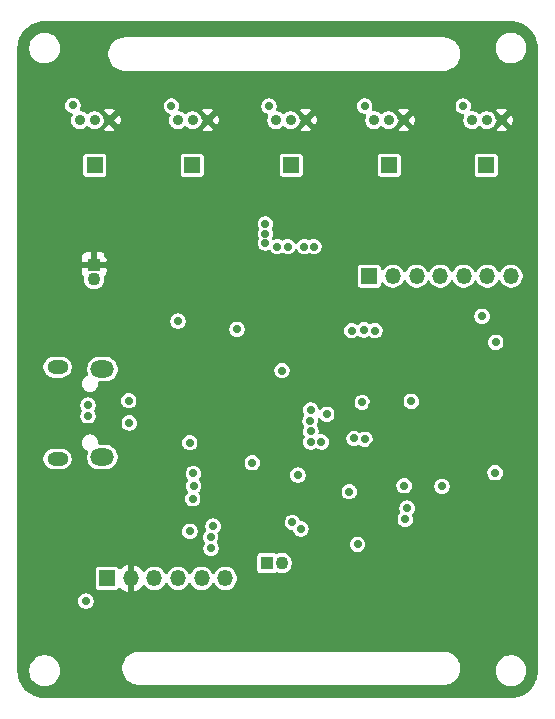
<source format=gbr>
%TF.GenerationSoftware,KiCad,Pcbnew,9.0.0*%
%TF.CreationDate,2026-01-14T19:26:19-05:00*%
%TF.ProjectId,telemetry-node,74656c65-6d65-4747-9279-2d6e6f64652e,rev?*%
%TF.SameCoordinates,Original*%
%TF.FileFunction,Copper,L2,Inr*%
%TF.FilePolarity,Positive*%
%FSLAX46Y46*%
G04 Gerber Fmt 4.6, Leading zero omitted, Abs format (unit mm)*
G04 Created by KiCad (PCBNEW 9.0.0) date 2026-01-14 19:26:19*
%MOMM*%
%LPD*%
G01*
G04 APERTURE LIST*
%TA.AperFunction,ComponentPad*%
%ADD10R,1.100000X1.100000*%
%TD*%
%TA.AperFunction,ComponentPad*%
%ADD11C,1.100000*%
%TD*%
%TA.AperFunction,ComponentPad*%
%ADD12C,0.900000*%
%TD*%
%TA.AperFunction,ComponentPad*%
%ADD13R,1.350000X1.350000*%
%TD*%
%TA.AperFunction,HeatsinkPad*%
%ADD14O,1.800000X1.150000*%
%TD*%
%TA.AperFunction,HeatsinkPad*%
%ADD15O,2.000000X1.450000*%
%TD*%
%TA.AperFunction,ComponentPad*%
%ADD16O,1.350000X1.350000*%
%TD*%
%TA.AperFunction,ViaPad*%
%ADD17C,0.700000*%
%TD*%
G04 APERTURE END LIST*
D10*
%TO.N,/CAN_N*%
%TO.C,J4*%
X204837500Y-81900000D03*
D11*
%TO.N,/CAN_P*%
X206087500Y-81900000D03*
%TD*%
D12*
%TO.N,+3.3V Buck*%
%TO.C,J9*%
X205600000Y-44400000D03*
%TO.N,Net-(J10-Pin_1)*%
X206850000Y-44400000D03*
%TO.N,GND*%
X208100000Y-44400000D03*
%TD*%
%TO.N,+3.3V Buck*%
%TO.C,J1*%
X189000000Y-44400000D03*
%TO.N,Net-(J5-Pin_1)*%
X190250000Y-44400000D03*
%TO.N,GND*%
X191500000Y-44400000D03*
%TD*%
D13*
%TO.N,Net-(J15-Pin_1)*%
%TO.C,J15*%
X223400000Y-48200000D03*
%TD*%
D10*
%TO.N,GND*%
%TO.C,J3*%
X190200000Y-56625000D03*
D11*
%TO.N,+5V In*%
X190200000Y-57875000D03*
%TD*%
D14*
%TO.N,unconnected-(J11-Shield-Pad6)*%
%TO.C,J11*%
X187100000Y-65325000D03*
D15*
%TO.N,unconnected-(J11-Shield-Pad6)_3*%
X190900000Y-65475000D03*
%TO.N,unconnected-(J11-Shield-Pad6)_1*%
X190900000Y-72925000D03*
D14*
%TO.N,unconnected-(J11-Shield-Pad6)_2*%
X187100000Y-73075000D03*
%TD*%
D13*
%TO.N,Net-(J10-Pin_1)*%
%TO.C,J10*%
X206900000Y-48200000D03*
%TD*%
D12*
%TO.N,+3.3V Buck*%
%TO.C,J14*%
X222200000Y-44400000D03*
%TO.N,Net-(J15-Pin_1)*%
X223450000Y-44400000D03*
%TO.N,GND*%
X224700000Y-44400000D03*
%TD*%
D13*
%TO.N,Net-(J8-Pin_1)*%
%TO.C,J8*%
X198500000Y-48200000D03*
%TD*%
%TO.N,+3.3V Buck*%
%TO.C,J2*%
X191300000Y-83200000D03*
D16*
%TO.N,GND*%
X193300000Y-83200000D03*
%TO.N,/SWDIO*%
X195300000Y-83200000D03*
%TO.N,/SWCLK*%
X197300000Y-83200000D03*
%TO.N,/SWO*%
X199300000Y-83200000D03*
%TO.N,/NRST*%
X201300000Y-83200000D03*
%TD*%
D13*
%TO.N,Net-(J13-Pin_1)*%
%TO.C,J13*%
X215200000Y-48200000D03*
%TD*%
D12*
%TO.N,+3.3V Buck*%
%TO.C,J6*%
X197300000Y-44400000D03*
%TO.N,Net-(J8-Pin_1)*%
X198550000Y-44400000D03*
%TO.N,GND*%
X199800000Y-44400000D03*
%TD*%
D13*
%TO.N,/PB11*%
%TO.C,J7*%
X213500000Y-57600000D03*
D16*
%TO.N,/PB10*%
X215500000Y-57600000D03*
%TO.N,/PB2*%
X217500000Y-57600000D03*
%TO.N,/PB1*%
X219500000Y-57600000D03*
%TO.N,/PB0*%
X221500000Y-57600000D03*
%TO.N,/PA7*%
X223500000Y-57600000D03*
%TO.N,/PA6*%
X225500000Y-57600000D03*
%TD*%
D13*
%TO.N,Net-(J5-Pin_1)*%
%TO.C,J5*%
X190250000Y-48200000D03*
%TD*%
D12*
%TO.N,+3.3V Buck*%
%TO.C,J12*%
X213900000Y-44400000D03*
%TO.N,Net-(J13-Pin_1)*%
X215150000Y-44400000D03*
%TO.N,GND*%
X216400000Y-44400000D03*
%TD*%
D17*
%TO.N,+3.3V Buck*%
X188400000Y-43150000D03*
X196750000Y-43200000D03*
X205000000Y-43200000D03*
X213100000Y-43200000D03*
X221450000Y-43200000D03*
%TO.N,GND*%
X225350000Y-43250000D03*
X217000000Y-43250000D03*
X208600000Y-43150000D03*
X200300000Y-43150000D03*
X192000000Y-43200000D03*
X195900000Y-54200000D03*
X191400000Y-56700000D03*
X220350000Y-63500000D03*
X223937500Y-70150000D03*
X210000000Y-79000000D03*
X205800000Y-59700000D03*
X198600000Y-72800000D03*
X213750000Y-68600000D03*
X197050000Y-69325000D03*
X198500000Y-68300000D03*
X208300000Y-63500000D03*
X193400000Y-63600000D03*
X194700000Y-57600000D03*
X208200000Y-59700000D03*
X194700000Y-56800000D03*
X217500000Y-63700000D03*
X217687500Y-75400000D03*
X224300000Y-77900000D03*
X209000000Y-59700000D03*
X193900000Y-81500000D03*
X188000000Y-77700000D03*
X218200000Y-83700000D03*
X204837500Y-77850000D03*
X193400000Y-65800000D03*
X221187500Y-73850000D03*
X195500000Y-52600000D03*
X203587500Y-72400000D03*
X220337500Y-74200000D03*
X202600000Y-57800000D03*
X203600000Y-59700000D03*
X205637500Y-77850000D03*
X190500000Y-62700000D03*
X189500000Y-70400000D03*
X188000000Y-75400000D03*
X205400000Y-62100000D03*
X206600000Y-59700000D03*
X213850000Y-71950000D03*
X220400000Y-68700000D03*
X188000000Y-80000000D03*
X195500000Y-53400000D03*
X201500000Y-68700000D03*
X213037500Y-79400000D03*
X191400000Y-55800000D03*
X224650000Y-68100000D03*
X204400000Y-59700000D03*
X195900000Y-55000000D03*
%TO.N,+3.3V Buck*%
X204700000Y-53200000D03*
X204700000Y-54000000D03*
X219650000Y-75400000D03*
X216450000Y-75350000D03*
X202300000Y-62100000D03*
X224200000Y-63200000D03*
X212500000Y-80300000D03*
X204700000Y-54800000D03*
X207700000Y-79000000D03*
X206100000Y-65600000D03*
X206600000Y-55100000D03*
X197300000Y-61400000D03*
X189500000Y-85100000D03*
X208800000Y-55100000D03*
X208000000Y-55100000D03*
X198300000Y-71700000D03*
X216537500Y-78200000D03*
X203587500Y-73400000D03*
X198600000Y-74300000D03*
X205700000Y-55100000D03*
%TO.N,/BOOT0*%
X211800000Y-75850000D03*
X216700000Y-77250000D03*
%TO.N,/NRST*%
X224150000Y-74250000D03*
X217050000Y-68200000D03*
%TO.N,/SWCLK*%
X208549998Y-71648872D03*
X200055026Y-79705023D03*
%TO.N,/SWDIO*%
X208550001Y-70748870D03*
X200278118Y-78773412D03*
%TO.N,/SWO*%
X200100000Y-80650000D03*
X209450000Y-71650000D03*
%TO.N,/CAN_RX*%
X212200000Y-71350000D03*
X207450000Y-74450000D03*
%TO.N,/PA0*%
X212900000Y-68300000D03*
X223050000Y-61000000D03*
%TO.N,/PA10*%
X208485774Y-69851162D03*
X198305025Y-79205025D03*
%TO.N,/CAN_TX*%
X213125426Y-71416152D03*
X206986636Y-78451259D03*
%TO.N,/PA8*%
X198550000Y-76450000D03*
X208532827Y-68942754D03*
%TO.N,/PB15*%
X209900000Y-69300000D03*
X198628093Y-75378093D03*
%TO.N,Net-(IC2-I{slash}O1_2)*%
X189675000Y-69425003D03*
X193177686Y-70028460D03*
%TO.N,Net-(IC2-I{slash}O2_2)*%
X189675000Y-68525000D03*
X193132475Y-68142525D03*
%TO.N,/PA6*%
X213972705Y-62222705D03*
%TO.N,/PB0*%
X212007755Y-62207755D03*
%TO.N,/PA7*%
X213052730Y-62152730D03*
%TD*%
%TA.AperFunction,Conductor*%
%TO.N,GND*%
G36*
X225503736Y-36000726D02*
G01*
X225769690Y-36016813D01*
X225784551Y-36018617D01*
X226042938Y-36065968D01*
X226057463Y-36069549D01*
X226308251Y-36147698D01*
X226322242Y-36153003D01*
X226561798Y-36260818D01*
X226575044Y-36267771D01*
X226799852Y-36403672D01*
X226812163Y-36412170D01*
X227018949Y-36574176D01*
X227030157Y-36584106D01*
X227215893Y-36769842D01*
X227225823Y-36781050D01*
X227387825Y-36987830D01*
X227396331Y-37000153D01*
X227532225Y-37224949D01*
X227539184Y-37238208D01*
X227646994Y-37477752D01*
X227652303Y-37491753D01*
X227730448Y-37742529D01*
X227734032Y-37757068D01*
X227781381Y-38015447D01*
X227783186Y-38030311D01*
X227799274Y-38296263D01*
X227799500Y-38303750D01*
X227799500Y-90930440D01*
X227799479Y-90942986D01*
X227799159Y-90943777D01*
X227799418Y-90980406D01*
X227799418Y-90980977D01*
X227799387Y-90981080D01*
X227799240Y-90987417D01*
X227784906Y-91254669D01*
X227783191Y-91269612D01*
X227737261Y-91529451D01*
X227733749Y-91544078D01*
X227656694Y-91796443D01*
X227651438Y-91810535D01*
X227544394Y-92051716D01*
X227537473Y-92065062D01*
X227402014Y-92291508D01*
X227393524Y-92303924D01*
X227231643Y-92512305D01*
X227221711Y-92523602D01*
X227035795Y-92710844D01*
X227024569Y-92720855D01*
X226817355Y-92884205D01*
X226804999Y-92892784D01*
X226579517Y-93029850D01*
X226566215Y-93036869D01*
X226325803Y-93145624D01*
X226311747Y-93150981D01*
X226059939Y-93229825D01*
X226045339Y-93233440D01*
X225785831Y-93281217D01*
X225770900Y-93283039D01*
X225503752Y-93299272D01*
X225496231Y-93299500D01*
X186003751Y-93299500D01*
X185996264Y-93299274D01*
X185730311Y-93283186D01*
X185715447Y-93281381D01*
X185457068Y-93234032D01*
X185442529Y-93230448D01*
X185191753Y-93152303D01*
X185177752Y-93146994D01*
X184938208Y-93039184D01*
X184924949Y-93032225D01*
X184899398Y-93016779D01*
X184700150Y-92896329D01*
X184687830Y-92887825D01*
X184683209Y-92884205D01*
X184481050Y-92725823D01*
X184469842Y-92715893D01*
X184284106Y-92530157D01*
X184274176Y-92518949D01*
X184112174Y-92312169D01*
X184103672Y-92299852D01*
X183967771Y-92075044D01*
X183960818Y-92061798D01*
X183853003Y-91822242D01*
X183847696Y-91808246D01*
X183769549Y-91557463D01*
X183765967Y-91542931D01*
X183765180Y-91538639D01*
X183718617Y-91284551D01*
X183716813Y-91269688D01*
X183716808Y-91269612D01*
X183700726Y-91003736D01*
X183700500Y-90996249D01*
X183700500Y-90897648D01*
X184699500Y-90897648D01*
X184699500Y-91102351D01*
X184731522Y-91304534D01*
X184794781Y-91499223D01*
X184887715Y-91681613D01*
X185008028Y-91847213D01*
X185152786Y-91991971D01*
X185258302Y-92068631D01*
X185318390Y-92112287D01*
X185423835Y-92166014D01*
X185500776Y-92205218D01*
X185500778Y-92205218D01*
X185500781Y-92205220D01*
X185605137Y-92239127D01*
X185695465Y-92268477D01*
X185796557Y-92284488D01*
X185897648Y-92300500D01*
X185897649Y-92300500D01*
X186102351Y-92300500D01*
X186102352Y-92300500D01*
X186304534Y-92268477D01*
X186499219Y-92205220D01*
X186681610Y-92112287D01*
X186806251Y-92021731D01*
X186847213Y-91991971D01*
X186847215Y-91991968D01*
X186847219Y-91991966D01*
X186991966Y-91847219D01*
X186991968Y-91847215D01*
X186991971Y-91847213D01*
X187063491Y-91748772D01*
X187112287Y-91681610D01*
X187205220Y-91499219D01*
X187268477Y-91304534D01*
X187300500Y-91102352D01*
X187300500Y-90897648D01*
X187268477Y-90695466D01*
X187266629Y-90689778D01*
X192599500Y-90689778D01*
X192599500Y-90910222D01*
X192614311Y-91003736D01*
X192633985Y-91127952D01*
X192702103Y-91337603D01*
X192702104Y-91337606D01*
X192802187Y-91534025D01*
X192931752Y-91712358D01*
X192931756Y-91712363D01*
X193087636Y-91868243D01*
X193087641Y-91868247D01*
X193243192Y-91981260D01*
X193265978Y-91997815D01*
X193371750Y-92051709D01*
X193462393Y-92097895D01*
X193462396Y-92097896D01*
X193567221Y-92131955D01*
X193672049Y-92166015D01*
X193889778Y-92200500D01*
X193889779Y-92200500D01*
X219910221Y-92200500D01*
X219910222Y-92200500D01*
X220127951Y-92166015D01*
X220337606Y-92097895D01*
X220534022Y-91997815D01*
X220712365Y-91868242D01*
X220868242Y-91712365D01*
X220997815Y-91534022D01*
X221097895Y-91337606D01*
X221166015Y-91127951D01*
X221200500Y-90910222D01*
X221200500Y-90897648D01*
X224199500Y-90897648D01*
X224199500Y-91102351D01*
X224231522Y-91304534D01*
X224294781Y-91499223D01*
X224387715Y-91681613D01*
X224508028Y-91847213D01*
X224652786Y-91991971D01*
X224758302Y-92068631D01*
X224818390Y-92112287D01*
X224923835Y-92166014D01*
X225000776Y-92205218D01*
X225000778Y-92205218D01*
X225000781Y-92205220D01*
X225105137Y-92239127D01*
X225195465Y-92268477D01*
X225296557Y-92284488D01*
X225397648Y-92300500D01*
X225397649Y-92300500D01*
X225602351Y-92300500D01*
X225602352Y-92300500D01*
X225804534Y-92268477D01*
X225999219Y-92205220D01*
X226181610Y-92112287D01*
X226306251Y-92021731D01*
X226347213Y-91991971D01*
X226347215Y-91991968D01*
X226347219Y-91991966D01*
X226491966Y-91847219D01*
X226491968Y-91847215D01*
X226491971Y-91847213D01*
X226563491Y-91748772D01*
X226612287Y-91681610D01*
X226705220Y-91499219D01*
X226768477Y-91304534D01*
X226800500Y-91102352D01*
X226800500Y-90897648D01*
X226768477Y-90695466D01*
X226705220Y-90500781D01*
X226705218Y-90500778D01*
X226705218Y-90500776D01*
X226630678Y-90354485D01*
X226612287Y-90318390D01*
X226604556Y-90307749D01*
X226491971Y-90152786D01*
X226347213Y-90008028D01*
X226181613Y-89887715D01*
X226181612Y-89887714D01*
X226181610Y-89887713D01*
X226124653Y-89858691D01*
X225999223Y-89794781D01*
X225804534Y-89731522D01*
X225629995Y-89703878D01*
X225602352Y-89699500D01*
X225397648Y-89699500D01*
X225373329Y-89703351D01*
X225195465Y-89731522D01*
X225000776Y-89794781D01*
X224818386Y-89887715D01*
X224652786Y-90008028D01*
X224508028Y-90152786D01*
X224387715Y-90318386D01*
X224294781Y-90500776D01*
X224231522Y-90695465D01*
X224199500Y-90897648D01*
X221200500Y-90897648D01*
X221200500Y-90689778D01*
X221166015Y-90472049D01*
X221097895Y-90262394D01*
X221097895Y-90262393D01*
X221042046Y-90152786D01*
X220997815Y-90065978D01*
X220981260Y-90043192D01*
X220868247Y-89887641D01*
X220868243Y-89887636D01*
X220712363Y-89731756D01*
X220712358Y-89731752D01*
X220534025Y-89602187D01*
X220534024Y-89602186D01*
X220534022Y-89602185D01*
X220471096Y-89570122D01*
X220337606Y-89502104D01*
X220337603Y-89502103D01*
X220127952Y-89433985D01*
X220019086Y-89416742D01*
X219910222Y-89399500D01*
X219839882Y-89399500D01*
X194039882Y-89399500D01*
X194000000Y-89399500D01*
X193889778Y-89399500D01*
X193817201Y-89410995D01*
X193672047Y-89433985D01*
X193462396Y-89502103D01*
X193462393Y-89502104D01*
X193265974Y-89602187D01*
X193087641Y-89731752D01*
X193087636Y-89731756D01*
X192931756Y-89887636D01*
X192931752Y-89887641D01*
X192802187Y-90065974D01*
X192702104Y-90262393D01*
X192702103Y-90262396D01*
X192633985Y-90472047D01*
X192633985Y-90472049D01*
X192599500Y-90689778D01*
X187266629Y-90689778D01*
X187205220Y-90500781D01*
X187205218Y-90500778D01*
X187205218Y-90500776D01*
X187130678Y-90354485D01*
X187112287Y-90318390D01*
X187104556Y-90307749D01*
X186991971Y-90152786D01*
X186847213Y-90008028D01*
X186681613Y-89887715D01*
X186681612Y-89887714D01*
X186681610Y-89887713D01*
X186624653Y-89858691D01*
X186499223Y-89794781D01*
X186304534Y-89731522D01*
X186129995Y-89703878D01*
X186102352Y-89699500D01*
X185897648Y-89699500D01*
X185873329Y-89703351D01*
X185695465Y-89731522D01*
X185500776Y-89794781D01*
X185318386Y-89887715D01*
X185152786Y-90008028D01*
X185008028Y-90152786D01*
X184887715Y-90318386D01*
X184794781Y-90500776D01*
X184731522Y-90695465D01*
X184699500Y-90897648D01*
X183700500Y-90897648D01*
X183700500Y-85164071D01*
X188849499Y-85164071D01*
X188874497Y-85289738D01*
X188874499Y-85289744D01*
X188923533Y-85408124D01*
X188923538Y-85408133D01*
X188994723Y-85514668D01*
X188994726Y-85514672D01*
X189085327Y-85605273D01*
X189085331Y-85605276D01*
X189191866Y-85676461D01*
X189191872Y-85676464D01*
X189191873Y-85676465D01*
X189310256Y-85725501D01*
X189310260Y-85725501D01*
X189310261Y-85725502D01*
X189435928Y-85750500D01*
X189435931Y-85750500D01*
X189564071Y-85750500D01*
X189648615Y-85733682D01*
X189689744Y-85725501D01*
X189808127Y-85676465D01*
X189914669Y-85605276D01*
X190005276Y-85514669D01*
X190076465Y-85408127D01*
X190125501Y-85289744D01*
X190150500Y-85164069D01*
X190150500Y-85035931D01*
X190150500Y-85035928D01*
X190125502Y-84910261D01*
X190125501Y-84910260D01*
X190125501Y-84910256D01*
X190076465Y-84791873D01*
X190076464Y-84791872D01*
X190076461Y-84791866D01*
X190005276Y-84685331D01*
X190005273Y-84685327D01*
X189914672Y-84594726D01*
X189914668Y-84594723D01*
X189808133Y-84523538D01*
X189808124Y-84523533D01*
X189689744Y-84474499D01*
X189689738Y-84474497D01*
X189564071Y-84449500D01*
X189564069Y-84449500D01*
X189435931Y-84449500D01*
X189435929Y-84449500D01*
X189310261Y-84474497D01*
X189310255Y-84474499D01*
X189191875Y-84523533D01*
X189191866Y-84523538D01*
X189085331Y-84594723D01*
X189085327Y-84594726D01*
X188994726Y-84685327D01*
X188994723Y-84685331D01*
X188923538Y-84791866D01*
X188923533Y-84791875D01*
X188874499Y-84910255D01*
X188874497Y-84910261D01*
X188849500Y-85035928D01*
X188849500Y-85035931D01*
X188849500Y-85164069D01*
X188849500Y-85164071D01*
X188849499Y-85164071D01*
X183700500Y-85164071D01*
X183700500Y-82480131D01*
X190324500Y-82480131D01*
X190324500Y-83919856D01*
X190324502Y-83919882D01*
X190327413Y-83944987D01*
X190327415Y-83944991D01*
X190372793Y-84047764D01*
X190372794Y-84047765D01*
X190452235Y-84127206D01*
X190555009Y-84172585D01*
X190580135Y-84175500D01*
X192019864Y-84175499D01*
X192019879Y-84175497D01*
X192019882Y-84175497D01*
X192044987Y-84172586D01*
X192044988Y-84172585D01*
X192044991Y-84172585D01*
X192147765Y-84127206D01*
X192227206Y-84047765D01*
X192233377Y-84033788D01*
X192278461Y-83980413D01*
X192345246Y-83959884D01*
X192412529Y-83978721D01*
X192434492Y-83996193D01*
X192534540Y-84096241D01*
X192534545Y-84096245D01*
X192684162Y-84204947D01*
X192848956Y-84288915D01*
X192848959Y-84288916D01*
X193024845Y-84346064D01*
X193024858Y-84346067D01*
X193050000Y-84350049D01*
X193050000Y-83515686D01*
X193054394Y-83520080D01*
X193145606Y-83572741D01*
X193247339Y-83600000D01*
X193352661Y-83600000D01*
X193454394Y-83572741D01*
X193545606Y-83520080D01*
X193550000Y-83515686D01*
X193550000Y-84350048D01*
X193575141Y-84346067D01*
X193575154Y-84346064D01*
X193751040Y-84288916D01*
X193751043Y-84288915D01*
X193915837Y-84204947D01*
X194065454Y-84096245D01*
X194065459Y-84096241D01*
X194196241Y-83965459D01*
X194196245Y-83965454D01*
X194304947Y-83815838D01*
X194309842Y-83806232D01*
X194357816Y-83755435D01*
X194425636Y-83738639D01*
X194491772Y-83761175D01*
X194523431Y-83793635D01*
X194542281Y-83821847D01*
X194678151Y-83957717D01*
X194678155Y-83957720D01*
X194837927Y-84064477D01*
X194837928Y-84064477D01*
X194837929Y-84064478D01*
X194837931Y-84064479D01*
X194914612Y-84096241D01*
X195015457Y-84138012D01*
X195203907Y-84175497D01*
X195203917Y-84175499D01*
X195203920Y-84175500D01*
X195203922Y-84175500D01*
X195396080Y-84175500D01*
X195396081Y-84175499D01*
X195584543Y-84138012D01*
X195762073Y-84064477D01*
X195921845Y-83957720D01*
X196057720Y-83821845D01*
X196164477Y-83662073D01*
X196185439Y-83611467D01*
X196229280Y-83557063D01*
X196295574Y-83534998D01*
X196363273Y-83552277D01*
X196410884Y-83603414D01*
X196414561Y-83611467D01*
X196435520Y-83662068D01*
X196435521Y-83662070D01*
X196542279Y-83821844D01*
X196542282Y-83821848D01*
X196678151Y-83957717D01*
X196678155Y-83957720D01*
X196837927Y-84064477D01*
X196837928Y-84064477D01*
X196837929Y-84064478D01*
X196837931Y-84064479D01*
X196914612Y-84096241D01*
X197015457Y-84138012D01*
X197203907Y-84175497D01*
X197203917Y-84175499D01*
X197203920Y-84175500D01*
X197203922Y-84175500D01*
X197396080Y-84175500D01*
X197396081Y-84175499D01*
X197584543Y-84138012D01*
X197762073Y-84064477D01*
X197921845Y-83957720D01*
X198057720Y-83821845D01*
X198164477Y-83662073D01*
X198185439Y-83611467D01*
X198229280Y-83557063D01*
X198295574Y-83534998D01*
X198363273Y-83552277D01*
X198410884Y-83603414D01*
X198414561Y-83611467D01*
X198435520Y-83662068D01*
X198435521Y-83662070D01*
X198542279Y-83821844D01*
X198542282Y-83821848D01*
X198678151Y-83957717D01*
X198678155Y-83957720D01*
X198837927Y-84064477D01*
X198837928Y-84064477D01*
X198837929Y-84064478D01*
X198837931Y-84064479D01*
X198914612Y-84096241D01*
X199015457Y-84138012D01*
X199203907Y-84175497D01*
X199203917Y-84175499D01*
X199203920Y-84175500D01*
X199203922Y-84175500D01*
X199396080Y-84175500D01*
X199396081Y-84175499D01*
X199584543Y-84138012D01*
X199762073Y-84064477D01*
X199921845Y-83957720D01*
X200057720Y-83821845D01*
X200164477Y-83662073D01*
X200185439Y-83611467D01*
X200229280Y-83557063D01*
X200295574Y-83534998D01*
X200363273Y-83552277D01*
X200410884Y-83603414D01*
X200414561Y-83611467D01*
X200435520Y-83662068D01*
X200435521Y-83662070D01*
X200542279Y-83821844D01*
X200542282Y-83821848D01*
X200678151Y-83957717D01*
X200678155Y-83957720D01*
X200837927Y-84064477D01*
X200837928Y-84064477D01*
X200837929Y-84064478D01*
X200837931Y-84064479D01*
X200914612Y-84096241D01*
X201015457Y-84138012D01*
X201203907Y-84175497D01*
X201203917Y-84175499D01*
X201203920Y-84175500D01*
X201203922Y-84175500D01*
X201396080Y-84175500D01*
X201396081Y-84175499D01*
X201584543Y-84138012D01*
X201762073Y-84064477D01*
X201921845Y-83957720D01*
X202057720Y-83821845D01*
X202164477Y-83662073D01*
X202238012Y-83484543D01*
X202275500Y-83296078D01*
X202275500Y-83103922D01*
X202275500Y-83103919D01*
X202275499Y-83103917D01*
X202238013Y-82915464D01*
X202238012Y-82915457D01*
X202217113Y-82865001D01*
X202164479Y-82737931D01*
X202164478Y-82737929D01*
X202114537Y-82663188D01*
X202057720Y-82578155D01*
X202057717Y-82578151D01*
X201921848Y-82442282D01*
X201921844Y-82442279D01*
X201762070Y-82335521D01*
X201762068Y-82335520D01*
X201584547Y-82261989D01*
X201584535Y-82261986D01*
X201396081Y-82224500D01*
X201396078Y-82224500D01*
X201203922Y-82224500D01*
X201203919Y-82224500D01*
X201015464Y-82261986D01*
X201015452Y-82261989D01*
X200837931Y-82335520D01*
X200837929Y-82335521D01*
X200678155Y-82442279D01*
X200678151Y-82442282D01*
X200542282Y-82578151D01*
X200542279Y-82578155D01*
X200435521Y-82737929D01*
X200414561Y-82788533D01*
X200370720Y-82842936D01*
X200304426Y-82865001D01*
X200236726Y-82847722D01*
X200189116Y-82796584D01*
X200185439Y-82788533D01*
X200164478Y-82737929D01*
X200114537Y-82663188D01*
X200057720Y-82578155D01*
X200057717Y-82578151D01*
X199921848Y-82442282D01*
X199921844Y-82442279D01*
X199762070Y-82335521D01*
X199762068Y-82335520D01*
X199584547Y-82261989D01*
X199584535Y-82261986D01*
X199396081Y-82224500D01*
X199396078Y-82224500D01*
X199203922Y-82224500D01*
X199203919Y-82224500D01*
X199015464Y-82261986D01*
X199015452Y-82261989D01*
X198837931Y-82335520D01*
X198837929Y-82335521D01*
X198678155Y-82442279D01*
X198678151Y-82442282D01*
X198542282Y-82578151D01*
X198542279Y-82578155D01*
X198435521Y-82737929D01*
X198414561Y-82788533D01*
X198370720Y-82842936D01*
X198304426Y-82865001D01*
X198236726Y-82847722D01*
X198189116Y-82796584D01*
X198185439Y-82788533D01*
X198164478Y-82737929D01*
X198114537Y-82663188D01*
X198057720Y-82578155D01*
X198057717Y-82578151D01*
X197921848Y-82442282D01*
X197921844Y-82442279D01*
X197762070Y-82335521D01*
X197762068Y-82335520D01*
X197584547Y-82261989D01*
X197584535Y-82261986D01*
X197396081Y-82224500D01*
X197396078Y-82224500D01*
X197203922Y-82224500D01*
X197203919Y-82224500D01*
X197015464Y-82261986D01*
X197015452Y-82261989D01*
X196837931Y-82335520D01*
X196837929Y-82335521D01*
X196678155Y-82442279D01*
X196678151Y-82442282D01*
X196542282Y-82578151D01*
X196542279Y-82578155D01*
X196435521Y-82737929D01*
X196414561Y-82788533D01*
X196370720Y-82842936D01*
X196304426Y-82865001D01*
X196236726Y-82847722D01*
X196189116Y-82796584D01*
X196185439Y-82788533D01*
X196164478Y-82737929D01*
X196114537Y-82663188D01*
X196057720Y-82578155D01*
X196057717Y-82578151D01*
X195921848Y-82442282D01*
X195921844Y-82442279D01*
X195762070Y-82335521D01*
X195762068Y-82335520D01*
X195584547Y-82261989D01*
X195584535Y-82261986D01*
X195396081Y-82224500D01*
X195396078Y-82224500D01*
X195203922Y-82224500D01*
X195203919Y-82224500D01*
X195015464Y-82261986D01*
X195015452Y-82261989D01*
X194837931Y-82335520D01*
X194837929Y-82335521D01*
X194678155Y-82442279D01*
X194678151Y-82442282D01*
X194542282Y-82578151D01*
X194542279Y-82578155D01*
X194523430Y-82606365D01*
X194469817Y-82651170D01*
X194400492Y-82659877D01*
X194337465Y-82629722D01*
X194309844Y-82593770D01*
X194304949Y-82584164D01*
X194196245Y-82434545D01*
X194196241Y-82434540D01*
X194065459Y-82303758D01*
X194065454Y-82303754D01*
X193915837Y-82195052D01*
X193751043Y-82111084D01*
X193751037Y-82111082D01*
X193575144Y-82053932D01*
X193550000Y-82049950D01*
X193550000Y-82884314D01*
X193545606Y-82879920D01*
X193454394Y-82827259D01*
X193352661Y-82800000D01*
X193247339Y-82800000D01*
X193145606Y-82827259D01*
X193054394Y-82879920D01*
X193050000Y-82884314D01*
X193050000Y-82049950D01*
X193049999Y-82049950D01*
X193024855Y-82053932D01*
X192848962Y-82111082D01*
X192848956Y-82111084D01*
X192684162Y-82195052D01*
X192534546Y-82303753D01*
X192434492Y-82403807D01*
X192373169Y-82437291D01*
X192303477Y-82432307D01*
X192247544Y-82390435D01*
X192233380Y-82366217D01*
X192227206Y-82352235D01*
X192147765Y-82272794D01*
X192123287Y-82261986D01*
X192044992Y-82227415D01*
X192019865Y-82224500D01*
X190580143Y-82224500D01*
X190580117Y-82224502D01*
X190555012Y-82227413D01*
X190555008Y-82227415D01*
X190452235Y-82272793D01*
X190372794Y-82352234D01*
X190327415Y-82455006D01*
X190327415Y-82455008D01*
X190324500Y-82480131D01*
X183700500Y-82480131D01*
X183700500Y-81305131D01*
X203987000Y-81305131D01*
X203987000Y-82494856D01*
X203987002Y-82494882D01*
X203989913Y-82519987D01*
X203989915Y-82519991D01*
X204035293Y-82622764D01*
X204035294Y-82622765D01*
X204114735Y-82702206D01*
X204217509Y-82747585D01*
X204242635Y-82750500D01*
X205432364Y-82750499D01*
X205432379Y-82750497D01*
X205432382Y-82750497D01*
X205457486Y-82747586D01*
X205457487Y-82747585D01*
X205457491Y-82747585D01*
X205560265Y-82702206D01*
X205572401Y-82690070D01*
X205633723Y-82656583D01*
X205703415Y-82661566D01*
X205707508Y-82663176D01*
X205839418Y-82717816D01*
X205989073Y-82747584D01*
X206003728Y-82750499D01*
X206003732Y-82750500D01*
X206003733Y-82750500D01*
X206171268Y-82750500D01*
X206171269Y-82750499D01*
X206335582Y-82717816D01*
X206490363Y-82653703D01*
X206629662Y-82560626D01*
X206748126Y-82442162D01*
X206841203Y-82302863D01*
X206905316Y-82148082D01*
X206938000Y-81983767D01*
X206938000Y-81816233D01*
X206905316Y-81651918D01*
X206841203Y-81497137D01*
X206810037Y-81450494D01*
X206748126Y-81357837D01*
X206629662Y-81239373D01*
X206490360Y-81146295D01*
X206335582Y-81082184D01*
X206335574Y-81082182D01*
X206171271Y-81049500D01*
X206171267Y-81049500D01*
X206003733Y-81049500D01*
X206003728Y-81049500D01*
X205839425Y-81082182D01*
X205839413Y-81082185D01*
X205707535Y-81136811D01*
X205638066Y-81144280D01*
X205575587Y-81113005D01*
X205572402Y-81109931D01*
X205560265Y-81097794D01*
X205457492Y-81052415D01*
X205432365Y-81049500D01*
X204242643Y-81049500D01*
X204242617Y-81049502D01*
X204217512Y-81052413D01*
X204217508Y-81052415D01*
X204114735Y-81097793D01*
X204035294Y-81177234D01*
X203989915Y-81280006D01*
X203989915Y-81280008D01*
X203987000Y-81305131D01*
X183700500Y-81305131D01*
X183700500Y-79269096D01*
X197654524Y-79269096D01*
X197679522Y-79394763D01*
X197679524Y-79394769D01*
X197728558Y-79513149D01*
X197728563Y-79513158D01*
X197799748Y-79619693D01*
X197799751Y-79619697D01*
X197890352Y-79710298D01*
X197890356Y-79710301D01*
X197996891Y-79781486D01*
X197996897Y-79781489D01*
X197996898Y-79781490D01*
X198115281Y-79830526D01*
X198115285Y-79830526D01*
X198115286Y-79830527D01*
X198240953Y-79855525D01*
X198240956Y-79855525D01*
X198369096Y-79855525D01*
X198453640Y-79838707D01*
X198494769Y-79830526D01*
X198613152Y-79781490D01*
X198631704Y-79769094D01*
X199404525Y-79769094D01*
X199429523Y-79894761D01*
X199429525Y-79894767D01*
X199478559Y-80013147D01*
X199478564Y-80013156D01*
X199549749Y-80119691D01*
X199549752Y-80119695D01*
X199551069Y-80121012D01*
X199551538Y-80121871D01*
X199553615Y-80124402D01*
X199553135Y-80124795D01*
X199584554Y-80182335D01*
X199579570Y-80252027D01*
X199566491Y-80277583D01*
X199523537Y-80341868D01*
X199523533Y-80341875D01*
X199474499Y-80460255D01*
X199474497Y-80460261D01*
X199449500Y-80585928D01*
X199449500Y-80585931D01*
X199449500Y-80714069D01*
X199449500Y-80714071D01*
X199449499Y-80714071D01*
X199474497Y-80839738D01*
X199474499Y-80839744D01*
X199523533Y-80958124D01*
X199523538Y-80958133D01*
X199594723Y-81064668D01*
X199594726Y-81064672D01*
X199685327Y-81155273D01*
X199685331Y-81155276D01*
X199791866Y-81226461D01*
X199791872Y-81226464D01*
X199791873Y-81226465D01*
X199910256Y-81275501D01*
X199910260Y-81275501D01*
X199910261Y-81275502D01*
X200035928Y-81300500D01*
X200035931Y-81300500D01*
X200164071Y-81300500D01*
X200267096Y-81280006D01*
X200289744Y-81275501D01*
X200408127Y-81226465D01*
X200408133Y-81226461D01*
X200450052Y-81198452D01*
X200482628Y-81176685D01*
X200514669Y-81155276D01*
X200605276Y-81064669D01*
X200676465Y-80958127D01*
X200725501Y-80839744D01*
X200750500Y-80714069D01*
X200750500Y-80585931D01*
X200750500Y-80585928D01*
X200725502Y-80460261D01*
X200725501Y-80460260D01*
X200725501Y-80460256D01*
X200685660Y-80364071D01*
X211849499Y-80364071D01*
X211874497Y-80489738D01*
X211874499Y-80489744D01*
X211923533Y-80608124D01*
X211923538Y-80608133D01*
X211994723Y-80714668D01*
X211994726Y-80714672D01*
X212085327Y-80805273D01*
X212085331Y-80805276D01*
X212191866Y-80876461D01*
X212191872Y-80876464D01*
X212191873Y-80876465D01*
X212310256Y-80925501D01*
X212310260Y-80925501D01*
X212310261Y-80925502D01*
X212435928Y-80950500D01*
X212435931Y-80950500D01*
X212564071Y-80950500D01*
X212648615Y-80933682D01*
X212689744Y-80925501D01*
X212808127Y-80876465D01*
X212914669Y-80805276D01*
X213005276Y-80714669D01*
X213076465Y-80608127D01*
X213125501Y-80489744D01*
X213150500Y-80364069D01*
X213150500Y-80235931D01*
X213150500Y-80235928D01*
X213125502Y-80110261D01*
X213125501Y-80110260D01*
X213125501Y-80110256D01*
X213076465Y-79991873D01*
X213076464Y-79991872D01*
X213076461Y-79991866D01*
X213005276Y-79885331D01*
X213005273Y-79885327D01*
X212914672Y-79794726D01*
X212914668Y-79794723D01*
X212808133Y-79723538D01*
X212808124Y-79723533D01*
X212689744Y-79674499D01*
X212689738Y-79674497D01*
X212564071Y-79649500D01*
X212564069Y-79649500D01*
X212435931Y-79649500D01*
X212435929Y-79649500D01*
X212310261Y-79674497D01*
X212310255Y-79674499D01*
X212191875Y-79723533D01*
X212191866Y-79723538D01*
X212085331Y-79794723D01*
X212085327Y-79794726D01*
X211994726Y-79885327D01*
X211994723Y-79885331D01*
X211923538Y-79991866D01*
X211923533Y-79991875D01*
X211874499Y-80110255D01*
X211874497Y-80110261D01*
X211849500Y-80235928D01*
X211849500Y-80235931D01*
X211849500Y-80364069D01*
X211849500Y-80364071D01*
X211849499Y-80364071D01*
X200685660Y-80364071D01*
X200676465Y-80341873D01*
X200605276Y-80235331D01*
X200596506Y-80226561D01*
X200590421Y-80217963D01*
X200582368Y-80194474D01*
X200570471Y-80172687D01*
X200571235Y-80162002D01*
X200567761Y-80151870D01*
X200573683Y-80127760D01*
X200575455Y-80102995D01*
X200583749Y-80086787D01*
X200584430Y-80084018D01*
X200585861Y-80082660D01*
X200588532Y-80077442D01*
X200631491Y-80013150D01*
X200680527Y-79894767D01*
X200688708Y-79853638D01*
X200705526Y-79769094D01*
X200705526Y-79640951D01*
X200680528Y-79515284D01*
X200680527Y-79515283D01*
X200680527Y-79515279D01*
X200645371Y-79430407D01*
X200637903Y-79360939D01*
X200669178Y-79298459D01*
X200691042Y-79279853D01*
X200692787Y-79278688D01*
X200783394Y-79188081D01*
X200854583Y-79081539D01*
X200903619Y-78963156D01*
X200922959Y-78865931D01*
X200928618Y-78837483D01*
X200928618Y-78709340D01*
X200903620Y-78583673D01*
X200903619Y-78583672D01*
X200903619Y-78583668D01*
X200875312Y-78515330D01*
X206336135Y-78515330D01*
X206361133Y-78640997D01*
X206361135Y-78641003D01*
X206410169Y-78759383D01*
X206410174Y-78759392D01*
X206481359Y-78865927D01*
X206481362Y-78865931D01*
X206571963Y-78956532D01*
X206571967Y-78956535D01*
X206678502Y-79027720D01*
X206678508Y-79027723D01*
X206678509Y-79027724D01*
X206796892Y-79076760D01*
X206796896Y-79076760D01*
X206796897Y-79076761D01*
X206922564Y-79101759D01*
X206955844Y-79101759D01*
X207022883Y-79121444D01*
X207068638Y-79174248D01*
X207074480Y-79189700D01*
X207123533Y-79308124D01*
X207123538Y-79308133D01*
X207194723Y-79414668D01*
X207194726Y-79414672D01*
X207285327Y-79505273D01*
X207285331Y-79505276D01*
X207391866Y-79576461D01*
X207391872Y-79576464D01*
X207391873Y-79576465D01*
X207510256Y-79625501D01*
X207510260Y-79625501D01*
X207510261Y-79625502D01*
X207635928Y-79650500D01*
X207635931Y-79650500D01*
X207764071Y-79650500D01*
X207848615Y-79633682D01*
X207889744Y-79625501D01*
X208008127Y-79576465D01*
X208114669Y-79505276D01*
X208205276Y-79414669D01*
X208276465Y-79308127D01*
X208325501Y-79189744D01*
X208339087Y-79121444D01*
X208350500Y-79064071D01*
X208350500Y-78935928D01*
X208325502Y-78810261D01*
X208325501Y-78810260D01*
X208325501Y-78810256D01*
X208282017Y-78705276D01*
X208276466Y-78691875D01*
X208276461Y-78691866D01*
X208205276Y-78585331D01*
X208205273Y-78585327D01*
X208114672Y-78494726D01*
X208114668Y-78494723D01*
X208008133Y-78423538D01*
X208008124Y-78423533D01*
X207889744Y-78374499D01*
X207889738Y-78374497D01*
X207764071Y-78349500D01*
X207764069Y-78349500D01*
X207730792Y-78349500D01*
X207711278Y-78343770D01*
X207690956Y-78342927D01*
X207678434Y-78334126D01*
X207663753Y-78329815D01*
X207650435Y-78314446D01*
X207633794Y-78302749D01*
X207623784Y-78283689D01*
X207617998Y-78277011D01*
X207615959Y-78272292D01*
X207612680Y-78264245D01*
X207612645Y-78264071D01*
X215886999Y-78264071D01*
X215911997Y-78389738D01*
X215911999Y-78389744D01*
X215961033Y-78508124D01*
X215961038Y-78508133D01*
X216032223Y-78614668D01*
X216032226Y-78614672D01*
X216122827Y-78705273D01*
X216122831Y-78705276D01*
X216229366Y-78776461D01*
X216229372Y-78776464D01*
X216229373Y-78776465D01*
X216347756Y-78825501D01*
X216347760Y-78825501D01*
X216347761Y-78825502D01*
X216473428Y-78850500D01*
X216473431Y-78850500D01*
X216601571Y-78850500D01*
X216686115Y-78833682D01*
X216727244Y-78825501D01*
X216845627Y-78776465D01*
X216952169Y-78705276D01*
X217042776Y-78614669D01*
X217113965Y-78508127D01*
X217163001Y-78389744D01*
X217180306Y-78302749D01*
X217188000Y-78264071D01*
X217188000Y-78135928D01*
X217163002Y-78010261D01*
X217163001Y-78010260D01*
X217163001Y-78010256D01*
X217113965Y-77891873D01*
X217113964Y-77891872D01*
X217111092Y-77886498D01*
X217113070Y-77885440D01*
X217095193Y-77828351D01*
X217113675Y-77760970D01*
X217131489Y-77738455D01*
X217205276Y-77664669D01*
X217276465Y-77558127D01*
X217325501Y-77439744D01*
X217350500Y-77314069D01*
X217350500Y-77185931D01*
X217350500Y-77185928D01*
X217325502Y-77060261D01*
X217325501Y-77060260D01*
X217325501Y-77060256D01*
X217282017Y-76955276D01*
X217276466Y-76941875D01*
X217276461Y-76941866D01*
X217205276Y-76835331D01*
X217205273Y-76835327D01*
X217114672Y-76744726D01*
X217114668Y-76744723D01*
X217008133Y-76673538D01*
X217008124Y-76673533D01*
X216889744Y-76624499D01*
X216889738Y-76624497D01*
X216764071Y-76599500D01*
X216764069Y-76599500D01*
X216635931Y-76599500D01*
X216635929Y-76599500D01*
X216510261Y-76624497D01*
X216510255Y-76624499D01*
X216391875Y-76673533D01*
X216391866Y-76673538D01*
X216285331Y-76744723D01*
X216285327Y-76744726D01*
X216194726Y-76835327D01*
X216194723Y-76835331D01*
X216123538Y-76941866D01*
X216123533Y-76941875D01*
X216074499Y-77060255D01*
X216074497Y-77060261D01*
X216049500Y-77185928D01*
X216049500Y-77185931D01*
X216049500Y-77314069D01*
X216049500Y-77314071D01*
X216049499Y-77314071D01*
X216074497Y-77439738D01*
X216074499Y-77439744D01*
X216123535Y-77558129D01*
X216126405Y-77563497D01*
X216124429Y-77564552D01*
X216142306Y-77621662D01*
X216123816Y-77689040D01*
X216106008Y-77711546D01*
X216032223Y-77785331D01*
X215961038Y-77891866D01*
X215961033Y-77891875D01*
X215911999Y-78010255D01*
X215911997Y-78010261D01*
X215887000Y-78135928D01*
X215887000Y-78135931D01*
X215887000Y-78264069D01*
X215887000Y-78264071D01*
X215886999Y-78264071D01*
X207612645Y-78264071D01*
X207612137Y-78261515D01*
X207563101Y-78143132D01*
X207563099Y-78143129D01*
X207563097Y-78143125D01*
X207491912Y-78036590D01*
X207491909Y-78036586D01*
X207401308Y-77945985D01*
X207401304Y-77945982D01*
X207294769Y-77874797D01*
X207294760Y-77874792D01*
X207176380Y-77825758D01*
X207176374Y-77825756D01*
X207050707Y-77800759D01*
X207050705Y-77800759D01*
X206922567Y-77800759D01*
X206922565Y-77800759D01*
X206796897Y-77825756D01*
X206796891Y-77825758D01*
X206678511Y-77874792D01*
X206678502Y-77874797D01*
X206571967Y-77945982D01*
X206571963Y-77945985D01*
X206481362Y-78036586D01*
X206481359Y-78036590D01*
X206410174Y-78143125D01*
X206410169Y-78143134D01*
X206361135Y-78261514D01*
X206361133Y-78261520D01*
X206336136Y-78387187D01*
X206336136Y-78387190D01*
X206336136Y-78515328D01*
X206336136Y-78515330D01*
X206336135Y-78515330D01*
X200875312Y-78515330D01*
X200854583Y-78465285D01*
X200826685Y-78423533D01*
X200783394Y-78358743D01*
X200783391Y-78358739D01*
X200692790Y-78268138D01*
X200692786Y-78268135D01*
X200586251Y-78196950D01*
X200586242Y-78196945D01*
X200467862Y-78147911D01*
X200467856Y-78147909D01*
X200342189Y-78122912D01*
X200342187Y-78122912D01*
X200214049Y-78122912D01*
X200214047Y-78122912D01*
X200088379Y-78147909D01*
X200088373Y-78147911D01*
X199969993Y-78196945D01*
X199969984Y-78196950D01*
X199863449Y-78268135D01*
X199863445Y-78268138D01*
X199772844Y-78358739D01*
X199772841Y-78358743D01*
X199701656Y-78465278D01*
X199701651Y-78465287D01*
X199652617Y-78583667D01*
X199652615Y-78583673D01*
X199627618Y-78709340D01*
X199627618Y-78709343D01*
X199627618Y-78837481D01*
X199627618Y-78837483D01*
X199627617Y-78837483D01*
X199652615Y-78963150D01*
X199652618Y-78963160D01*
X199687771Y-79048027D01*
X199695240Y-79117496D01*
X199663965Y-79179975D01*
X199642105Y-79198579D01*
X199640354Y-79199748D01*
X199549752Y-79290350D01*
X199549749Y-79290354D01*
X199478564Y-79396889D01*
X199478559Y-79396898D01*
X199429525Y-79515278D01*
X199429523Y-79515284D01*
X199404526Y-79640951D01*
X199404526Y-79640954D01*
X199404526Y-79769092D01*
X199404526Y-79769094D01*
X199404525Y-79769094D01*
X198631704Y-79769094D01*
X198719694Y-79710301D01*
X198810301Y-79619694D01*
X198839186Y-79576465D01*
X198846198Y-79565971D01*
X198881486Y-79513158D01*
X198881486Y-79513157D01*
X198881490Y-79513152D01*
X198930526Y-79394769D01*
X198940727Y-79343488D01*
X198955525Y-79269096D01*
X198955525Y-79140953D01*
X198930527Y-79015286D01*
X198930526Y-79015285D01*
X198930526Y-79015281D01*
X198881490Y-78896898D01*
X198881489Y-78896897D01*
X198881486Y-78896891D01*
X198810301Y-78790356D01*
X198810298Y-78790352D01*
X198719697Y-78699751D01*
X198719693Y-78699748D01*
X198613158Y-78628563D01*
X198613149Y-78628558D01*
X198494769Y-78579524D01*
X198494763Y-78579522D01*
X198369096Y-78554525D01*
X198369094Y-78554525D01*
X198240956Y-78554525D01*
X198240954Y-78554525D01*
X198115286Y-78579522D01*
X198115280Y-78579524D01*
X197996900Y-78628558D01*
X197996891Y-78628563D01*
X197890356Y-78699748D01*
X197890352Y-78699751D01*
X197799751Y-78790352D01*
X197799748Y-78790356D01*
X197728563Y-78896891D01*
X197728558Y-78896900D01*
X197679524Y-79015280D01*
X197679522Y-79015286D01*
X197654525Y-79140953D01*
X197654525Y-79140956D01*
X197654525Y-79269094D01*
X197654525Y-79269096D01*
X197654524Y-79269096D01*
X183700500Y-79269096D01*
X183700500Y-76514071D01*
X197899499Y-76514071D01*
X197924497Y-76639738D01*
X197924499Y-76639744D01*
X197973533Y-76758124D01*
X197973538Y-76758133D01*
X198044723Y-76864668D01*
X198044726Y-76864672D01*
X198135327Y-76955273D01*
X198135331Y-76955276D01*
X198241866Y-77026461D01*
X198241872Y-77026464D01*
X198241873Y-77026465D01*
X198360256Y-77075501D01*
X198360260Y-77075501D01*
X198360261Y-77075502D01*
X198485928Y-77100500D01*
X198485931Y-77100500D01*
X198614071Y-77100500D01*
X198698615Y-77083682D01*
X198739744Y-77075501D01*
X198858127Y-77026465D01*
X198964669Y-76955276D01*
X199055276Y-76864669D01*
X199126465Y-76758127D01*
X199175501Y-76639744D01*
X199200500Y-76514069D01*
X199200500Y-76385931D01*
X199200500Y-76385928D01*
X199175502Y-76260261D01*
X199175501Y-76260260D01*
X199175501Y-76260256D01*
X199126465Y-76141873D01*
X199126464Y-76141872D01*
X199126461Y-76141866D01*
X199055274Y-76035328D01*
X199052431Y-76031863D01*
X199039975Y-76002531D01*
X199026027Y-75973890D01*
X199026416Y-75970601D01*
X199025122Y-75967552D01*
X199030502Y-75936139D01*
X199033118Y-75914071D01*
X211149499Y-75914071D01*
X211174497Y-76039738D01*
X211174499Y-76039744D01*
X211223533Y-76158124D01*
X211223538Y-76158133D01*
X211294723Y-76264668D01*
X211294726Y-76264672D01*
X211385327Y-76355273D01*
X211385331Y-76355276D01*
X211491866Y-76426461D01*
X211491872Y-76426464D01*
X211491873Y-76426465D01*
X211610256Y-76475501D01*
X211610260Y-76475501D01*
X211610261Y-76475502D01*
X211735928Y-76500500D01*
X211735931Y-76500500D01*
X211864071Y-76500500D01*
X211948615Y-76483682D01*
X211989744Y-76475501D01*
X212108127Y-76426465D01*
X212214669Y-76355276D01*
X212305276Y-76264669D01*
X212376465Y-76158127D01*
X212425501Y-76039744D01*
X212439861Y-75967552D01*
X212450500Y-75914071D01*
X212450500Y-75785928D01*
X212425502Y-75660261D01*
X212425501Y-75660260D01*
X212425501Y-75660256D01*
X212376465Y-75541873D01*
X212376464Y-75541872D01*
X212376461Y-75541866D01*
X212305276Y-75435331D01*
X212305273Y-75435327D01*
X212284017Y-75414071D01*
X215799499Y-75414071D01*
X215824497Y-75539738D01*
X215824499Y-75539744D01*
X215873533Y-75658124D01*
X215873538Y-75658133D01*
X215944723Y-75764668D01*
X215944726Y-75764672D01*
X216035327Y-75855273D01*
X216035331Y-75855276D01*
X216141866Y-75926461D01*
X216141872Y-75926464D01*
X216141873Y-75926465D01*
X216260256Y-75975501D01*
X216260260Y-75975501D01*
X216260261Y-75975502D01*
X216385928Y-76000500D01*
X216385931Y-76000500D01*
X216514071Y-76000500D01*
X216598615Y-75983682D01*
X216639744Y-75975501D01*
X216758127Y-75926465D01*
X216864669Y-75855276D01*
X216955276Y-75764669D01*
X217026465Y-75658127D01*
X217075501Y-75539744D01*
X217090554Y-75464071D01*
X218999499Y-75464071D01*
X219024497Y-75589738D01*
X219024499Y-75589744D01*
X219073533Y-75708124D01*
X219073538Y-75708133D01*
X219144723Y-75814668D01*
X219144726Y-75814672D01*
X219235327Y-75905273D01*
X219235331Y-75905276D01*
X219341866Y-75976461D01*
X219341872Y-75976464D01*
X219341873Y-75976465D01*
X219460256Y-76025501D01*
X219460260Y-76025501D01*
X219460261Y-76025502D01*
X219585928Y-76050500D01*
X219585931Y-76050500D01*
X219714071Y-76050500D01*
X219807761Y-76031863D01*
X219839744Y-76025501D01*
X219958127Y-75976465D01*
X220064669Y-75905276D01*
X220155276Y-75814669D01*
X220226465Y-75708127D01*
X220275501Y-75589744D01*
X220300500Y-75464069D01*
X220300500Y-75335931D01*
X220300500Y-75335928D01*
X220275502Y-75210261D01*
X220275501Y-75210260D01*
X220275501Y-75210256D01*
X220237574Y-75118692D01*
X220226466Y-75091875D01*
X220226461Y-75091866D01*
X220155276Y-74985331D01*
X220155273Y-74985327D01*
X220064672Y-74894726D01*
X220064668Y-74894723D01*
X219958133Y-74823538D01*
X219958124Y-74823533D01*
X219839744Y-74774499D01*
X219839738Y-74774497D01*
X219714071Y-74749500D01*
X219714069Y-74749500D01*
X219585931Y-74749500D01*
X219585929Y-74749500D01*
X219460261Y-74774497D01*
X219460255Y-74774499D01*
X219341875Y-74823533D01*
X219341866Y-74823538D01*
X219235331Y-74894723D01*
X219235327Y-74894726D01*
X219144726Y-74985327D01*
X219144723Y-74985331D01*
X219073538Y-75091866D01*
X219073533Y-75091875D01*
X219024499Y-75210255D01*
X219024497Y-75210261D01*
X218999500Y-75335928D01*
X218999500Y-75335931D01*
X218999500Y-75464069D01*
X218999500Y-75464071D01*
X218999499Y-75464071D01*
X217090554Y-75464071D01*
X217090554Y-75464069D01*
X217100500Y-75414071D01*
X217100500Y-75285928D01*
X217075502Y-75160261D01*
X217075501Y-75160260D01*
X217075501Y-75160256D01*
X217026465Y-75041873D01*
X217026464Y-75041872D01*
X217026461Y-75041866D01*
X216955276Y-74935331D01*
X216955273Y-74935327D01*
X216864672Y-74844726D01*
X216864668Y-74844723D01*
X216758133Y-74773538D01*
X216758124Y-74773533D01*
X216639744Y-74724499D01*
X216639738Y-74724497D01*
X216514071Y-74699500D01*
X216514069Y-74699500D01*
X216385931Y-74699500D01*
X216385929Y-74699500D01*
X216260261Y-74724497D01*
X216260255Y-74724499D01*
X216141875Y-74773533D01*
X216141866Y-74773538D01*
X216035331Y-74844723D01*
X216035327Y-74844726D01*
X215944726Y-74935327D01*
X215944723Y-74935331D01*
X215873538Y-75041866D01*
X215873533Y-75041875D01*
X215824499Y-75160255D01*
X215824497Y-75160261D01*
X215799500Y-75285928D01*
X215799500Y-75285931D01*
X215799500Y-75414069D01*
X215799500Y-75414071D01*
X215799499Y-75414071D01*
X212284017Y-75414071D01*
X212214672Y-75344726D01*
X212214668Y-75344723D01*
X212108133Y-75273538D01*
X212108124Y-75273533D01*
X211989744Y-75224499D01*
X211989738Y-75224497D01*
X211864071Y-75199500D01*
X211864069Y-75199500D01*
X211735931Y-75199500D01*
X211735929Y-75199500D01*
X211610261Y-75224497D01*
X211610255Y-75224499D01*
X211491875Y-75273533D01*
X211491866Y-75273538D01*
X211385331Y-75344723D01*
X211385327Y-75344726D01*
X211294726Y-75435327D01*
X211294723Y-75435331D01*
X211223538Y-75541866D01*
X211223533Y-75541875D01*
X211174499Y-75660255D01*
X211174497Y-75660261D01*
X211149500Y-75785928D01*
X211149500Y-75785931D01*
X211149500Y-75914069D01*
X211149500Y-75914071D01*
X211149499Y-75914071D01*
X199033118Y-75914071D01*
X199034252Y-75904506D01*
X199036485Y-75901201D01*
X199036917Y-75898685D01*
X199052591Y-75874351D01*
X199056387Y-75869743D01*
X199133369Y-75792762D01*
X199204558Y-75686220D01*
X199253594Y-75567837D01*
X199274235Y-75464071D01*
X199278593Y-75442164D01*
X199278593Y-75314021D01*
X199253595Y-75188354D01*
X199253594Y-75188353D01*
X199253594Y-75188349D01*
X199204558Y-75069966D01*
X199204557Y-75069965D01*
X199204554Y-75069959D01*
X199133369Y-74963424D01*
X199133366Y-74963420D01*
X199082626Y-74912680D01*
X199049141Y-74851357D01*
X199054125Y-74781665D01*
X199082627Y-74737317D01*
X199105276Y-74714669D01*
X199176465Y-74608127D01*
X199215424Y-74514071D01*
X206799499Y-74514071D01*
X206824497Y-74639738D01*
X206824499Y-74639744D01*
X206873533Y-74758124D01*
X206873538Y-74758133D01*
X206944723Y-74864668D01*
X206944726Y-74864672D01*
X207035327Y-74955273D01*
X207035331Y-74955276D01*
X207141866Y-75026461D01*
X207141872Y-75026464D01*
X207141873Y-75026465D01*
X207260256Y-75075501D01*
X207260260Y-75075501D01*
X207260261Y-75075502D01*
X207385928Y-75100500D01*
X207385931Y-75100500D01*
X207514071Y-75100500D01*
X207598615Y-75083682D01*
X207639744Y-75075501D01*
X207758127Y-75026465D01*
X207864669Y-74955276D01*
X207955276Y-74864669D01*
X208026465Y-74758127D01*
X208075501Y-74639744D01*
X208100500Y-74514069D01*
X208100500Y-74385931D01*
X208100500Y-74385928D01*
X208086206Y-74314071D01*
X223499499Y-74314071D01*
X223524497Y-74439738D01*
X223524499Y-74439744D01*
X223573533Y-74558124D01*
X223573538Y-74558133D01*
X223644723Y-74664668D01*
X223644726Y-74664672D01*
X223735327Y-74755273D01*
X223735331Y-74755276D01*
X223841866Y-74826461D01*
X223841875Y-74826466D01*
X223849586Y-74829660D01*
X223960256Y-74875501D01*
X223960260Y-74875501D01*
X223960261Y-74875502D01*
X224085928Y-74900500D01*
X224085931Y-74900500D01*
X224214071Y-74900500D01*
X224298615Y-74883682D01*
X224339744Y-74875501D01*
X224458127Y-74826465D01*
X224564669Y-74755276D01*
X224655276Y-74664669D01*
X224726465Y-74558127D01*
X224775501Y-74439744D01*
X224800500Y-74314069D01*
X224800500Y-74185931D01*
X224800500Y-74185928D01*
X224775502Y-74060261D01*
X224775501Y-74060260D01*
X224775501Y-74060256D01*
X224737574Y-73968692D01*
X224726466Y-73941875D01*
X224726461Y-73941866D01*
X224655276Y-73835331D01*
X224655273Y-73835327D01*
X224564672Y-73744726D01*
X224564668Y-73744723D01*
X224458133Y-73673538D01*
X224458124Y-73673533D01*
X224339744Y-73624499D01*
X224339738Y-73624497D01*
X224214071Y-73599500D01*
X224214069Y-73599500D01*
X224085931Y-73599500D01*
X224085929Y-73599500D01*
X223960261Y-73624497D01*
X223960255Y-73624499D01*
X223841875Y-73673533D01*
X223841866Y-73673538D01*
X223735331Y-73744723D01*
X223735327Y-73744726D01*
X223644726Y-73835327D01*
X223644723Y-73835331D01*
X223573538Y-73941866D01*
X223573533Y-73941875D01*
X223524499Y-74060255D01*
X223524497Y-74060261D01*
X223499500Y-74185928D01*
X223499500Y-74185931D01*
X223499500Y-74314069D01*
X223499500Y-74314071D01*
X223499499Y-74314071D01*
X208086206Y-74314071D01*
X208075502Y-74260261D01*
X208075501Y-74260260D01*
X208075501Y-74260256D01*
X208075499Y-74260251D01*
X208061847Y-74227291D01*
X208026466Y-74141876D01*
X208026466Y-74141875D01*
X208026465Y-74141873D01*
X208026463Y-74141870D01*
X208026461Y-74141866D01*
X207955276Y-74035331D01*
X207955273Y-74035327D01*
X207864672Y-73944726D01*
X207864668Y-73944723D01*
X207758133Y-73873538D01*
X207758124Y-73873533D01*
X207639744Y-73824499D01*
X207639738Y-73824497D01*
X207514071Y-73799500D01*
X207514069Y-73799500D01*
X207385931Y-73799500D01*
X207385929Y-73799500D01*
X207260261Y-73824497D01*
X207260255Y-73824499D01*
X207141875Y-73873533D01*
X207141866Y-73873538D01*
X207035331Y-73944723D01*
X207035327Y-73944726D01*
X206944726Y-74035327D01*
X206944723Y-74035331D01*
X206873538Y-74141866D01*
X206873533Y-74141875D01*
X206824499Y-74260255D01*
X206824497Y-74260261D01*
X206799500Y-74385928D01*
X206799500Y-74385931D01*
X206799500Y-74514069D01*
X206799500Y-74514071D01*
X206799499Y-74514071D01*
X199215424Y-74514071D01*
X199225501Y-74489744D01*
X199235448Y-74439738D01*
X199250500Y-74364071D01*
X199250500Y-74235928D01*
X199225502Y-74110261D01*
X199225501Y-74110260D01*
X199225501Y-74110256D01*
X199176465Y-73991873D01*
X199176464Y-73991872D01*
X199176461Y-73991866D01*
X199105276Y-73885331D01*
X199105273Y-73885327D01*
X199014672Y-73794726D01*
X199014668Y-73794723D01*
X198908133Y-73723538D01*
X198908124Y-73723533D01*
X198789744Y-73674499D01*
X198789738Y-73674497D01*
X198664071Y-73649500D01*
X198664069Y-73649500D01*
X198535931Y-73649500D01*
X198535929Y-73649500D01*
X198410261Y-73674497D01*
X198410255Y-73674499D01*
X198291875Y-73723533D01*
X198291866Y-73723538D01*
X198185331Y-73794723D01*
X198185327Y-73794726D01*
X198094726Y-73885327D01*
X198094723Y-73885331D01*
X198023538Y-73991866D01*
X198023533Y-73991875D01*
X197974499Y-74110255D01*
X197974497Y-74110261D01*
X197949500Y-74235928D01*
X197949500Y-74235931D01*
X197949500Y-74364069D01*
X197949500Y-74364071D01*
X197949499Y-74364071D01*
X197974497Y-74489738D01*
X197974499Y-74489744D01*
X198023533Y-74608124D01*
X198023538Y-74608133D01*
X198094723Y-74714668D01*
X198094726Y-74714672D01*
X198145466Y-74765412D01*
X198178951Y-74826735D01*
X198173967Y-74896427D01*
X198145466Y-74940774D01*
X198122819Y-74963420D01*
X198122816Y-74963424D01*
X198051631Y-75069959D01*
X198051626Y-75069968D01*
X198002592Y-75188348D01*
X198002590Y-75188354D01*
X197977593Y-75314021D01*
X197977593Y-75314024D01*
X197977593Y-75442162D01*
X197977593Y-75442164D01*
X197977592Y-75442164D01*
X198002590Y-75567831D01*
X198002592Y-75567837D01*
X198051626Y-75686217D01*
X198051631Y-75686226D01*
X198122818Y-75792764D01*
X198125662Y-75796230D01*
X198152970Y-75860542D01*
X198141174Y-75929408D01*
X198117485Y-75962569D01*
X198044723Y-76035331D01*
X197973538Y-76141866D01*
X197973533Y-76141875D01*
X197924499Y-76260255D01*
X197924497Y-76260261D01*
X197899500Y-76385928D01*
X197899500Y-76385931D01*
X197899500Y-76514069D01*
X197899500Y-76514071D01*
X197899499Y-76514071D01*
X183700500Y-76514071D01*
X183700500Y-72988766D01*
X185899500Y-72988766D01*
X185899500Y-73161233D01*
X185933143Y-73330366D01*
X185933146Y-73330378D01*
X185999138Y-73489698D01*
X185999145Y-73489711D01*
X186094954Y-73633098D01*
X186094957Y-73633102D01*
X186216897Y-73755042D01*
X186216901Y-73755045D01*
X186360288Y-73850854D01*
X186360301Y-73850861D01*
X186505708Y-73911090D01*
X186519626Y-73916855D01*
X186659728Y-73944723D01*
X186688766Y-73950499D01*
X186688769Y-73950500D01*
X186688771Y-73950500D01*
X187511231Y-73950500D01*
X187511232Y-73950499D01*
X187680374Y-73916855D01*
X187839705Y-73850858D01*
X187983099Y-73755045D01*
X188105045Y-73633099D01*
X188200858Y-73489705D01*
X188266855Y-73330374D01*
X188300500Y-73161229D01*
X188300500Y-72988771D01*
X188300500Y-72988768D01*
X188300499Y-72988766D01*
X188281793Y-72894724D01*
X188266855Y-72819626D01*
X188237808Y-72749500D01*
X188200861Y-72660301D01*
X188200854Y-72660288D01*
X188105045Y-72516901D01*
X188105042Y-72516897D01*
X187983102Y-72394957D01*
X187983098Y-72394954D01*
X187839711Y-72299145D01*
X187839698Y-72299138D01*
X187680378Y-72233146D01*
X187680366Y-72233143D01*
X187511232Y-72199500D01*
X187511229Y-72199500D01*
X186688771Y-72199500D01*
X186688768Y-72199500D01*
X186519633Y-72233143D01*
X186519621Y-72233146D01*
X186360301Y-72299138D01*
X186360288Y-72299145D01*
X186216901Y-72394954D01*
X186216897Y-72394957D01*
X186094957Y-72516897D01*
X186094954Y-72516901D01*
X185999145Y-72660288D01*
X185999138Y-72660301D01*
X185933146Y-72819621D01*
X185933143Y-72819633D01*
X185899500Y-72988766D01*
X183700500Y-72988766D01*
X183700500Y-71768995D01*
X189149499Y-71768995D01*
X189176418Y-71904322D01*
X189176421Y-71904332D01*
X189229221Y-72031804D01*
X189229228Y-72031817D01*
X189305885Y-72146541D01*
X189305888Y-72146545D01*
X189403454Y-72244111D01*
X189403458Y-72244114D01*
X189518182Y-72320771D01*
X189518195Y-72320778D01*
X189614536Y-72360683D01*
X189668940Y-72404523D01*
X189691005Y-72470817D01*
X189681645Y-72522696D01*
X189638910Y-72625868D01*
X189638907Y-72625880D01*
X189599500Y-72823992D01*
X189599500Y-73026007D01*
X189638907Y-73224119D01*
X189638909Y-73224127D01*
X189716212Y-73410752D01*
X189716217Y-73410762D01*
X189828441Y-73578718D01*
X189971281Y-73721558D01*
X190139237Y-73833782D01*
X190139241Y-73833784D01*
X190139244Y-73833786D01*
X190325873Y-73911091D01*
X190480591Y-73941866D01*
X190523992Y-73950499D01*
X190523996Y-73950500D01*
X190523997Y-73950500D01*
X191276004Y-73950500D01*
X191276005Y-73950499D01*
X191474127Y-73911091D01*
X191660756Y-73833786D01*
X191828718Y-73721558D01*
X191971558Y-73578718D01*
X192048162Y-73464071D01*
X202936999Y-73464071D01*
X202961997Y-73589738D01*
X202961999Y-73589744D01*
X203011033Y-73708124D01*
X203011038Y-73708133D01*
X203082223Y-73814668D01*
X203082226Y-73814672D01*
X203172827Y-73905273D01*
X203172831Y-73905276D01*
X203279366Y-73976461D01*
X203279372Y-73976464D01*
X203279373Y-73976465D01*
X203397756Y-74025501D01*
X203397760Y-74025501D01*
X203397761Y-74025502D01*
X203523428Y-74050500D01*
X203523431Y-74050500D01*
X203651571Y-74050500D01*
X203736115Y-74033682D01*
X203777244Y-74025501D01*
X203895627Y-73976465D01*
X204002169Y-73905276D01*
X204092776Y-73814669D01*
X204163965Y-73708127D01*
X204213001Y-73589744D01*
X204221182Y-73548615D01*
X204238000Y-73464071D01*
X204238000Y-73335928D01*
X204213002Y-73210261D01*
X204213001Y-73210260D01*
X204213001Y-73210256D01*
X204163965Y-73091873D01*
X204163964Y-73091872D01*
X204163961Y-73091866D01*
X204092776Y-72985331D01*
X204092773Y-72985327D01*
X204002172Y-72894726D01*
X204002168Y-72894723D01*
X203895633Y-72823538D01*
X203895624Y-72823533D01*
X203777244Y-72774499D01*
X203777238Y-72774497D01*
X203651571Y-72749500D01*
X203651569Y-72749500D01*
X203523431Y-72749500D01*
X203523429Y-72749500D01*
X203397761Y-72774497D01*
X203397755Y-72774499D01*
X203279375Y-72823533D01*
X203279366Y-72823538D01*
X203172831Y-72894723D01*
X203172827Y-72894726D01*
X203082226Y-72985327D01*
X203082223Y-72985331D01*
X203011038Y-73091866D01*
X203011033Y-73091875D01*
X202961999Y-73210255D01*
X202961997Y-73210261D01*
X202937000Y-73335928D01*
X202937000Y-73335931D01*
X202937000Y-73464069D01*
X202937000Y-73464071D01*
X202936999Y-73464071D01*
X192048162Y-73464071D01*
X192083786Y-73410756D01*
X192161091Y-73224127D01*
X192200500Y-73026003D01*
X192200500Y-72823997D01*
X192161091Y-72625873D01*
X192083786Y-72439244D01*
X192083784Y-72439241D01*
X192083782Y-72439237D01*
X191971558Y-72271281D01*
X191828718Y-72128441D01*
X191660762Y-72016217D01*
X191660752Y-72016212D01*
X191474127Y-71938909D01*
X191474119Y-71938907D01*
X191276007Y-71899500D01*
X191276003Y-71899500D01*
X190674459Y-71899500D01*
X190665756Y-71896944D01*
X190656777Y-71898233D01*
X190632755Y-71887254D01*
X190607420Y-71879815D01*
X190601480Y-71872960D01*
X190593230Y-71869190D01*
X190578956Y-71846966D01*
X190561665Y-71827011D01*
X190559375Y-71816478D01*
X190555472Y-71810401D01*
X190553516Y-71789529D01*
X190550459Y-71775465D01*
X190550460Y-71769190D01*
X190550500Y-71768993D01*
X190550500Y-71764071D01*
X197649499Y-71764071D01*
X197674497Y-71889738D01*
X197674499Y-71889744D01*
X197723533Y-72008124D01*
X197723538Y-72008133D01*
X197794723Y-72114668D01*
X197794726Y-72114672D01*
X197885327Y-72205273D01*
X197885331Y-72205276D01*
X197991866Y-72276461D01*
X197991872Y-72276464D01*
X197991873Y-72276465D01*
X198110256Y-72325501D01*
X198110260Y-72325501D01*
X198110261Y-72325502D01*
X198235928Y-72350500D01*
X198235931Y-72350500D01*
X198364071Y-72350500D01*
X198448615Y-72333682D01*
X198489744Y-72325501D01*
X198608127Y-72276465D01*
X198714669Y-72205276D01*
X198805276Y-72114669D01*
X198876465Y-72008127D01*
X198925501Y-71889744D01*
X198935671Y-71838616D01*
X198950500Y-71764071D01*
X198950500Y-71635928D01*
X198925502Y-71510261D01*
X198925501Y-71510260D01*
X198925501Y-71510256D01*
X198876465Y-71391873D01*
X198876464Y-71391872D01*
X198876461Y-71391866D01*
X198805276Y-71285331D01*
X198805273Y-71285327D01*
X198714672Y-71194726D01*
X198714668Y-71194723D01*
X198608133Y-71123538D01*
X198608124Y-71123533D01*
X198489744Y-71074499D01*
X198489738Y-71074497D01*
X198364071Y-71049500D01*
X198364069Y-71049500D01*
X198235931Y-71049500D01*
X198235929Y-71049500D01*
X198110261Y-71074497D01*
X198110255Y-71074499D01*
X197991875Y-71123533D01*
X197991866Y-71123538D01*
X197885331Y-71194723D01*
X197885327Y-71194726D01*
X197794726Y-71285327D01*
X197794723Y-71285331D01*
X197723538Y-71391866D01*
X197723533Y-71391875D01*
X197674499Y-71510255D01*
X197674497Y-71510261D01*
X197649500Y-71635928D01*
X197649500Y-71635931D01*
X197649500Y-71764069D01*
X197649500Y-71764071D01*
X197649499Y-71764071D01*
X190550500Y-71764071D01*
X190550500Y-71631007D01*
X190523580Y-71495672D01*
X190517180Y-71480221D01*
X190470778Y-71368195D01*
X190470771Y-71368182D01*
X190394114Y-71253458D01*
X190394111Y-71253454D01*
X190296545Y-71155888D01*
X190296541Y-71155885D01*
X190181817Y-71079228D01*
X190181804Y-71079221D01*
X190054332Y-71026421D01*
X190054322Y-71026418D01*
X189918995Y-70999500D01*
X189918993Y-70999500D01*
X189781007Y-70999500D01*
X189781005Y-70999500D01*
X189645677Y-71026418D01*
X189645667Y-71026421D01*
X189518195Y-71079221D01*
X189518182Y-71079228D01*
X189403458Y-71155885D01*
X189403454Y-71155888D01*
X189305888Y-71253454D01*
X189305885Y-71253458D01*
X189229228Y-71368182D01*
X189229221Y-71368195D01*
X189176421Y-71495667D01*
X189176418Y-71495677D01*
X189149500Y-71631004D01*
X189149500Y-71631007D01*
X189149500Y-71768993D01*
X189149500Y-71768995D01*
X189149499Y-71768995D01*
X183700500Y-71768995D01*
X183700500Y-70092531D01*
X192527185Y-70092531D01*
X192552183Y-70218198D01*
X192552185Y-70218204D01*
X192601219Y-70336584D01*
X192601224Y-70336593D01*
X192672409Y-70443128D01*
X192672412Y-70443132D01*
X192763013Y-70533733D01*
X192763017Y-70533736D01*
X192869552Y-70604921D01*
X192869558Y-70604924D01*
X192869559Y-70604925D01*
X192987942Y-70653961D01*
X192987946Y-70653961D01*
X192987947Y-70653962D01*
X193113614Y-70678960D01*
X193113617Y-70678960D01*
X193241757Y-70678960D01*
X193326301Y-70662142D01*
X193367430Y-70653961D01*
X193485813Y-70604925D01*
X193592355Y-70533736D01*
X193682962Y-70443129D01*
X193754151Y-70336587D01*
X193803187Y-70218204D01*
X193811368Y-70177075D01*
X193828186Y-70092531D01*
X193828186Y-69964388D01*
X193818408Y-69915233D01*
X207835273Y-69915233D01*
X207860271Y-70040900D01*
X207860273Y-70040906D01*
X207909307Y-70159286D01*
X207909312Y-70159295D01*
X207980495Y-70265828D01*
X207982744Y-70268568D01*
X207983471Y-70270282D01*
X207983882Y-70270896D01*
X207983765Y-70270973D01*
X208010053Y-70332880D01*
X207998258Y-70401747D01*
X207989989Y-70416117D01*
X207973541Y-70440733D01*
X207973534Y-70440745D01*
X207924500Y-70559125D01*
X207924498Y-70559131D01*
X207899501Y-70684798D01*
X207899501Y-70684801D01*
X207899501Y-70812939D01*
X207899501Y-70812941D01*
X207899500Y-70812941D01*
X207924498Y-70938608D01*
X207924500Y-70938614D01*
X207973534Y-71056994D01*
X207973538Y-71057001D01*
X208022300Y-71129979D01*
X208043177Y-71196656D01*
X208024692Y-71264036D01*
X208022299Y-71267759D01*
X207973539Y-71340733D01*
X207973531Y-71340747D01*
X207924497Y-71459127D01*
X207924495Y-71459133D01*
X207899498Y-71584800D01*
X207899498Y-71584803D01*
X207899498Y-71712941D01*
X207899498Y-71712943D01*
X207899497Y-71712943D01*
X207924495Y-71838610D01*
X207924497Y-71838616D01*
X207973531Y-71956996D01*
X207973536Y-71957005D01*
X208044721Y-72063540D01*
X208044724Y-72063544D01*
X208135325Y-72154145D01*
X208135329Y-72154148D01*
X208241864Y-72225333D01*
X208241873Y-72225338D01*
X208268690Y-72236446D01*
X208360254Y-72274373D01*
X208360258Y-72274373D01*
X208360259Y-72274374D01*
X208485926Y-72299372D01*
X208485929Y-72299372D01*
X208614069Y-72299372D01*
X208698613Y-72282554D01*
X208739742Y-72274373D01*
X208858125Y-72225337D01*
X208930263Y-72177135D01*
X208996939Y-72156257D01*
X209064319Y-72174741D01*
X209068045Y-72177135D01*
X209141866Y-72226461D01*
X209141872Y-72226464D01*
X209141873Y-72226465D01*
X209260256Y-72275501D01*
X209260260Y-72275501D01*
X209260261Y-72275502D01*
X209385928Y-72300500D01*
X209385931Y-72300500D01*
X209514071Y-72300500D01*
X209598615Y-72283682D01*
X209639744Y-72275501D01*
X209758127Y-72226465D01*
X209864669Y-72155276D01*
X209955276Y-72064669D01*
X210026465Y-71958127D01*
X210075501Y-71839744D01*
X210100500Y-71714069D01*
X210100500Y-71585931D01*
X210100500Y-71585928D01*
X210075502Y-71460261D01*
X210075501Y-71460260D01*
X210075501Y-71460256D01*
X210056370Y-71414071D01*
X211549499Y-71414071D01*
X211574497Y-71539738D01*
X211574499Y-71539744D01*
X211623533Y-71658124D01*
X211623538Y-71658133D01*
X211694723Y-71764668D01*
X211694726Y-71764672D01*
X211785327Y-71855273D01*
X211785331Y-71855276D01*
X211891866Y-71926461D01*
X211891872Y-71926464D01*
X211891873Y-71926465D01*
X212010256Y-71975501D01*
X212010260Y-71975501D01*
X212010261Y-71975502D01*
X212135928Y-72000500D01*
X212135931Y-72000500D01*
X212264071Y-72000500D01*
X212348615Y-71983682D01*
X212389744Y-71975501D01*
X212508127Y-71926465D01*
X212536918Y-71907227D01*
X212548000Y-71899823D01*
X212614677Y-71878945D01*
X212682057Y-71897429D01*
X212704572Y-71915244D01*
X212710753Y-71921425D01*
X212710757Y-71921428D01*
X212817292Y-71992613D01*
X212817298Y-71992616D01*
X212817299Y-71992617D01*
X212935682Y-72041653D01*
X212935686Y-72041653D01*
X212935687Y-72041654D01*
X213061354Y-72066652D01*
X213061357Y-72066652D01*
X213189497Y-72066652D01*
X213274041Y-72049834D01*
X213315170Y-72041653D01*
X213433553Y-71992617D01*
X213540095Y-71921428D01*
X213630702Y-71830821D01*
X213701891Y-71724279D01*
X213750927Y-71605896D01*
X213775926Y-71480221D01*
X213775926Y-71352083D01*
X213775926Y-71352080D01*
X213750928Y-71226413D01*
X213750927Y-71226412D01*
X213750927Y-71226408D01*
X213708317Y-71123538D01*
X213701892Y-71108027D01*
X213701887Y-71108018D01*
X213630702Y-71001483D01*
X213630699Y-71001479D01*
X213540098Y-70910878D01*
X213540094Y-70910875D01*
X213433559Y-70839690D01*
X213433550Y-70839685D01*
X213315170Y-70790651D01*
X213315164Y-70790649D01*
X213189497Y-70765652D01*
X213189495Y-70765652D01*
X213061357Y-70765652D01*
X213061355Y-70765652D01*
X212935687Y-70790649D01*
X212935681Y-70790651D01*
X212817301Y-70839685D01*
X212817296Y-70839688D01*
X212777423Y-70866330D01*
X212710745Y-70887206D01*
X212643365Y-70868720D01*
X212620853Y-70850907D01*
X212614672Y-70844726D01*
X212614668Y-70844723D01*
X212508133Y-70773538D01*
X212508124Y-70773533D01*
X212389744Y-70724499D01*
X212389738Y-70724497D01*
X212264071Y-70699500D01*
X212264069Y-70699500D01*
X212135931Y-70699500D01*
X212135929Y-70699500D01*
X212010261Y-70724497D01*
X212010255Y-70724499D01*
X211891875Y-70773533D01*
X211891866Y-70773538D01*
X211785331Y-70844723D01*
X211785327Y-70844726D01*
X211694726Y-70935327D01*
X211694723Y-70935331D01*
X211623538Y-71041866D01*
X211623533Y-71041875D01*
X211574499Y-71160255D01*
X211574497Y-71160261D01*
X211549500Y-71285928D01*
X211549500Y-71285931D01*
X211549500Y-71414069D01*
X211549500Y-71414071D01*
X211549499Y-71414071D01*
X210056370Y-71414071D01*
X210026465Y-71341873D01*
X210025711Y-71340745D01*
X209955276Y-71235331D01*
X209955273Y-71235327D01*
X209864672Y-71144726D01*
X209864668Y-71144723D01*
X209758133Y-71073538D01*
X209758124Y-71073533D01*
X209639744Y-71024499D01*
X209639738Y-71024497D01*
X209514071Y-70999500D01*
X209514069Y-70999500D01*
X209385931Y-70999500D01*
X209385926Y-70999500D01*
X209336236Y-71009384D01*
X209266644Y-71003157D01*
X209211467Y-70960293D01*
X209188223Y-70894403D01*
X209190427Y-70863580D01*
X209200501Y-70812939D01*
X209200501Y-70684801D01*
X209200501Y-70684798D01*
X209175503Y-70559131D01*
X209175502Y-70559130D01*
X209175502Y-70559126D01*
X209126466Y-70440743D01*
X209126465Y-70440742D01*
X209126462Y-70440736D01*
X209055274Y-70334196D01*
X209053032Y-70331464D01*
X209052305Y-70329753D01*
X209051893Y-70329136D01*
X209052010Y-70329057D01*
X209025721Y-70267153D01*
X209037515Y-70198286D01*
X209045788Y-70183910D01*
X209062233Y-70159298D01*
X209062235Y-70159295D01*
X209062239Y-70159289D01*
X209111275Y-70040906D01*
X209126496Y-69964388D01*
X209136274Y-69915233D01*
X209136274Y-69787093D01*
X209136273Y-69787090D01*
X209127827Y-69744629D01*
X209134053Y-69675040D01*
X209176915Y-69619862D01*
X209242804Y-69596616D01*
X209310802Y-69612683D01*
X209352546Y-69651546D01*
X209394726Y-69714672D01*
X209485327Y-69805273D01*
X209485331Y-69805276D01*
X209591866Y-69876461D01*
X209591872Y-69876464D01*
X209591873Y-69876465D01*
X209710256Y-69925501D01*
X209710260Y-69925501D01*
X209710261Y-69925502D01*
X209835928Y-69950500D01*
X209835931Y-69950500D01*
X209964071Y-69950500D01*
X210065739Y-69930276D01*
X210089744Y-69925501D01*
X210208127Y-69876465D01*
X210314669Y-69805276D01*
X210405276Y-69714669D01*
X210476465Y-69608127D01*
X210525501Y-69489744D01*
X210542764Y-69402959D01*
X210550500Y-69364071D01*
X210550500Y-69235928D01*
X210525502Y-69110261D01*
X210525501Y-69110260D01*
X210525501Y-69110256D01*
X210476465Y-68991873D01*
X210476464Y-68991872D01*
X210476461Y-68991866D01*
X210405276Y-68885331D01*
X210405273Y-68885327D01*
X210314672Y-68794726D01*
X210314668Y-68794723D01*
X210208133Y-68723538D01*
X210208124Y-68723533D01*
X210089744Y-68674499D01*
X210089738Y-68674497D01*
X209964071Y-68649500D01*
X209964069Y-68649500D01*
X209835931Y-68649500D01*
X209835929Y-68649500D01*
X209710261Y-68674497D01*
X209710255Y-68674499D01*
X209591875Y-68723533D01*
X209591866Y-68723538D01*
X209485331Y-68794723D01*
X209485327Y-68794726D01*
X209394723Y-68885330D01*
X209391947Y-68888713D01*
X209334197Y-68928042D01*
X209264353Y-68929906D01*
X209204588Y-68893713D01*
X209174484Y-68834230D01*
X209172748Y-68825501D01*
X209158328Y-68753010D01*
X209109292Y-68634627D01*
X209109291Y-68634626D01*
X209109288Y-68634620D01*
X209038103Y-68528085D01*
X209038100Y-68528081D01*
X208947499Y-68437480D01*
X208947495Y-68437477D01*
X208840960Y-68366292D01*
X208840947Y-68366285D01*
X208835602Y-68364071D01*
X212249499Y-68364071D01*
X212274497Y-68489738D01*
X212274499Y-68489744D01*
X212323533Y-68608124D01*
X212323538Y-68608133D01*
X212394723Y-68714668D01*
X212394726Y-68714672D01*
X212485327Y-68805273D01*
X212485331Y-68805276D01*
X212591866Y-68876461D01*
X212591875Y-68876466D01*
X212613268Y-68885327D01*
X212710256Y-68925501D01*
X212710260Y-68925501D01*
X212710261Y-68925502D01*
X212835928Y-68950500D01*
X212835931Y-68950500D01*
X212964071Y-68950500D01*
X213067599Y-68929906D01*
X213089744Y-68925501D01*
X213208127Y-68876465D01*
X213314669Y-68805276D01*
X213405276Y-68714669D01*
X213476465Y-68608127D01*
X213525501Y-68489744D01*
X213550058Y-68366292D01*
X213550500Y-68364071D01*
X213550500Y-68264071D01*
X216399499Y-68264071D01*
X216424497Y-68389738D01*
X216424499Y-68389744D01*
X216473533Y-68508124D01*
X216473538Y-68508133D01*
X216544723Y-68614668D01*
X216544726Y-68614672D01*
X216635327Y-68705273D01*
X216635331Y-68705276D01*
X216741866Y-68776461D01*
X216741872Y-68776464D01*
X216741873Y-68776465D01*
X216860256Y-68825501D01*
X216860260Y-68825501D01*
X216860261Y-68825502D01*
X216985928Y-68850500D01*
X216985931Y-68850500D01*
X217114071Y-68850500D01*
X217201376Y-68833133D01*
X217239744Y-68825501D01*
X217358127Y-68776465D01*
X217464669Y-68705276D01*
X217555276Y-68614669D01*
X217626465Y-68508127D01*
X217675501Y-68389744D01*
X217700500Y-68264069D01*
X217700500Y-68135931D01*
X217700500Y-68135928D01*
X217675502Y-68010261D01*
X217675501Y-68010260D01*
X217675501Y-68010256D01*
X217626465Y-67891873D01*
X217626464Y-67891872D01*
X217626461Y-67891866D01*
X217555276Y-67785331D01*
X217555273Y-67785327D01*
X217464672Y-67694726D01*
X217464668Y-67694723D01*
X217358133Y-67623538D01*
X217358124Y-67623533D01*
X217239744Y-67574499D01*
X217239738Y-67574497D01*
X217114071Y-67549500D01*
X217114069Y-67549500D01*
X216985931Y-67549500D01*
X216985929Y-67549500D01*
X216860261Y-67574497D01*
X216860255Y-67574499D01*
X216741875Y-67623533D01*
X216741866Y-67623538D01*
X216635331Y-67694723D01*
X216635327Y-67694726D01*
X216544726Y-67785327D01*
X216544723Y-67785331D01*
X216473538Y-67891866D01*
X216473533Y-67891875D01*
X216424499Y-68010255D01*
X216424497Y-68010261D01*
X216399500Y-68135928D01*
X216399500Y-68135931D01*
X216399500Y-68264069D01*
X216399500Y-68264071D01*
X216399499Y-68264071D01*
X213550500Y-68264071D01*
X213550500Y-68235928D01*
X213534209Y-68154031D01*
X213525502Y-68110261D01*
X213525501Y-68110260D01*
X213525501Y-68110256D01*
X213476465Y-67991873D01*
X213476464Y-67991872D01*
X213476461Y-67991866D01*
X213405276Y-67885331D01*
X213405273Y-67885327D01*
X213314672Y-67794726D01*
X213314668Y-67794723D01*
X213208133Y-67723538D01*
X213208124Y-67723533D01*
X213089744Y-67674499D01*
X213089738Y-67674497D01*
X212964071Y-67649500D01*
X212964069Y-67649500D01*
X212835931Y-67649500D01*
X212835929Y-67649500D01*
X212710261Y-67674497D01*
X212710255Y-67674499D01*
X212591875Y-67723533D01*
X212591866Y-67723538D01*
X212485331Y-67794723D01*
X212485327Y-67794726D01*
X212394726Y-67885327D01*
X212394723Y-67885331D01*
X212323538Y-67991866D01*
X212323533Y-67991875D01*
X212274499Y-68110255D01*
X212274497Y-68110261D01*
X212249500Y-68235928D01*
X212249500Y-68235931D01*
X212249500Y-68364069D01*
X212249500Y-68364071D01*
X212249499Y-68364071D01*
X208835602Y-68364071D01*
X208788110Y-68344400D01*
X208788109Y-68344400D01*
X208766031Y-68335255D01*
X208722571Y-68317253D01*
X208722565Y-68317251D01*
X208596898Y-68292254D01*
X208596896Y-68292254D01*
X208468758Y-68292254D01*
X208468756Y-68292254D01*
X208343088Y-68317251D01*
X208343082Y-68317253D01*
X208224702Y-68366287D01*
X208224693Y-68366292D01*
X208118158Y-68437477D01*
X208118154Y-68437480D01*
X208027553Y-68528081D01*
X208027550Y-68528085D01*
X207956365Y-68634620D01*
X207956360Y-68634629D01*
X207907326Y-68753009D01*
X207907324Y-68753015D01*
X207882327Y-68878682D01*
X207882327Y-68878685D01*
X207882327Y-69006823D01*
X207882327Y-69006825D01*
X207882326Y-69006825D01*
X207907324Y-69132492D01*
X207907326Y-69132498D01*
X207956360Y-69250878D01*
X207956365Y-69250887D01*
X207984463Y-69292938D01*
X208005341Y-69359616D01*
X207986856Y-69426996D01*
X207983752Y-69431341D01*
X207983882Y-69431428D01*
X207909312Y-69543028D01*
X207909307Y-69543037D01*
X207860273Y-69661417D01*
X207860271Y-69661423D01*
X207835274Y-69787090D01*
X207835274Y-69787093D01*
X207835274Y-69915231D01*
X207835274Y-69915233D01*
X207835273Y-69915233D01*
X193818408Y-69915233D01*
X193803188Y-69838721D01*
X193803187Y-69838720D01*
X193803187Y-69838716D01*
X193764216Y-69744632D01*
X193754154Y-69720339D01*
X193754147Y-69720326D01*
X193682962Y-69613791D01*
X193682959Y-69613787D01*
X193592358Y-69523186D01*
X193592354Y-69523183D01*
X193485819Y-69451998D01*
X193485810Y-69451993D01*
X193367430Y-69402959D01*
X193367424Y-69402957D01*
X193241757Y-69377960D01*
X193241755Y-69377960D01*
X193113617Y-69377960D01*
X193113615Y-69377960D01*
X192987947Y-69402957D01*
X192987941Y-69402959D01*
X192869561Y-69451993D01*
X192869552Y-69451998D01*
X192763017Y-69523183D01*
X192763013Y-69523186D01*
X192672412Y-69613787D01*
X192672409Y-69613791D01*
X192601224Y-69720326D01*
X192601219Y-69720335D01*
X192552185Y-69838715D01*
X192552183Y-69838721D01*
X192527186Y-69964388D01*
X192527186Y-69964391D01*
X192527186Y-70092529D01*
X192527186Y-70092531D01*
X192527185Y-70092531D01*
X183700500Y-70092531D01*
X183700500Y-68589071D01*
X189024499Y-68589071D01*
X189049497Y-68714738D01*
X189049499Y-68714744D01*
X189098533Y-68833124D01*
X189098538Y-68833133D01*
X189147300Y-68906110D01*
X189168178Y-68972788D01*
X189149693Y-69040168D01*
X189147301Y-69043891D01*
X189098537Y-69116871D01*
X189098533Y-69116878D01*
X189049499Y-69235258D01*
X189049497Y-69235264D01*
X189024500Y-69360931D01*
X189024500Y-69360934D01*
X189024500Y-69489072D01*
X189024500Y-69489074D01*
X189024499Y-69489074D01*
X189049497Y-69614741D01*
X189049499Y-69614747D01*
X189098533Y-69733127D01*
X189098538Y-69733136D01*
X189169723Y-69839671D01*
X189169726Y-69839675D01*
X189260327Y-69930276D01*
X189260331Y-69930279D01*
X189366866Y-70001464D01*
X189366872Y-70001467D01*
X189366873Y-70001468D01*
X189485256Y-70050504D01*
X189485260Y-70050504D01*
X189485261Y-70050505D01*
X189610928Y-70075503D01*
X189610931Y-70075503D01*
X189739071Y-70075503D01*
X189823615Y-70058685D01*
X189864744Y-70050504D01*
X189983127Y-70001468D01*
X190089669Y-69930279D01*
X190104717Y-69915231D01*
X190149331Y-69870618D01*
X190180273Y-69839675D01*
X190180276Y-69839672D01*
X190251465Y-69733130D01*
X190300501Y-69614747D01*
X190308682Y-69573618D01*
X190325500Y-69489074D01*
X190325500Y-69360931D01*
X190300502Y-69235264D01*
X190300501Y-69235263D01*
X190300501Y-69235259D01*
X190251465Y-69116876D01*
X190251462Y-69116871D01*
X190251461Y-69116869D01*
X190202699Y-69043892D01*
X190181821Y-68977215D01*
X190200305Y-68909834D01*
X190202672Y-68906150D01*
X190251465Y-68833127D01*
X190300501Y-68714744D01*
X190325500Y-68589069D01*
X190325500Y-68460931D01*
X190325500Y-68460928D01*
X190300502Y-68335261D01*
X190300501Y-68335260D01*
X190300501Y-68335256D01*
X190251465Y-68216873D01*
X190251464Y-68216872D01*
X190251461Y-68216866D01*
X190244599Y-68206596D01*
X192481974Y-68206596D01*
X192506972Y-68332263D01*
X192506974Y-68332269D01*
X192556008Y-68450649D01*
X192556013Y-68450658D01*
X192627198Y-68557193D01*
X192627201Y-68557197D01*
X192717802Y-68647798D01*
X192717806Y-68647801D01*
X192824341Y-68718986D01*
X192824350Y-68718991D01*
X192835328Y-68723538D01*
X192942731Y-68768026D01*
X192942735Y-68768026D01*
X192942736Y-68768027D01*
X193068403Y-68793025D01*
X193068406Y-68793025D01*
X193196546Y-68793025D01*
X193281090Y-68776207D01*
X193322219Y-68768026D01*
X193440602Y-68718990D01*
X193547144Y-68647801D01*
X193637751Y-68557194D01*
X193708940Y-68450652D01*
X193757976Y-68332269D01*
X193771542Y-68264069D01*
X193782975Y-68206596D01*
X193782975Y-68078453D01*
X193757977Y-67952786D01*
X193757976Y-67952785D01*
X193757976Y-67952781D01*
X193708940Y-67834398D01*
X193708939Y-67834397D01*
X193708936Y-67834391D01*
X193637751Y-67727856D01*
X193637748Y-67727852D01*
X193547147Y-67637251D01*
X193547143Y-67637248D01*
X193440608Y-67566063D01*
X193440599Y-67566058D01*
X193322219Y-67517024D01*
X193322213Y-67517022D01*
X193196546Y-67492025D01*
X193196544Y-67492025D01*
X193068406Y-67492025D01*
X193068404Y-67492025D01*
X192942736Y-67517022D01*
X192942730Y-67517024D01*
X192824350Y-67566058D01*
X192824341Y-67566063D01*
X192717806Y-67637248D01*
X192717802Y-67637251D01*
X192627201Y-67727852D01*
X192627198Y-67727856D01*
X192556013Y-67834391D01*
X192556008Y-67834400D01*
X192506974Y-67952780D01*
X192506972Y-67952786D01*
X192481975Y-68078453D01*
X192481975Y-68078456D01*
X192481975Y-68206594D01*
X192481975Y-68206596D01*
X192481974Y-68206596D01*
X190244599Y-68206596D01*
X190200939Y-68141255D01*
X190180276Y-68110330D01*
X190089672Y-68019726D01*
X190089668Y-68019723D01*
X189983133Y-67948538D01*
X189983124Y-67948533D01*
X189864744Y-67899499D01*
X189864738Y-67899497D01*
X189739071Y-67874500D01*
X189739069Y-67874500D01*
X189610931Y-67874500D01*
X189610929Y-67874500D01*
X189485261Y-67899497D01*
X189485255Y-67899499D01*
X189366875Y-67948533D01*
X189366866Y-67948538D01*
X189260331Y-68019723D01*
X189260327Y-68019726D01*
X189169726Y-68110327D01*
X189169723Y-68110331D01*
X189098538Y-68216866D01*
X189098533Y-68216875D01*
X189049499Y-68335255D01*
X189049497Y-68335261D01*
X189024500Y-68460928D01*
X189024500Y-68460931D01*
X189024500Y-68589069D01*
X189024500Y-68589071D01*
X189024499Y-68589071D01*
X183700500Y-68589071D01*
X183700500Y-66768995D01*
X189149499Y-66768995D01*
X189176418Y-66904322D01*
X189176421Y-66904332D01*
X189229221Y-67031804D01*
X189229228Y-67031817D01*
X189305885Y-67146541D01*
X189305888Y-67146545D01*
X189403454Y-67244111D01*
X189403458Y-67244114D01*
X189518182Y-67320771D01*
X189518195Y-67320778D01*
X189645667Y-67373578D01*
X189645672Y-67373580D01*
X189645676Y-67373580D01*
X189645677Y-67373581D01*
X189781004Y-67400500D01*
X189781007Y-67400500D01*
X189918995Y-67400500D01*
X190010041Y-67382389D01*
X190054328Y-67373580D01*
X190181811Y-67320775D01*
X190296542Y-67244114D01*
X190394114Y-67146542D01*
X190470775Y-67031811D01*
X190523580Y-66904328D01*
X190550500Y-66768993D01*
X190550500Y-66631007D01*
X190550500Y-66624915D01*
X190553290Y-66624915D01*
X190564058Y-66568041D01*
X190612108Y-66517317D01*
X190674459Y-66500500D01*
X191276004Y-66500500D01*
X191276005Y-66500499D01*
X191474127Y-66461091D01*
X191660756Y-66383786D01*
X191828718Y-66271558D01*
X191971558Y-66128718D01*
X192083786Y-65960756D01*
X192161091Y-65774127D01*
X192182982Y-65664071D01*
X205449499Y-65664071D01*
X205474497Y-65789738D01*
X205474499Y-65789744D01*
X205523533Y-65908124D01*
X205523538Y-65908133D01*
X205594723Y-66014668D01*
X205594726Y-66014672D01*
X205685327Y-66105273D01*
X205685331Y-66105276D01*
X205791866Y-66176461D01*
X205791872Y-66176464D01*
X205791873Y-66176465D01*
X205910256Y-66225501D01*
X205910260Y-66225501D01*
X205910261Y-66225502D01*
X206035928Y-66250500D01*
X206035931Y-66250500D01*
X206164071Y-66250500D01*
X206248615Y-66233682D01*
X206289744Y-66225501D01*
X206408127Y-66176465D01*
X206514669Y-66105276D01*
X206605276Y-66014669D01*
X206676465Y-65908127D01*
X206725501Y-65789744D01*
X206750500Y-65664069D01*
X206750500Y-65535931D01*
X206750500Y-65535928D01*
X206725502Y-65410261D01*
X206725501Y-65410260D01*
X206725501Y-65410256D01*
X206676465Y-65291873D01*
X206676464Y-65291872D01*
X206676461Y-65291866D01*
X206605276Y-65185331D01*
X206605273Y-65185327D01*
X206514672Y-65094726D01*
X206514668Y-65094723D01*
X206408133Y-65023538D01*
X206408124Y-65023533D01*
X206289744Y-64974499D01*
X206289738Y-64974497D01*
X206164071Y-64949500D01*
X206164069Y-64949500D01*
X206035931Y-64949500D01*
X206035929Y-64949500D01*
X205910261Y-64974497D01*
X205910255Y-64974499D01*
X205791875Y-65023533D01*
X205791866Y-65023538D01*
X205685331Y-65094723D01*
X205685327Y-65094726D01*
X205594726Y-65185327D01*
X205594723Y-65185331D01*
X205523538Y-65291866D01*
X205523533Y-65291875D01*
X205474499Y-65410255D01*
X205474497Y-65410261D01*
X205449500Y-65535928D01*
X205449500Y-65535931D01*
X205449500Y-65664069D01*
X205449500Y-65664071D01*
X205449499Y-65664071D01*
X192182982Y-65664071D01*
X192200500Y-65576003D01*
X192200500Y-65373997D01*
X192161091Y-65175873D01*
X192083786Y-64989244D01*
X192083784Y-64989241D01*
X192083782Y-64989237D01*
X191971558Y-64821281D01*
X191828718Y-64678441D01*
X191660762Y-64566217D01*
X191660752Y-64566212D01*
X191474127Y-64488909D01*
X191474119Y-64488907D01*
X191276007Y-64449500D01*
X191276003Y-64449500D01*
X190523997Y-64449500D01*
X190523992Y-64449500D01*
X190325880Y-64488907D01*
X190325872Y-64488909D01*
X190139247Y-64566212D01*
X190139237Y-64566217D01*
X189971281Y-64678441D01*
X189828441Y-64821281D01*
X189716217Y-64989237D01*
X189716212Y-64989247D01*
X189638909Y-65175872D01*
X189638907Y-65175880D01*
X189599500Y-65373992D01*
X189599500Y-65576007D01*
X189638907Y-65774119D01*
X189638910Y-65774131D01*
X189681645Y-65877303D01*
X189689114Y-65946772D01*
X189657838Y-66009251D01*
X189614537Y-66039316D01*
X189518192Y-66079223D01*
X189518182Y-66079228D01*
X189403458Y-66155885D01*
X189403454Y-66155888D01*
X189305888Y-66253454D01*
X189305885Y-66253458D01*
X189229228Y-66368182D01*
X189229221Y-66368195D01*
X189176421Y-66495667D01*
X189176418Y-66495677D01*
X189149500Y-66631004D01*
X189149500Y-66631007D01*
X189149500Y-66768993D01*
X189149500Y-66768995D01*
X189149499Y-66768995D01*
X183700500Y-66768995D01*
X183700500Y-65238766D01*
X185899500Y-65238766D01*
X185899500Y-65411233D01*
X185933143Y-65580366D01*
X185933146Y-65580378D01*
X185999138Y-65739698D01*
X185999145Y-65739711D01*
X186094954Y-65883098D01*
X186094957Y-65883102D01*
X186216897Y-66005042D01*
X186216901Y-66005045D01*
X186360288Y-66100854D01*
X186360301Y-66100861D01*
X186493142Y-66155885D01*
X186519626Y-66166855D01*
X186688766Y-66200499D01*
X186688769Y-66200500D01*
X186688771Y-66200500D01*
X187511231Y-66200500D01*
X187511232Y-66200499D01*
X187680374Y-66166855D01*
X187839705Y-66100858D01*
X187983099Y-66005045D01*
X188105045Y-65883099D01*
X188200858Y-65739705D01*
X188266855Y-65580374D01*
X188300500Y-65411229D01*
X188300500Y-65238771D01*
X188300500Y-65238768D01*
X188300499Y-65238766D01*
X188287989Y-65175873D01*
X188266855Y-65069626D01*
X188227452Y-64974499D01*
X188200861Y-64910301D01*
X188200854Y-64910288D01*
X188105045Y-64766901D01*
X188105042Y-64766897D01*
X187983102Y-64644957D01*
X187983098Y-64644954D01*
X187839711Y-64549145D01*
X187839698Y-64549138D01*
X187680378Y-64483146D01*
X187680366Y-64483143D01*
X187511232Y-64449500D01*
X187511229Y-64449500D01*
X186688771Y-64449500D01*
X186688768Y-64449500D01*
X186519633Y-64483143D01*
X186519621Y-64483146D01*
X186360301Y-64549138D01*
X186360288Y-64549145D01*
X186216901Y-64644954D01*
X186216897Y-64644957D01*
X186094957Y-64766897D01*
X186094954Y-64766901D01*
X185999145Y-64910288D01*
X185999138Y-64910301D01*
X185933146Y-65069621D01*
X185933143Y-65069633D01*
X185899500Y-65238766D01*
X183700500Y-65238766D01*
X183700500Y-63264071D01*
X223549499Y-63264071D01*
X223574497Y-63389738D01*
X223574499Y-63389744D01*
X223623533Y-63508124D01*
X223623538Y-63508133D01*
X223694723Y-63614668D01*
X223694726Y-63614672D01*
X223785327Y-63705273D01*
X223785331Y-63705276D01*
X223891866Y-63776461D01*
X223891872Y-63776464D01*
X223891873Y-63776465D01*
X224010256Y-63825501D01*
X224010260Y-63825501D01*
X224010261Y-63825502D01*
X224135928Y-63850500D01*
X224135931Y-63850500D01*
X224264071Y-63850500D01*
X224348615Y-63833682D01*
X224389744Y-63825501D01*
X224508127Y-63776465D01*
X224614669Y-63705276D01*
X224705276Y-63614669D01*
X224776465Y-63508127D01*
X224825501Y-63389744D01*
X224850500Y-63264069D01*
X224850500Y-63135931D01*
X224850500Y-63135928D01*
X224825502Y-63010261D01*
X224825501Y-63010260D01*
X224825501Y-63010256D01*
X224776465Y-62891873D01*
X224776464Y-62891872D01*
X224776461Y-62891866D01*
X224705276Y-62785331D01*
X224705273Y-62785327D01*
X224614672Y-62694726D01*
X224614668Y-62694723D01*
X224508133Y-62623538D01*
X224508124Y-62623533D01*
X224389744Y-62574499D01*
X224389738Y-62574497D01*
X224264071Y-62549500D01*
X224264069Y-62549500D01*
X224135931Y-62549500D01*
X224135929Y-62549500D01*
X224010261Y-62574497D01*
X224010255Y-62574499D01*
X223891875Y-62623533D01*
X223891866Y-62623538D01*
X223785331Y-62694723D01*
X223785327Y-62694726D01*
X223694726Y-62785327D01*
X223694723Y-62785331D01*
X223623538Y-62891866D01*
X223623533Y-62891875D01*
X223574499Y-63010255D01*
X223574497Y-63010261D01*
X223549500Y-63135928D01*
X223549500Y-63135931D01*
X223549500Y-63264069D01*
X223549500Y-63264071D01*
X223549499Y-63264071D01*
X183700500Y-63264071D01*
X183700500Y-62164071D01*
X201649499Y-62164071D01*
X201674497Y-62289738D01*
X201674499Y-62289744D01*
X201723533Y-62408124D01*
X201723538Y-62408133D01*
X201794723Y-62514668D01*
X201794726Y-62514672D01*
X201885327Y-62605273D01*
X201885331Y-62605276D01*
X201991866Y-62676461D01*
X201991872Y-62676464D01*
X201991873Y-62676465D01*
X202110256Y-62725501D01*
X202110260Y-62725501D01*
X202110261Y-62725502D01*
X202235928Y-62750500D01*
X202235931Y-62750500D01*
X202364071Y-62750500D01*
X202471168Y-62729196D01*
X202489744Y-62725501D01*
X202608127Y-62676465D01*
X202714669Y-62605276D01*
X202805276Y-62514669D01*
X202876465Y-62408127D01*
X202925501Y-62289744D01*
X202929065Y-62271826D01*
X211357254Y-62271826D01*
X211382252Y-62397493D01*
X211382254Y-62397499D01*
X211431288Y-62515879D01*
X211431293Y-62515888D01*
X211502478Y-62622423D01*
X211502481Y-62622427D01*
X211593082Y-62713028D01*
X211593086Y-62713031D01*
X211699621Y-62784216D01*
X211699630Y-62784221D01*
X211702310Y-62785331D01*
X211818011Y-62833256D01*
X211818015Y-62833256D01*
X211818016Y-62833257D01*
X211943683Y-62858255D01*
X211943686Y-62858255D01*
X212071826Y-62858255D01*
X212156370Y-62841437D01*
X212197499Y-62833256D01*
X212315882Y-62784220D01*
X212422424Y-62713031D01*
X212470377Y-62665077D01*
X212531696Y-62631594D01*
X212601387Y-62636577D01*
X212632928Y-62654723D01*
X212632996Y-62654622D01*
X212634510Y-62655633D01*
X212636718Y-62656904D01*
X212638062Y-62658007D01*
X212744596Y-62729191D01*
X212744602Y-62729194D01*
X212744603Y-62729195D01*
X212862986Y-62778231D01*
X212862990Y-62778231D01*
X212862991Y-62778232D01*
X212988658Y-62803230D01*
X212988661Y-62803230D01*
X213116801Y-62803230D01*
X213212386Y-62784216D01*
X213242474Y-62778231D01*
X213360857Y-62729195D01*
X213395168Y-62706268D01*
X213461845Y-62685389D01*
X213529225Y-62703872D01*
X213551742Y-62721688D01*
X213558032Y-62727978D01*
X213558036Y-62727981D01*
X213664571Y-62799166D01*
X213664580Y-62799171D01*
X213691397Y-62810279D01*
X213782961Y-62848206D01*
X213782965Y-62848206D01*
X213782966Y-62848207D01*
X213908633Y-62873205D01*
X213908636Y-62873205D01*
X214036776Y-62873205D01*
X214121320Y-62856387D01*
X214162449Y-62848206D01*
X214280832Y-62799170D01*
X214387374Y-62727981D01*
X214477981Y-62637374D01*
X214549170Y-62530832D01*
X214598206Y-62412449D01*
X214606387Y-62371320D01*
X214623205Y-62286776D01*
X214623205Y-62158633D01*
X214598207Y-62032966D01*
X214598206Y-62032965D01*
X214598206Y-62032961D01*
X214560279Y-61941397D01*
X214549171Y-61914580D01*
X214549166Y-61914571D01*
X214477981Y-61808036D01*
X214477978Y-61808032D01*
X214387377Y-61717431D01*
X214387373Y-61717428D01*
X214280838Y-61646243D01*
X214280829Y-61646238D01*
X214162449Y-61597204D01*
X214162443Y-61597202D01*
X214036776Y-61572205D01*
X214036774Y-61572205D01*
X213908636Y-61572205D01*
X213908634Y-61572205D01*
X213782966Y-61597202D01*
X213782960Y-61597204D01*
X213664580Y-61646238D01*
X213664566Y-61646246D01*
X213630263Y-61669167D01*
X213563586Y-61690045D01*
X213496206Y-61671560D01*
X213473692Y-61653746D01*
X213467402Y-61647456D01*
X213467398Y-61647453D01*
X213360863Y-61576268D01*
X213360854Y-61576263D01*
X213242474Y-61527229D01*
X213242468Y-61527227D01*
X213116801Y-61502230D01*
X213116799Y-61502230D01*
X212988661Y-61502230D01*
X212988659Y-61502230D01*
X212862991Y-61527227D01*
X212862985Y-61527229D01*
X212744605Y-61576263D01*
X212744596Y-61576268D01*
X212638061Y-61647453D01*
X212638056Y-61647457D01*
X212590107Y-61695406D01*
X212528784Y-61728890D01*
X212459092Y-61723905D01*
X212427557Y-61705760D01*
X212427489Y-61705863D01*
X212425960Y-61704841D01*
X212423759Y-61703575D01*
X212422419Y-61702475D01*
X212315888Y-61631293D01*
X212315879Y-61631288D01*
X212197499Y-61582254D01*
X212197493Y-61582252D01*
X212071826Y-61557255D01*
X212071824Y-61557255D01*
X211943686Y-61557255D01*
X211943684Y-61557255D01*
X211818016Y-61582252D01*
X211818010Y-61582254D01*
X211699630Y-61631288D01*
X211699621Y-61631293D01*
X211593086Y-61702478D01*
X211593082Y-61702481D01*
X211502481Y-61793082D01*
X211502478Y-61793086D01*
X211431293Y-61899621D01*
X211431288Y-61899630D01*
X211382254Y-62018010D01*
X211382252Y-62018016D01*
X211357255Y-62143683D01*
X211357255Y-62143686D01*
X211357255Y-62271824D01*
X211357255Y-62271826D01*
X211357254Y-62271826D01*
X202929065Y-62271826D01*
X202950500Y-62164069D01*
X202950500Y-62035931D01*
X202950500Y-62035928D01*
X202925502Y-61910261D01*
X202925501Y-61910260D01*
X202925501Y-61910256D01*
X202883158Y-61808032D01*
X202876466Y-61791875D01*
X202876461Y-61791866D01*
X202805276Y-61685331D01*
X202805273Y-61685327D01*
X202714672Y-61594726D01*
X202714668Y-61594723D01*
X202608133Y-61523538D01*
X202608124Y-61523533D01*
X202489744Y-61474499D01*
X202489738Y-61474497D01*
X202364071Y-61449500D01*
X202364069Y-61449500D01*
X202235931Y-61449500D01*
X202235929Y-61449500D01*
X202110261Y-61474497D01*
X202110255Y-61474499D01*
X201991875Y-61523533D01*
X201991866Y-61523538D01*
X201885331Y-61594723D01*
X201885327Y-61594726D01*
X201794726Y-61685327D01*
X201794723Y-61685331D01*
X201723538Y-61791866D01*
X201723533Y-61791875D01*
X201674499Y-61910255D01*
X201674497Y-61910261D01*
X201649500Y-62035928D01*
X201649500Y-62035931D01*
X201649500Y-62164069D01*
X201649500Y-62164071D01*
X201649499Y-62164071D01*
X183700500Y-62164071D01*
X183700500Y-61464071D01*
X196649499Y-61464071D01*
X196674497Y-61589738D01*
X196674499Y-61589744D01*
X196723533Y-61708124D01*
X196723538Y-61708133D01*
X196794723Y-61814668D01*
X196794726Y-61814672D01*
X196885327Y-61905273D01*
X196885331Y-61905276D01*
X196991866Y-61976461D01*
X196991872Y-61976464D01*
X196991873Y-61976465D01*
X197110256Y-62025501D01*
X197110260Y-62025501D01*
X197110261Y-62025502D01*
X197235928Y-62050500D01*
X197235931Y-62050500D01*
X197364071Y-62050500D01*
X197452246Y-62032960D01*
X197489744Y-62025501D01*
X197608127Y-61976465D01*
X197608133Y-61976461D01*
X197682551Y-61926737D01*
X197695733Y-61917928D01*
X197714669Y-61905276D01*
X197805276Y-61814669D01*
X197876465Y-61708127D01*
X197925501Y-61589744D01*
X197942909Y-61502230D01*
X197950500Y-61464071D01*
X197950500Y-61335928D01*
X197925502Y-61210261D01*
X197925501Y-61210260D01*
X197925501Y-61210256D01*
X197876465Y-61091873D01*
X197876464Y-61091872D01*
X197876461Y-61091866D01*
X197857889Y-61064071D01*
X222399499Y-61064071D01*
X222424497Y-61189738D01*
X222424499Y-61189744D01*
X222473533Y-61308124D01*
X222473538Y-61308133D01*
X222544723Y-61414668D01*
X222544726Y-61414672D01*
X222635327Y-61505273D01*
X222635331Y-61505276D01*
X222741866Y-61576461D01*
X222741872Y-61576464D01*
X222741873Y-61576465D01*
X222860256Y-61625501D01*
X222860260Y-61625501D01*
X222860261Y-61625502D01*
X222985928Y-61650500D01*
X222985931Y-61650500D01*
X223114071Y-61650500D01*
X223210626Y-61631293D01*
X223239744Y-61625501D01*
X223358127Y-61576465D01*
X223464669Y-61505276D01*
X223555276Y-61414669D01*
X223626465Y-61308127D01*
X223675501Y-61189744D01*
X223694969Y-61091875D01*
X223700500Y-61064071D01*
X223700500Y-60935928D01*
X223675502Y-60810261D01*
X223675501Y-60810260D01*
X223675501Y-60810256D01*
X223626465Y-60691873D01*
X223626464Y-60691872D01*
X223626461Y-60691866D01*
X223555276Y-60585331D01*
X223555273Y-60585327D01*
X223464672Y-60494726D01*
X223464668Y-60494723D01*
X223358133Y-60423538D01*
X223358124Y-60423533D01*
X223239744Y-60374499D01*
X223239738Y-60374497D01*
X223114071Y-60349500D01*
X223114069Y-60349500D01*
X222985931Y-60349500D01*
X222985929Y-60349500D01*
X222860261Y-60374497D01*
X222860255Y-60374499D01*
X222741875Y-60423533D01*
X222741866Y-60423538D01*
X222635331Y-60494723D01*
X222635327Y-60494726D01*
X222544726Y-60585327D01*
X222544723Y-60585331D01*
X222473538Y-60691866D01*
X222473533Y-60691875D01*
X222424499Y-60810255D01*
X222424497Y-60810261D01*
X222399500Y-60935928D01*
X222399500Y-60935931D01*
X222399500Y-61064069D01*
X222399500Y-61064071D01*
X222399499Y-61064071D01*
X197857889Y-61064071D01*
X197814229Y-60998730D01*
X197814228Y-60998729D01*
X197805274Y-60985328D01*
X197714672Y-60894726D01*
X197714668Y-60894723D01*
X197608133Y-60823538D01*
X197608124Y-60823533D01*
X197489744Y-60774499D01*
X197489738Y-60774497D01*
X197364071Y-60749500D01*
X197364069Y-60749500D01*
X197235931Y-60749500D01*
X197235929Y-60749500D01*
X197110261Y-60774497D01*
X197110255Y-60774499D01*
X196991875Y-60823533D01*
X196991866Y-60823538D01*
X196885331Y-60894723D01*
X196885327Y-60894726D01*
X196794726Y-60985327D01*
X196794723Y-60985331D01*
X196723538Y-61091866D01*
X196723533Y-61091875D01*
X196674499Y-61210255D01*
X196674497Y-61210261D01*
X196649500Y-61335928D01*
X196649500Y-61335931D01*
X196649500Y-61464069D01*
X196649500Y-61464071D01*
X196649499Y-61464071D01*
X183700500Y-61464071D01*
X183700500Y-56875000D01*
X189150000Y-56875000D01*
X189150000Y-57222844D01*
X189156401Y-57282372D01*
X189156403Y-57282379D01*
X189206645Y-57417086D01*
X189206649Y-57417093D01*
X189292809Y-57532186D01*
X189324451Y-57555874D01*
X189366322Y-57611808D01*
X189371758Y-57679331D01*
X189349500Y-57791234D01*
X189349500Y-57958771D01*
X189382182Y-58123074D01*
X189382184Y-58123082D01*
X189446295Y-58277860D01*
X189539373Y-58417162D01*
X189657837Y-58535626D01*
X189713152Y-58572586D01*
X189797137Y-58628703D01*
X189951918Y-58692816D01*
X190116228Y-58725499D01*
X190116232Y-58725500D01*
X190116233Y-58725500D01*
X190283768Y-58725500D01*
X190283769Y-58725499D01*
X190448082Y-58692816D01*
X190602863Y-58628703D01*
X190742162Y-58535626D01*
X190860626Y-58417162D01*
X190953703Y-58277863D01*
X191017816Y-58123082D01*
X191050500Y-57958767D01*
X191050500Y-57791233D01*
X191041450Y-57745736D01*
X191028242Y-57679332D01*
X191034469Y-57609741D01*
X191075549Y-57555873D01*
X191107190Y-57532186D01*
X191193352Y-57417088D01*
X191193354Y-57417086D01*
X191243596Y-57282379D01*
X191243598Y-57282372D01*
X191249999Y-57222844D01*
X191250000Y-57222827D01*
X191250000Y-56880131D01*
X212524500Y-56880131D01*
X212524500Y-58319856D01*
X212524502Y-58319882D01*
X212527413Y-58344987D01*
X212527415Y-58344991D01*
X212572793Y-58447764D01*
X212572794Y-58447765D01*
X212652235Y-58527206D01*
X212755009Y-58572585D01*
X212780135Y-58575500D01*
X214219864Y-58575499D01*
X214219879Y-58575497D01*
X214219882Y-58575497D01*
X214244987Y-58572586D01*
X214244988Y-58572585D01*
X214244991Y-58572585D01*
X214347765Y-58527206D01*
X214427206Y-58447765D01*
X214472585Y-58344991D01*
X214475500Y-58319865D01*
X214475499Y-58231351D01*
X214495183Y-58164316D01*
X214547986Y-58118560D01*
X214617145Y-58108616D01*
X214680701Y-58137640D01*
X214702601Y-58162462D01*
X214742282Y-58221848D01*
X214878151Y-58357717D01*
X214878155Y-58357720D01*
X215037927Y-58464477D01*
X215037928Y-58464477D01*
X215037929Y-58464478D01*
X215037931Y-58464479D01*
X215215452Y-58538010D01*
X215215457Y-58538012D01*
X215403907Y-58575497D01*
X215403917Y-58575499D01*
X215403920Y-58575500D01*
X215403922Y-58575500D01*
X215596080Y-58575500D01*
X215596081Y-58575499D01*
X215784543Y-58538012D01*
X215962073Y-58464477D01*
X216121845Y-58357720D01*
X216257720Y-58221845D01*
X216364477Y-58062073D01*
X216385439Y-58011467D01*
X216429280Y-57957063D01*
X216495574Y-57934998D01*
X216563273Y-57952277D01*
X216610884Y-58003414D01*
X216614561Y-58011467D01*
X216635520Y-58062068D01*
X216635521Y-58062070D01*
X216742279Y-58221844D01*
X216742282Y-58221848D01*
X216878151Y-58357717D01*
X216878155Y-58357720D01*
X217037927Y-58464477D01*
X217037928Y-58464477D01*
X217037929Y-58464478D01*
X217037931Y-58464479D01*
X217215452Y-58538010D01*
X217215457Y-58538012D01*
X217403907Y-58575497D01*
X217403917Y-58575499D01*
X217403920Y-58575500D01*
X217403922Y-58575500D01*
X217596080Y-58575500D01*
X217596081Y-58575499D01*
X217784543Y-58538012D01*
X217962073Y-58464477D01*
X218121845Y-58357720D01*
X218257720Y-58221845D01*
X218364477Y-58062073D01*
X218385439Y-58011467D01*
X218429280Y-57957063D01*
X218495574Y-57934998D01*
X218563273Y-57952277D01*
X218610884Y-58003414D01*
X218614561Y-58011467D01*
X218635520Y-58062068D01*
X218635521Y-58062070D01*
X218742279Y-58221844D01*
X218742282Y-58221848D01*
X218878151Y-58357717D01*
X218878155Y-58357720D01*
X219037927Y-58464477D01*
X219037928Y-58464477D01*
X219037929Y-58464478D01*
X219037931Y-58464479D01*
X219215452Y-58538010D01*
X219215457Y-58538012D01*
X219403907Y-58575497D01*
X219403917Y-58575499D01*
X219403920Y-58575500D01*
X219403922Y-58575500D01*
X219596080Y-58575500D01*
X219596081Y-58575499D01*
X219784543Y-58538012D01*
X219962073Y-58464477D01*
X220121845Y-58357720D01*
X220257720Y-58221845D01*
X220364477Y-58062073D01*
X220385439Y-58011467D01*
X220429280Y-57957063D01*
X220495574Y-57934998D01*
X220563273Y-57952277D01*
X220610884Y-58003414D01*
X220614561Y-58011467D01*
X220635520Y-58062068D01*
X220635521Y-58062070D01*
X220742279Y-58221844D01*
X220742282Y-58221848D01*
X220878151Y-58357717D01*
X220878155Y-58357720D01*
X221037927Y-58464477D01*
X221037928Y-58464477D01*
X221037929Y-58464478D01*
X221037931Y-58464479D01*
X221215452Y-58538010D01*
X221215457Y-58538012D01*
X221403907Y-58575497D01*
X221403917Y-58575499D01*
X221403920Y-58575500D01*
X221403922Y-58575500D01*
X221596080Y-58575500D01*
X221596081Y-58575499D01*
X221784543Y-58538012D01*
X221962073Y-58464477D01*
X222121845Y-58357720D01*
X222257720Y-58221845D01*
X222364477Y-58062073D01*
X222385439Y-58011467D01*
X222429280Y-57957063D01*
X222495574Y-57934998D01*
X222563273Y-57952277D01*
X222610884Y-58003414D01*
X222614561Y-58011467D01*
X222635520Y-58062068D01*
X222635521Y-58062070D01*
X222742279Y-58221844D01*
X222742282Y-58221848D01*
X222878151Y-58357717D01*
X222878155Y-58357720D01*
X223037927Y-58464477D01*
X223037928Y-58464477D01*
X223037929Y-58464478D01*
X223037931Y-58464479D01*
X223215452Y-58538010D01*
X223215457Y-58538012D01*
X223403907Y-58575497D01*
X223403917Y-58575499D01*
X223403920Y-58575500D01*
X223403922Y-58575500D01*
X223596080Y-58575500D01*
X223596081Y-58575499D01*
X223784543Y-58538012D01*
X223962073Y-58464477D01*
X224121845Y-58357720D01*
X224257720Y-58221845D01*
X224364477Y-58062073D01*
X224385439Y-58011467D01*
X224429280Y-57957063D01*
X224495574Y-57934998D01*
X224563273Y-57952277D01*
X224610884Y-58003414D01*
X224614561Y-58011467D01*
X224635520Y-58062068D01*
X224635521Y-58062070D01*
X224742279Y-58221844D01*
X224742282Y-58221848D01*
X224878151Y-58357717D01*
X224878155Y-58357720D01*
X225037927Y-58464477D01*
X225037928Y-58464477D01*
X225037929Y-58464478D01*
X225037931Y-58464479D01*
X225215452Y-58538010D01*
X225215457Y-58538012D01*
X225403907Y-58575497D01*
X225403917Y-58575499D01*
X225403920Y-58575500D01*
X225403922Y-58575500D01*
X225596080Y-58575500D01*
X225596081Y-58575499D01*
X225784543Y-58538012D01*
X225962073Y-58464477D01*
X226121845Y-58357720D01*
X226257720Y-58221845D01*
X226364477Y-58062073D01*
X226438012Y-57884543D01*
X226475500Y-57696078D01*
X226475500Y-57503922D01*
X226475500Y-57503919D01*
X226475499Y-57503917D01*
X226469178Y-57472137D01*
X226438012Y-57315457D01*
X226417113Y-57265001D01*
X226364479Y-57137931D01*
X226364478Y-57137929D01*
X226333154Y-57091050D01*
X226257720Y-56978155D01*
X226257717Y-56978151D01*
X226121848Y-56842282D01*
X226121844Y-56842279D01*
X225962070Y-56735521D01*
X225962068Y-56735520D01*
X225784547Y-56661989D01*
X225784535Y-56661986D01*
X225596081Y-56624500D01*
X225596078Y-56624500D01*
X225403922Y-56624500D01*
X225403919Y-56624500D01*
X225215464Y-56661986D01*
X225215452Y-56661989D01*
X225037931Y-56735520D01*
X225037929Y-56735521D01*
X224878155Y-56842279D01*
X224878151Y-56842282D01*
X224742282Y-56978151D01*
X224742279Y-56978155D01*
X224635521Y-57137929D01*
X224614561Y-57188533D01*
X224570720Y-57242936D01*
X224504426Y-57265001D01*
X224436726Y-57247722D01*
X224389116Y-57196584D01*
X224385439Y-57188533D01*
X224364478Y-57137929D01*
X224333154Y-57091050D01*
X224257720Y-56978155D01*
X224257717Y-56978151D01*
X224121848Y-56842282D01*
X224121844Y-56842279D01*
X223962070Y-56735521D01*
X223962068Y-56735520D01*
X223784547Y-56661989D01*
X223784535Y-56661986D01*
X223596081Y-56624500D01*
X223596078Y-56624500D01*
X223403922Y-56624500D01*
X223403919Y-56624500D01*
X223215464Y-56661986D01*
X223215452Y-56661989D01*
X223037931Y-56735520D01*
X223037929Y-56735521D01*
X222878155Y-56842279D01*
X222878151Y-56842282D01*
X222742282Y-56978151D01*
X222742279Y-56978155D01*
X222635521Y-57137929D01*
X222614561Y-57188533D01*
X222570720Y-57242936D01*
X222504426Y-57265001D01*
X222436726Y-57247722D01*
X222389116Y-57196584D01*
X222385439Y-57188533D01*
X222364478Y-57137929D01*
X222333154Y-57091050D01*
X222257720Y-56978155D01*
X222257717Y-56978151D01*
X222121848Y-56842282D01*
X222121844Y-56842279D01*
X221962070Y-56735521D01*
X221962068Y-56735520D01*
X221784547Y-56661989D01*
X221784535Y-56661986D01*
X221596081Y-56624500D01*
X221596078Y-56624500D01*
X221403922Y-56624500D01*
X221403919Y-56624500D01*
X221215464Y-56661986D01*
X221215452Y-56661989D01*
X221037931Y-56735520D01*
X221037929Y-56735521D01*
X220878155Y-56842279D01*
X220878151Y-56842282D01*
X220742282Y-56978151D01*
X220742279Y-56978155D01*
X220635521Y-57137929D01*
X220614561Y-57188533D01*
X220570720Y-57242936D01*
X220504426Y-57265001D01*
X220436726Y-57247722D01*
X220389116Y-57196584D01*
X220385439Y-57188533D01*
X220364478Y-57137929D01*
X220333154Y-57091050D01*
X220257720Y-56978155D01*
X220257717Y-56978151D01*
X220121848Y-56842282D01*
X220121844Y-56842279D01*
X219962070Y-56735521D01*
X219962068Y-56735520D01*
X219784547Y-56661989D01*
X219784535Y-56661986D01*
X219596081Y-56624500D01*
X219596078Y-56624500D01*
X219403922Y-56624500D01*
X219403919Y-56624500D01*
X219215464Y-56661986D01*
X219215452Y-56661989D01*
X219037931Y-56735520D01*
X219037929Y-56735521D01*
X218878155Y-56842279D01*
X218878151Y-56842282D01*
X218742282Y-56978151D01*
X218742279Y-56978155D01*
X218635521Y-57137929D01*
X218614561Y-57188533D01*
X218570720Y-57242936D01*
X218504426Y-57265001D01*
X218436726Y-57247722D01*
X218389116Y-57196584D01*
X218385439Y-57188533D01*
X218364478Y-57137929D01*
X218333154Y-57091050D01*
X218257720Y-56978155D01*
X218257717Y-56978151D01*
X218121848Y-56842282D01*
X218121844Y-56842279D01*
X217962070Y-56735521D01*
X217962068Y-56735520D01*
X217784547Y-56661989D01*
X217784535Y-56661986D01*
X217596081Y-56624500D01*
X217596078Y-56624500D01*
X217403922Y-56624500D01*
X217403919Y-56624500D01*
X217215464Y-56661986D01*
X217215452Y-56661989D01*
X217037931Y-56735520D01*
X217037929Y-56735521D01*
X216878155Y-56842279D01*
X216878151Y-56842282D01*
X216742282Y-56978151D01*
X216742279Y-56978155D01*
X216635521Y-57137929D01*
X216614561Y-57188533D01*
X216570720Y-57242936D01*
X216504426Y-57265001D01*
X216436726Y-57247722D01*
X216389116Y-57196584D01*
X216385439Y-57188533D01*
X216364478Y-57137929D01*
X216333154Y-57091050D01*
X216257720Y-56978155D01*
X216257717Y-56978151D01*
X216121848Y-56842282D01*
X216121844Y-56842279D01*
X215962070Y-56735521D01*
X215962068Y-56735520D01*
X215784547Y-56661989D01*
X215784535Y-56661986D01*
X215596081Y-56624500D01*
X215596078Y-56624500D01*
X215403922Y-56624500D01*
X215403919Y-56624500D01*
X215215464Y-56661986D01*
X215215452Y-56661989D01*
X215037931Y-56735520D01*
X215037929Y-56735521D01*
X214878155Y-56842279D01*
X214878151Y-56842282D01*
X214742282Y-56978151D01*
X214742279Y-56978155D01*
X214702601Y-57037538D01*
X214648989Y-57082343D01*
X214579664Y-57091050D01*
X214516636Y-57060895D01*
X214479917Y-57001452D01*
X214475499Y-56968647D01*
X214475499Y-56880143D01*
X214475499Y-56880136D01*
X214475497Y-56880117D01*
X214472586Y-56855012D01*
X214472585Y-56855010D01*
X214472585Y-56855009D01*
X214427206Y-56752235D01*
X214347765Y-56672794D01*
X214323287Y-56661986D01*
X214244992Y-56627415D01*
X214219865Y-56624500D01*
X212780143Y-56624500D01*
X212780117Y-56624502D01*
X212755012Y-56627413D01*
X212755008Y-56627415D01*
X212652235Y-56672793D01*
X212572794Y-56752234D01*
X212527415Y-56855006D01*
X212527415Y-56855008D01*
X212524500Y-56880131D01*
X191250000Y-56880131D01*
X191250000Y-56875000D01*
X190444975Y-56875000D01*
X190480070Y-56839905D01*
X190526148Y-56760095D01*
X190550000Y-56671078D01*
X190550000Y-56578922D01*
X190526148Y-56489905D01*
X190480070Y-56410095D01*
X190444975Y-56375000D01*
X190450000Y-56375000D01*
X191250000Y-56375000D01*
X191250000Y-56027172D01*
X191249999Y-56027155D01*
X191243598Y-55967627D01*
X191243596Y-55967620D01*
X191193354Y-55832913D01*
X191193350Y-55832906D01*
X191107190Y-55717812D01*
X191107187Y-55717809D01*
X190992093Y-55631649D01*
X190992086Y-55631645D01*
X190857379Y-55581403D01*
X190857372Y-55581401D01*
X190797844Y-55575000D01*
X190450000Y-55575000D01*
X190450000Y-56375000D01*
X190444975Y-56375000D01*
X190414905Y-56344930D01*
X190335095Y-56298852D01*
X190246078Y-56275000D01*
X190153922Y-56275000D01*
X190064905Y-56298852D01*
X189985095Y-56344930D01*
X189919930Y-56410095D01*
X189873852Y-56489905D01*
X189850000Y-56578922D01*
X189850000Y-56671078D01*
X189873852Y-56760095D01*
X189919930Y-56839905D01*
X189955025Y-56875000D01*
X189150000Y-56875000D01*
X183700500Y-56875000D01*
X183700500Y-56027155D01*
X189150000Y-56027155D01*
X189150000Y-56375000D01*
X189950000Y-56375000D01*
X189950000Y-55575000D01*
X189602155Y-55575000D01*
X189542627Y-55581401D01*
X189542620Y-55581403D01*
X189407913Y-55631645D01*
X189407906Y-55631649D01*
X189292812Y-55717809D01*
X189292809Y-55717812D01*
X189206649Y-55832906D01*
X189206645Y-55832913D01*
X189156403Y-55967620D01*
X189156401Y-55967627D01*
X189150000Y-56027155D01*
X183700500Y-56027155D01*
X183700500Y-53264071D01*
X204049499Y-53264071D01*
X204074497Y-53389738D01*
X204074499Y-53389744D01*
X204123534Y-53508127D01*
X204138892Y-53531112D01*
X204159768Y-53597790D01*
X204141282Y-53665170D01*
X204138892Y-53668888D01*
X204123534Y-53691872D01*
X204074499Y-53810255D01*
X204074497Y-53810261D01*
X204049500Y-53935928D01*
X204049500Y-53935931D01*
X204049500Y-54064069D01*
X204049500Y-54064071D01*
X204049499Y-54064071D01*
X204074497Y-54189738D01*
X204074499Y-54189744D01*
X204123534Y-54308127D01*
X204138892Y-54331112D01*
X204159768Y-54397790D01*
X204141282Y-54465170D01*
X204138892Y-54468888D01*
X204123534Y-54491872D01*
X204074499Y-54610255D01*
X204074497Y-54610261D01*
X204049500Y-54735928D01*
X204049500Y-54735931D01*
X204049500Y-54864069D01*
X204049500Y-54864071D01*
X204049499Y-54864071D01*
X204074497Y-54989738D01*
X204074499Y-54989744D01*
X204123533Y-55108124D01*
X204123538Y-55108133D01*
X204194723Y-55214668D01*
X204194726Y-55214672D01*
X204285327Y-55305273D01*
X204285331Y-55305276D01*
X204391866Y-55376461D01*
X204391875Y-55376466D01*
X204412070Y-55384831D01*
X204510256Y-55425501D01*
X204510260Y-55425501D01*
X204510261Y-55425502D01*
X204635928Y-55450500D01*
X204635931Y-55450500D01*
X204764071Y-55450500D01*
X204864608Y-55430501D01*
X204889744Y-55425501D01*
X204987930Y-55384830D01*
X205057398Y-55377362D01*
X205119878Y-55408637D01*
X205138484Y-55430501D01*
X205194723Y-55514668D01*
X205194726Y-55514672D01*
X205285327Y-55605273D01*
X205285331Y-55605276D01*
X205391866Y-55676461D01*
X205391872Y-55676464D01*
X205391873Y-55676465D01*
X205510256Y-55725501D01*
X205510260Y-55725501D01*
X205510261Y-55725502D01*
X205635928Y-55750500D01*
X205635931Y-55750500D01*
X205764071Y-55750500D01*
X205848615Y-55733682D01*
X205889744Y-55725501D01*
X206008127Y-55676465D01*
X206081109Y-55627699D01*
X206147786Y-55606822D01*
X206215166Y-55625306D01*
X206218889Y-55627698D01*
X206291873Y-55676465D01*
X206410256Y-55725501D01*
X206410260Y-55725501D01*
X206410261Y-55725502D01*
X206535928Y-55750500D01*
X206535931Y-55750500D01*
X206664071Y-55750500D01*
X206748615Y-55733682D01*
X206789744Y-55725501D01*
X206908127Y-55676465D01*
X207014669Y-55605276D01*
X207105276Y-55514669D01*
X207176465Y-55408127D01*
X207185439Y-55386463D01*
X207229280Y-55332059D01*
X207295574Y-55309994D01*
X207363273Y-55327273D01*
X207410884Y-55378410D01*
X207414561Y-55386463D01*
X207423531Y-55408120D01*
X207423538Y-55408133D01*
X207494723Y-55514668D01*
X207494726Y-55514672D01*
X207585327Y-55605273D01*
X207585331Y-55605276D01*
X207691866Y-55676461D01*
X207691872Y-55676464D01*
X207691873Y-55676465D01*
X207810256Y-55725501D01*
X207810260Y-55725501D01*
X207810261Y-55725502D01*
X207935928Y-55750500D01*
X207935931Y-55750500D01*
X208064071Y-55750500D01*
X208148615Y-55733682D01*
X208189744Y-55725501D01*
X208308127Y-55676465D01*
X208331109Y-55661108D01*
X208397785Y-55640230D01*
X208465165Y-55658714D01*
X208468873Y-55661096D01*
X208491873Y-55676465D01*
X208610256Y-55725501D01*
X208610260Y-55725501D01*
X208610261Y-55725502D01*
X208735928Y-55750500D01*
X208735931Y-55750500D01*
X208864071Y-55750500D01*
X208948615Y-55733682D01*
X208989744Y-55725501D01*
X209108127Y-55676465D01*
X209214669Y-55605276D01*
X209305276Y-55514669D01*
X209376465Y-55408127D01*
X209425501Y-55289744D01*
X209450500Y-55164069D01*
X209450500Y-55035931D01*
X209450500Y-55035928D01*
X209425502Y-54910261D01*
X209425501Y-54910260D01*
X209425501Y-54910256D01*
X209376465Y-54791873D01*
X209376464Y-54791872D01*
X209376461Y-54791866D01*
X209305276Y-54685331D01*
X209305273Y-54685327D01*
X209214672Y-54594726D01*
X209214668Y-54594723D01*
X209108133Y-54523538D01*
X209108124Y-54523533D01*
X208989744Y-54474499D01*
X208989738Y-54474497D01*
X208864071Y-54449500D01*
X208864069Y-54449500D01*
X208735931Y-54449500D01*
X208735929Y-54449500D01*
X208610261Y-54474497D01*
X208610255Y-54474499D01*
X208491872Y-54523534D01*
X208468888Y-54538892D01*
X208402210Y-54559768D01*
X208334830Y-54541282D01*
X208331112Y-54538892D01*
X208308127Y-54523534D01*
X208189744Y-54474499D01*
X208189738Y-54474497D01*
X208064071Y-54449500D01*
X208064069Y-54449500D01*
X207935931Y-54449500D01*
X207935929Y-54449500D01*
X207810261Y-54474497D01*
X207810255Y-54474499D01*
X207691875Y-54523533D01*
X207691866Y-54523538D01*
X207585331Y-54594723D01*
X207585327Y-54594726D01*
X207494726Y-54685327D01*
X207494723Y-54685331D01*
X207423538Y-54791866D01*
X207423535Y-54791873D01*
X207414561Y-54813538D01*
X207370719Y-54867941D01*
X207304425Y-54890005D01*
X207236726Y-54872725D01*
X207189116Y-54821588D01*
X207185439Y-54813538D01*
X207185138Y-54812812D01*
X207176465Y-54791873D01*
X207176462Y-54791868D01*
X207176461Y-54791866D01*
X207105276Y-54685331D01*
X207105273Y-54685327D01*
X207014672Y-54594726D01*
X207014668Y-54594723D01*
X206908133Y-54523538D01*
X206908124Y-54523533D01*
X206789744Y-54474499D01*
X206789738Y-54474497D01*
X206664071Y-54449500D01*
X206664069Y-54449500D01*
X206535931Y-54449500D01*
X206535929Y-54449500D01*
X206410261Y-54474497D01*
X206410255Y-54474499D01*
X206291875Y-54523533D01*
X206291861Y-54523541D01*
X206218890Y-54572299D01*
X206152213Y-54593177D01*
X206084833Y-54574692D01*
X206081110Y-54572299D01*
X206008138Y-54523541D01*
X206008124Y-54523533D01*
X205889744Y-54474499D01*
X205889738Y-54474497D01*
X205764071Y-54449500D01*
X205764069Y-54449500D01*
X205635931Y-54449500D01*
X205635929Y-54449500D01*
X205510261Y-54474497D01*
X205510251Y-54474500D01*
X205412068Y-54515169D01*
X205380483Y-54518564D01*
X205349127Y-54523637D01*
X205345995Y-54522272D01*
X205342599Y-54522638D01*
X205314192Y-54508418D01*
X205285072Y-54495733D01*
X205281988Y-54492298D01*
X205280120Y-54491363D01*
X205261498Y-54469474D01*
X205261087Y-54468858D01*
X205240229Y-54402178D01*
X205258733Y-54334803D01*
X205261096Y-54331127D01*
X205276465Y-54308127D01*
X205325501Y-54189744D01*
X205350500Y-54064069D01*
X205350500Y-53935931D01*
X205350500Y-53935928D01*
X205325502Y-53810261D01*
X205325501Y-53810260D01*
X205325501Y-53810256D01*
X205276465Y-53691873D01*
X205261108Y-53668890D01*
X205240230Y-53602215D01*
X205258714Y-53534835D01*
X205261096Y-53531126D01*
X205276465Y-53508127D01*
X205325501Y-53389744D01*
X205350500Y-53264069D01*
X205350500Y-53135931D01*
X205350500Y-53135928D01*
X205325502Y-53010261D01*
X205325501Y-53010260D01*
X205325501Y-53010256D01*
X205276465Y-52891873D01*
X205276464Y-52891872D01*
X205276461Y-52891866D01*
X205205276Y-52785331D01*
X205205273Y-52785327D01*
X205114672Y-52694726D01*
X205114668Y-52694723D01*
X205008133Y-52623538D01*
X205008124Y-52623533D01*
X204889744Y-52574499D01*
X204889738Y-52574497D01*
X204764071Y-52549500D01*
X204764069Y-52549500D01*
X204635931Y-52549500D01*
X204635929Y-52549500D01*
X204510261Y-52574497D01*
X204510255Y-52574499D01*
X204391875Y-52623533D01*
X204391866Y-52623538D01*
X204285331Y-52694723D01*
X204285327Y-52694726D01*
X204194726Y-52785327D01*
X204194723Y-52785331D01*
X204123538Y-52891866D01*
X204123533Y-52891875D01*
X204074499Y-53010255D01*
X204074497Y-53010261D01*
X204049500Y-53135928D01*
X204049500Y-53135931D01*
X204049500Y-53264069D01*
X204049500Y-53264071D01*
X204049499Y-53264071D01*
X183700500Y-53264071D01*
X183700500Y-47480131D01*
X189274500Y-47480131D01*
X189274500Y-48919856D01*
X189274502Y-48919882D01*
X189277413Y-48944987D01*
X189277415Y-48944991D01*
X189322793Y-49047764D01*
X189322794Y-49047765D01*
X189402235Y-49127206D01*
X189505009Y-49172585D01*
X189530135Y-49175500D01*
X190969864Y-49175499D01*
X190969879Y-49175497D01*
X190969882Y-49175497D01*
X190994987Y-49172586D01*
X190994988Y-49172585D01*
X190994991Y-49172585D01*
X191097765Y-49127206D01*
X191177206Y-49047765D01*
X191222585Y-48944991D01*
X191225500Y-48919865D01*
X191225499Y-47480136D01*
X191225499Y-47480135D01*
X191225499Y-47480131D01*
X197524500Y-47480131D01*
X197524500Y-48919856D01*
X197524502Y-48919882D01*
X197527413Y-48944987D01*
X197527415Y-48944991D01*
X197572793Y-49047764D01*
X197572794Y-49047765D01*
X197652235Y-49127206D01*
X197755009Y-49172585D01*
X197780135Y-49175500D01*
X199219864Y-49175499D01*
X199219879Y-49175497D01*
X199219882Y-49175497D01*
X199244987Y-49172586D01*
X199244988Y-49172585D01*
X199244991Y-49172585D01*
X199347765Y-49127206D01*
X199427206Y-49047765D01*
X199472585Y-48944991D01*
X199475500Y-48919865D01*
X199475499Y-47480136D01*
X199475499Y-47480135D01*
X199475499Y-47480131D01*
X205924500Y-47480131D01*
X205924500Y-48919856D01*
X205924502Y-48919882D01*
X205927413Y-48944987D01*
X205927415Y-48944991D01*
X205972793Y-49047764D01*
X205972794Y-49047765D01*
X206052235Y-49127206D01*
X206155009Y-49172585D01*
X206180135Y-49175500D01*
X207619864Y-49175499D01*
X207619879Y-49175497D01*
X207619882Y-49175497D01*
X207644987Y-49172586D01*
X207644988Y-49172585D01*
X207644991Y-49172585D01*
X207747765Y-49127206D01*
X207827206Y-49047765D01*
X207872585Y-48944991D01*
X207875500Y-48919865D01*
X207875499Y-47480136D01*
X207875499Y-47480135D01*
X207875499Y-47480131D01*
X214224500Y-47480131D01*
X214224500Y-48919856D01*
X214224502Y-48919882D01*
X214227413Y-48944987D01*
X214227415Y-48944991D01*
X214272793Y-49047764D01*
X214272794Y-49047765D01*
X214352235Y-49127206D01*
X214455009Y-49172585D01*
X214480135Y-49175500D01*
X215919864Y-49175499D01*
X215919879Y-49175497D01*
X215919882Y-49175497D01*
X215944987Y-49172586D01*
X215944988Y-49172585D01*
X215944991Y-49172585D01*
X216047765Y-49127206D01*
X216127206Y-49047765D01*
X216172585Y-48944991D01*
X216175500Y-48919865D01*
X216175499Y-47480136D01*
X216175499Y-47480135D01*
X216175499Y-47480131D01*
X222424500Y-47480131D01*
X222424500Y-48919856D01*
X222424502Y-48919882D01*
X222427413Y-48944987D01*
X222427415Y-48944991D01*
X222472793Y-49047764D01*
X222472794Y-49047765D01*
X222552235Y-49127206D01*
X222655009Y-49172585D01*
X222680135Y-49175500D01*
X224119864Y-49175499D01*
X224119879Y-49175497D01*
X224119882Y-49175497D01*
X224144987Y-49172586D01*
X224144988Y-49172585D01*
X224144991Y-49172585D01*
X224247765Y-49127206D01*
X224327206Y-49047765D01*
X224372585Y-48944991D01*
X224375500Y-48919865D01*
X224375499Y-47480136D01*
X224375497Y-47480117D01*
X224372586Y-47455012D01*
X224372585Y-47455010D01*
X224372585Y-47455009D01*
X224327206Y-47352235D01*
X224247765Y-47272794D01*
X224247763Y-47272793D01*
X224144992Y-47227415D01*
X224119865Y-47224500D01*
X222680143Y-47224500D01*
X222680117Y-47224502D01*
X222655012Y-47227413D01*
X222655008Y-47227415D01*
X222552235Y-47272793D01*
X222472794Y-47352234D01*
X222427415Y-47455006D01*
X222427415Y-47455008D01*
X222424500Y-47480131D01*
X216175499Y-47480131D01*
X216175499Y-47480130D01*
X216172586Y-47455012D01*
X216172585Y-47455010D01*
X216172585Y-47455009D01*
X216127206Y-47352235D01*
X216047765Y-47272794D01*
X216047763Y-47272793D01*
X215944992Y-47227415D01*
X215919865Y-47224500D01*
X214480143Y-47224500D01*
X214480117Y-47224502D01*
X214455012Y-47227413D01*
X214455008Y-47227415D01*
X214352235Y-47272793D01*
X214272794Y-47352234D01*
X214227415Y-47455006D01*
X214227415Y-47455008D01*
X214224500Y-47480131D01*
X207875499Y-47480131D01*
X207875499Y-47480130D01*
X207872586Y-47455012D01*
X207872585Y-47455010D01*
X207872585Y-47455009D01*
X207827206Y-47352235D01*
X207747765Y-47272794D01*
X207747763Y-47272793D01*
X207644992Y-47227415D01*
X207619865Y-47224500D01*
X206180143Y-47224500D01*
X206180117Y-47224502D01*
X206155012Y-47227413D01*
X206155008Y-47227415D01*
X206052235Y-47272793D01*
X205972794Y-47352234D01*
X205927415Y-47455006D01*
X205927415Y-47455008D01*
X205924500Y-47480131D01*
X199475499Y-47480131D01*
X199475499Y-47480130D01*
X199472586Y-47455012D01*
X199472585Y-47455010D01*
X199472585Y-47455009D01*
X199427206Y-47352235D01*
X199347765Y-47272794D01*
X199347763Y-47272793D01*
X199244992Y-47227415D01*
X199219865Y-47224500D01*
X197780143Y-47224500D01*
X197780117Y-47224502D01*
X197755012Y-47227413D01*
X197755008Y-47227415D01*
X197652235Y-47272793D01*
X197572794Y-47352234D01*
X197527415Y-47455006D01*
X197527415Y-47455008D01*
X197524500Y-47480131D01*
X191225499Y-47480131D01*
X191225499Y-47480130D01*
X191222586Y-47455012D01*
X191222585Y-47455010D01*
X191222585Y-47455009D01*
X191177206Y-47352235D01*
X191097765Y-47272794D01*
X191097763Y-47272793D01*
X190994992Y-47227415D01*
X190969865Y-47224500D01*
X189530143Y-47224500D01*
X189530117Y-47224502D01*
X189505012Y-47227413D01*
X189505008Y-47227415D01*
X189402235Y-47272793D01*
X189322794Y-47352234D01*
X189277415Y-47455006D01*
X189277415Y-47455008D01*
X189274500Y-47480131D01*
X183700500Y-47480131D01*
X183700500Y-45226524D01*
X191027027Y-45226524D01*
X191027027Y-45226525D01*
X191050007Y-45241879D01*
X191222894Y-45313491D01*
X191222902Y-45313493D01*
X191406428Y-45349999D01*
X191406431Y-45350000D01*
X191593569Y-45350000D01*
X191593571Y-45349999D01*
X191777097Y-45313493D01*
X191777105Y-45313491D01*
X191949992Y-45241879D01*
X191949998Y-45241876D01*
X191972971Y-45226525D01*
X191972972Y-45226524D01*
X199327027Y-45226524D01*
X199327027Y-45226525D01*
X199350007Y-45241879D01*
X199522894Y-45313491D01*
X199522902Y-45313493D01*
X199706428Y-45349999D01*
X199706431Y-45350000D01*
X199893569Y-45350000D01*
X199893571Y-45349999D01*
X200077097Y-45313493D01*
X200077105Y-45313491D01*
X200249992Y-45241879D01*
X200249998Y-45241876D01*
X200272971Y-45226525D01*
X200272972Y-45226524D01*
X207627027Y-45226524D01*
X207627027Y-45226525D01*
X207650007Y-45241879D01*
X207822894Y-45313491D01*
X207822902Y-45313493D01*
X208006428Y-45349999D01*
X208006431Y-45350000D01*
X208193569Y-45350000D01*
X208193571Y-45349999D01*
X208377097Y-45313493D01*
X208377105Y-45313491D01*
X208549992Y-45241879D01*
X208549998Y-45241876D01*
X208572971Y-45226525D01*
X208572972Y-45226524D01*
X215927027Y-45226524D01*
X215927027Y-45226525D01*
X215950007Y-45241879D01*
X216122894Y-45313491D01*
X216122902Y-45313493D01*
X216306428Y-45349999D01*
X216306431Y-45350000D01*
X216493569Y-45350000D01*
X216493571Y-45349999D01*
X216677097Y-45313493D01*
X216677105Y-45313491D01*
X216849992Y-45241879D01*
X216849998Y-45241876D01*
X216872971Y-45226525D01*
X216872972Y-45226524D01*
X224227027Y-45226524D01*
X224227027Y-45226525D01*
X224250007Y-45241879D01*
X224422894Y-45313491D01*
X224422902Y-45313493D01*
X224606428Y-45349999D01*
X224606431Y-45350000D01*
X224793569Y-45350000D01*
X224793571Y-45349999D01*
X224977097Y-45313493D01*
X224977105Y-45313491D01*
X225149992Y-45241879D01*
X225149998Y-45241876D01*
X225172971Y-45226525D01*
X225172972Y-45226524D01*
X224700001Y-44753553D01*
X224700000Y-44753553D01*
X224227027Y-45226524D01*
X216872972Y-45226524D01*
X216400001Y-44753553D01*
X216400000Y-44753553D01*
X215927027Y-45226524D01*
X208572972Y-45226524D01*
X208100001Y-44753553D01*
X208100000Y-44753553D01*
X207627027Y-45226524D01*
X200272972Y-45226524D01*
X199800001Y-44753553D01*
X199800000Y-44753553D01*
X199327027Y-45226524D01*
X191972972Y-45226524D01*
X191500001Y-44753553D01*
X191500000Y-44753553D01*
X191027027Y-45226524D01*
X183700500Y-45226524D01*
X183700500Y-43214071D01*
X187749499Y-43214071D01*
X187774497Y-43339738D01*
X187774499Y-43339744D01*
X187823533Y-43458124D01*
X187823538Y-43458133D01*
X187894723Y-43564668D01*
X187894726Y-43564672D01*
X187985327Y-43655273D01*
X187985331Y-43655276D01*
X188091866Y-43726461D01*
X188091875Y-43726466D01*
X188110658Y-43734246D01*
X188210256Y-43775501D01*
X188210260Y-43775501D01*
X188210261Y-43775502D01*
X188296933Y-43792743D01*
X188358844Y-43825128D01*
X188393418Y-43885844D01*
X188389677Y-43955614D01*
X188375844Y-43983250D01*
X188334918Y-44044500D01*
X188334912Y-44044511D01*
X188278343Y-44181082D01*
X188278340Y-44181092D01*
X188249500Y-44326079D01*
X188249500Y-44326082D01*
X188249500Y-44473918D01*
X188249500Y-44473920D01*
X188249499Y-44473920D01*
X188278340Y-44618907D01*
X188278343Y-44618917D01*
X188334912Y-44755488D01*
X188334919Y-44755501D01*
X188417048Y-44878415D01*
X188417051Y-44878419D01*
X188521580Y-44982948D01*
X188521584Y-44982951D01*
X188644498Y-45065080D01*
X188644511Y-45065087D01*
X188781082Y-45121656D01*
X188781087Y-45121658D01*
X188781091Y-45121658D01*
X188781092Y-45121659D01*
X188926079Y-45150500D01*
X188926082Y-45150500D01*
X189073920Y-45150500D01*
X189171462Y-45131096D01*
X189218913Y-45121658D01*
X189353880Y-45065753D01*
X189355488Y-45065087D01*
X189355488Y-45065086D01*
X189355495Y-45065084D01*
X189478416Y-44982951D01*
X189478419Y-44982948D01*
X189537319Y-44924049D01*
X189598642Y-44890564D01*
X189668334Y-44895548D01*
X189712681Y-44924049D01*
X189771580Y-44982948D01*
X189771584Y-44982951D01*
X189894498Y-45065080D01*
X189894511Y-45065087D01*
X190031082Y-45121656D01*
X190031087Y-45121658D01*
X190031091Y-45121658D01*
X190031092Y-45121659D01*
X190176079Y-45150500D01*
X190176082Y-45150500D01*
X190323920Y-45150500D01*
X190421462Y-45131096D01*
X190468913Y-45121658D01*
X190526531Y-45097791D01*
X190603881Y-45065753D01*
X190603882Y-45065752D01*
X190605495Y-45065084D01*
X190728416Y-44982951D01*
X190832951Y-44878416D01*
X190915084Y-44755495D01*
X190971658Y-44618913D01*
X190975276Y-44600722D01*
X191007659Y-44538814D01*
X191009212Y-44537232D01*
X191146445Y-44399999D01*
X191091745Y-44345299D01*
X191225000Y-44345299D01*
X191225000Y-44454701D01*
X191266866Y-44555775D01*
X191344225Y-44633134D01*
X191445299Y-44675000D01*
X191554701Y-44675000D01*
X191655775Y-44633134D01*
X191733134Y-44555775D01*
X191775000Y-44454701D01*
X191775000Y-44399999D01*
X191853553Y-44399999D01*
X191853553Y-44400001D01*
X192326524Y-44872972D01*
X192326525Y-44872971D01*
X192341876Y-44849998D01*
X192341879Y-44849992D01*
X192413491Y-44677105D01*
X192413493Y-44677097D01*
X192449999Y-44493571D01*
X192450000Y-44493569D01*
X192450000Y-44306430D01*
X192449999Y-44306428D01*
X192413493Y-44122902D01*
X192413491Y-44122894D01*
X192341879Y-43950007D01*
X192326524Y-43927027D01*
X191853553Y-44399999D01*
X191775000Y-44399999D01*
X191775000Y-44345299D01*
X191733134Y-44244225D01*
X191655775Y-44166866D01*
X191554701Y-44125000D01*
X191445299Y-44125000D01*
X191344225Y-44166866D01*
X191266866Y-44244225D01*
X191225000Y-44345299D01*
X191091745Y-44345299D01*
X191009212Y-44262766D01*
X190975727Y-44201443D01*
X190975294Y-44199369D01*
X190971658Y-44181087D01*
X190915888Y-44046446D01*
X190915087Y-44044511D01*
X190915080Y-44044498D01*
X190832951Y-43921584D01*
X190832948Y-43921580D01*
X190728419Y-43817051D01*
X190728415Y-43817048D01*
X190605501Y-43734919D01*
X190605491Y-43734914D01*
X190603878Y-43734246D01*
X190603877Y-43734245D01*
X190603875Y-43734245D01*
X190468913Y-43678342D01*
X190468907Y-43678340D01*
X190323920Y-43649500D01*
X190323918Y-43649500D01*
X190176082Y-43649500D01*
X190176080Y-43649500D01*
X190031092Y-43678340D01*
X190031082Y-43678343D01*
X189894511Y-43734912D01*
X189894498Y-43734919D01*
X189771584Y-43817048D01*
X189771580Y-43817051D01*
X189712681Y-43875951D01*
X189651358Y-43909436D01*
X189581666Y-43904452D01*
X189537319Y-43875951D01*
X189478419Y-43817051D01*
X189478415Y-43817048D01*
X189355501Y-43734919D01*
X189355488Y-43734912D01*
X189218917Y-43678343D01*
X189218907Y-43678340D01*
X189073913Y-43649498D01*
X189068386Y-43648954D01*
X189003600Y-43622790D01*
X188968706Y-43573473D01*
X191027027Y-43573473D01*
X191027027Y-43573474D01*
X191500000Y-44046446D01*
X191500001Y-44046446D01*
X191972972Y-43573474D01*
X191972971Y-43573473D01*
X191950002Y-43558126D01*
X191949990Y-43558119D01*
X191777105Y-43486508D01*
X191777097Y-43486506D01*
X191593570Y-43450000D01*
X191406430Y-43450000D01*
X191222902Y-43486506D01*
X191222894Y-43486508D01*
X191050005Y-43558121D01*
X191027027Y-43573473D01*
X188968706Y-43573473D01*
X188963244Y-43565754D01*
X188960130Y-43495954D01*
X188974273Y-43463866D01*
X188973592Y-43463502D01*
X188976461Y-43458131D01*
X188976465Y-43458127D01*
X189025501Y-43339744D01*
X189040554Y-43264071D01*
X196099499Y-43264071D01*
X196124497Y-43389738D01*
X196124499Y-43389744D01*
X196173533Y-43508124D01*
X196173538Y-43508133D01*
X196244723Y-43614668D01*
X196244726Y-43614672D01*
X196335327Y-43705273D01*
X196335331Y-43705276D01*
X196441866Y-43776461D01*
X196441872Y-43776464D01*
X196441873Y-43776465D01*
X196560256Y-43825501D01*
X196560260Y-43825501D01*
X196560261Y-43825502D01*
X196573310Y-43828098D01*
X196635221Y-43860483D01*
X196669795Y-43921199D01*
X196666055Y-43990968D01*
X196652221Y-44018605D01*
X196634918Y-44044500D01*
X196634912Y-44044511D01*
X196578343Y-44181082D01*
X196578340Y-44181092D01*
X196549500Y-44326079D01*
X196549500Y-44326082D01*
X196549500Y-44473918D01*
X196549500Y-44473920D01*
X196549499Y-44473920D01*
X196578340Y-44618907D01*
X196578343Y-44618917D01*
X196634912Y-44755488D01*
X196634919Y-44755501D01*
X196717048Y-44878415D01*
X196717051Y-44878419D01*
X196821580Y-44982948D01*
X196821584Y-44982951D01*
X196944498Y-45065080D01*
X196944511Y-45065087D01*
X197081082Y-45121656D01*
X197081087Y-45121658D01*
X197081091Y-45121658D01*
X197081092Y-45121659D01*
X197226079Y-45150500D01*
X197226082Y-45150500D01*
X197373920Y-45150500D01*
X197471462Y-45131096D01*
X197518913Y-45121658D01*
X197653880Y-45065753D01*
X197655488Y-45065087D01*
X197655488Y-45065086D01*
X197655495Y-45065084D01*
X197778416Y-44982951D01*
X197778419Y-44982948D01*
X197837319Y-44924049D01*
X197898642Y-44890564D01*
X197968334Y-44895548D01*
X198012681Y-44924049D01*
X198071580Y-44982948D01*
X198071584Y-44982951D01*
X198194498Y-45065080D01*
X198194511Y-45065087D01*
X198331082Y-45121656D01*
X198331087Y-45121658D01*
X198331091Y-45121658D01*
X198331092Y-45121659D01*
X198476079Y-45150500D01*
X198476082Y-45150500D01*
X198623920Y-45150500D01*
X198721462Y-45131096D01*
X198768913Y-45121658D01*
X198826531Y-45097791D01*
X198903881Y-45065753D01*
X198903882Y-45065752D01*
X198905495Y-45065084D01*
X199028416Y-44982951D01*
X199132951Y-44878416D01*
X199215084Y-44755495D01*
X199271658Y-44618913D01*
X199275276Y-44600722D01*
X199307659Y-44538814D01*
X199309212Y-44537232D01*
X199446445Y-44399999D01*
X199391745Y-44345299D01*
X199525000Y-44345299D01*
X199525000Y-44454701D01*
X199566866Y-44555775D01*
X199644225Y-44633134D01*
X199745299Y-44675000D01*
X199854701Y-44675000D01*
X199955775Y-44633134D01*
X200033134Y-44555775D01*
X200075000Y-44454701D01*
X200075000Y-44399999D01*
X200153553Y-44399999D01*
X200153553Y-44400001D01*
X200626524Y-44872972D01*
X200626525Y-44872971D01*
X200641876Y-44849998D01*
X200641879Y-44849992D01*
X200713491Y-44677105D01*
X200713493Y-44677097D01*
X200749999Y-44493571D01*
X200750000Y-44493569D01*
X200750000Y-44306430D01*
X200749999Y-44306428D01*
X200713493Y-44122902D01*
X200713491Y-44122894D01*
X200641879Y-43950007D01*
X200626524Y-43927027D01*
X200153553Y-44399999D01*
X200075000Y-44399999D01*
X200075000Y-44345299D01*
X200033134Y-44244225D01*
X199955775Y-44166866D01*
X199854701Y-44125000D01*
X199745299Y-44125000D01*
X199644225Y-44166866D01*
X199566866Y-44244225D01*
X199525000Y-44345299D01*
X199391745Y-44345299D01*
X199309212Y-44262766D01*
X199275727Y-44201443D01*
X199275294Y-44199369D01*
X199271658Y-44181087D01*
X199215888Y-44046446D01*
X199215087Y-44044511D01*
X199215080Y-44044498D01*
X199132951Y-43921584D01*
X199132948Y-43921580D01*
X199028419Y-43817051D01*
X199028415Y-43817048D01*
X198905501Y-43734919D01*
X198905491Y-43734914D01*
X198903878Y-43734246D01*
X198903877Y-43734245D01*
X198903875Y-43734245D01*
X198768913Y-43678342D01*
X198768907Y-43678340D01*
X198623920Y-43649500D01*
X198623918Y-43649500D01*
X198476082Y-43649500D01*
X198476080Y-43649500D01*
X198331092Y-43678340D01*
X198331082Y-43678343D01*
X198194511Y-43734912D01*
X198194498Y-43734919D01*
X198071584Y-43817048D01*
X198071580Y-43817051D01*
X198012681Y-43875951D01*
X197951358Y-43909436D01*
X197881666Y-43904452D01*
X197837319Y-43875951D01*
X197778419Y-43817051D01*
X197778415Y-43817048D01*
X197655501Y-43734919D01*
X197655488Y-43734912D01*
X197518917Y-43678343D01*
X197518908Y-43678340D01*
X197424165Y-43659494D01*
X197362255Y-43627108D01*
X197331713Y-43573473D01*
X199327027Y-43573473D01*
X199327027Y-43573474D01*
X199800000Y-44046446D01*
X199800001Y-44046446D01*
X200272972Y-43573474D01*
X200272971Y-43573473D01*
X200250002Y-43558126D01*
X200249990Y-43558119D01*
X200077105Y-43486508D01*
X200077097Y-43486506D01*
X199893570Y-43450000D01*
X199706430Y-43450000D01*
X199522902Y-43486506D01*
X199522894Y-43486508D01*
X199350005Y-43558121D01*
X199327027Y-43573473D01*
X197331713Y-43573473D01*
X197327681Y-43566392D01*
X197331422Y-43496623D01*
X197333786Y-43490451D01*
X197375501Y-43389744D01*
X197400500Y-43264071D01*
X204349499Y-43264071D01*
X204374497Y-43389738D01*
X204374499Y-43389744D01*
X204423533Y-43508124D01*
X204423538Y-43508133D01*
X204494723Y-43614668D01*
X204494726Y-43614672D01*
X204585327Y-43705273D01*
X204585331Y-43705276D01*
X204691866Y-43776461D01*
X204691872Y-43776464D01*
X204691873Y-43776465D01*
X204810256Y-43825501D01*
X204810260Y-43825501D01*
X204810261Y-43825502D01*
X204867444Y-43836877D01*
X204929355Y-43869262D01*
X204963929Y-43929978D01*
X204960189Y-43999747D01*
X204946355Y-44027383D01*
X204934921Y-44044495D01*
X204934912Y-44044511D01*
X204878343Y-44181082D01*
X204878340Y-44181092D01*
X204849500Y-44326079D01*
X204849500Y-44326082D01*
X204849500Y-44473918D01*
X204849500Y-44473920D01*
X204849499Y-44473920D01*
X204878340Y-44618907D01*
X204878343Y-44618917D01*
X204934912Y-44755488D01*
X204934919Y-44755501D01*
X205017048Y-44878415D01*
X205017051Y-44878419D01*
X205121580Y-44982948D01*
X205121584Y-44982951D01*
X205244498Y-45065080D01*
X205244511Y-45065087D01*
X205381082Y-45121656D01*
X205381087Y-45121658D01*
X205381091Y-45121658D01*
X205381092Y-45121659D01*
X205526079Y-45150500D01*
X205526082Y-45150500D01*
X205673920Y-45150500D01*
X205771462Y-45131096D01*
X205818913Y-45121658D01*
X205953880Y-45065753D01*
X205955488Y-45065087D01*
X205955488Y-45065086D01*
X205955495Y-45065084D01*
X206078416Y-44982951D01*
X206078419Y-44982948D01*
X206137319Y-44924049D01*
X206198642Y-44890564D01*
X206268334Y-44895548D01*
X206312681Y-44924049D01*
X206371580Y-44982948D01*
X206371584Y-44982951D01*
X206494498Y-45065080D01*
X206494511Y-45065087D01*
X206631082Y-45121656D01*
X206631087Y-45121658D01*
X206631091Y-45121658D01*
X206631092Y-45121659D01*
X206776079Y-45150500D01*
X206776082Y-45150500D01*
X206923920Y-45150500D01*
X207021462Y-45131096D01*
X207068913Y-45121658D01*
X207126531Y-45097791D01*
X207203881Y-45065753D01*
X207203882Y-45065752D01*
X207205495Y-45065084D01*
X207328416Y-44982951D01*
X207432951Y-44878416D01*
X207515084Y-44755495D01*
X207571658Y-44618913D01*
X207575276Y-44600722D01*
X207607659Y-44538814D01*
X207609212Y-44537232D01*
X207746445Y-44399999D01*
X207691745Y-44345299D01*
X207825000Y-44345299D01*
X207825000Y-44454701D01*
X207866866Y-44555775D01*
X207944225Y-44633134D01*
X208045299Y-44675000D01*
X208154701Y-44675000D01*
X208255775Y-44633134D01*
X208333134Y-44555775D01*
X208375000Y-44454701D01*
X208375000Y-44399999D01*
X208453553Y-44399999D01*
X208453553Y-44400001D01*
X208926524Y-44872972D01*
X208926525Y-44872971D01*
X208941876Y-44849998D01*
X208941879Y-44849992D01*
X209013491Y-44677105D01*
X209013493Y-44677097D01*
X209049999Y-44493571D01*
X209050000Y-44493569D01*
X209050000Y-44306430D01*
X209049999Y-44306428D01*
X209013493Y-44122902D01*
X209013491Y-44122894D01*
X208941879Y-43950007D01*
X208926524Y-43927027D01*
X208453553Y-44399999D01*
X208375000Y-44399999D01*
X208375000Y-44345299D01*
X208333134Y-44244225D01*
X208255775Y-44166866D01*
X208154701Y-44125000D01*
X208045299Y-44125000D01*
X207944225Y-44166866D01*
X207866866Y-44244225D01*
X207825000Y-44345299D01*
X207691745Y-44345299D01*
X207609212Y-44262766D01*
X207575727Y-44201443D01*
X207575294Y-44199369D01*
X207571658Y-44181087D01*
X207515888Y-44046446D01*
X207515087Y-44044511D01*
X207515080Y-44044498D01*
X207432951Y-43921584D01*
X207432948Y-43921580D01*
X207328419Y-43817051D01*
X207328415Y-43817048D01*
X207205501Y-43734919D01*
X207205491Y-43734914D01*
X207203878Y-43734246D01*
X207203877Y-43734245D01*
X207203875Y-43734245D01*
X207068913Y-43678342D01*
X207068907Y-43678340D01*
X206923920Y-43649500D01*
X206923918Y-43649500D01*
X206776082Y-43649500D01*
X206776080Y-43649500D01*
X206631092Y-43678340D01*
X206631082Y-43678343D01*
X206494511Y-43734912D01*
X206494498Y-43734919D01*
X206371584Y-43817048D01*
X206371580Y-43817051D01*
X206312681Y-43875951D01*
X206251358Y-43909436D01*
X206181666Y-43904452D01*
X206137319Y-43875951D01*
X206078419Y-43817051D01*
X206078415Y-43817048D01*
X205955501Y-43734919D01*
X205955488Y-43734912D01*
X205818917Y-43678343D01*
X205818907Y-43678340D01*
X205677972Y-43650306D01*
X205616061Y-43617921D01*
X205590751Y-43573473D01*
X207627027Y-43573473D01*
X207627027Y-43573474D01*
X208100000Y-44046446D01*
X208100001Y-44046446D01*
X208572972Y-43573474D01*
X208572971Y-43573473D01*
X208550002Y-43558126D01*
X208549990Y-43558119D01*
X208377105Y-43486508D01*
X208377097Y-43486506D01*
X208193570Y-43450000D01*
X208006430Y-43450000D01*
X207822902Y-43486506D01*
X207822894Y-43486508D01*
X207650005Y-43558121D01*
X207627027Y-43573473D01*
X205590751Y-43573473D01*
X205581487Y-43557205D01*
X205585227Y-43487435D01*
X205587594Y-43481257D01*
X205625501Y-43389744D01*
X205650500Y-43264071D01*
X212449499Y-43264071D01*
X212474497Y-43389738D01*
X212474499Y-43389744D01*
X212523533Y-43508124D01*
X212523538Y-43508133D01*
X212594723Y-43614668D01*
X212594726Y-43614672D01*
X212685327Y-43705273D01*
X212685331Y-43705276D01*
X212791866Y-43776461D01*
X212791872Y-43776464D01*
X212791873Y-43776465D01*
X212910256Y-43825501D01*
X212910260Y-43825501D01*
X212910261Y-43825502D01*
X213035928Y-43850500D01*
X213132558Y-43850500D01*
X213199597Y-43870185D01*
X213245352Y-43922989D01*
X213255296Y-43992147D01*
X213237376Y-44038909D01*
X213237789Y-44039130D01*
X213236032Y-44042415D01*
X213235658Y-44043394D01*
X213234918Y-44044500D01*
X213234912Y-44044511D01*
X213178343Y-44181082D01*
X213178340Y-44181092D01*
X213149500Y-44326079D01*
X213149500Y-44326082D01*
X213149500Y-44473918D01*
X213149500Y-44473920D01*
X213149499Y-44473920D01*
X213178340Y-44618907D01*
X213178343Y-44618917D01*
X213234912Y-44755488D01*
X213234919Y-44755501D01*
X213317048Y-44878415D01*
X213317051Y-44878419D01*
X213421580Y-44982948D01*
X213421584Y-44982951D01*
X213544498Y-45065080D01*
X213544511Y-45065087D01*
X213681082Y-45121656D01*
X213681087Y-45121658D01*
X213681091Y-45121658D01*
X213681092Y-45121659D01*
X213826079Y-45150500D01*
X213826082Y-45150500D01*
X213973920Y-45150500D01*
X214071462Y-45131096D01*
X214118913Y-45121658D01*
X214253880Y-45065753D01*
X214255488Y-45065087D01*
X214255488Y-45065086D01*
X214255495Y-45065084D01*
X214378416Y-44982951D01*
X214378419Y-44982948D01*
X214437319Y-44924049D01*
X214498642Y-44890564D01*
X214568334Y-44895548D01*
X214612681Y-44924049D01*
X214671580Y-44982948D01*
X214671584Y-44982951D01*
X214794498Y-45065080D01*
X214794511Y-45065087D01*
X214931082Y-45121656D01*
X214931087Y-45121658D01*
X214931091Y-45121658D01*
X214931092Y-45121659D01*
X215076079Y-45150500D01*
X215076082Y-45150500D01*
X215223920Y-45150500D01*
X215321462Y-45131096D01*
X215368913Y-45121658D01*
X215426531Y-45097791D01*
X215503881Y-45065753D01*
X215503882Y-45065752D01*
X215505495Y-45065084D01*
X215628416Y-44982951D01*
X215732951Y-44878416D01*
X215815084Y-44755495D01*
X215871658Y-44618913D01*
X215875276Y-44600722D01*
X215907659Y-44538814D01*
X215909212Y-44537232D01*
X216046445Y-44399999D01*
X215991745Y-44345299D01*
X216125000Y-44345299D01*
X216125000Y-44454701D01*
X216166866Y-44555775D01*
X216244225Y-44633134D01*
X216345299Y-44675000D01*
X216454701Y-44675000D01*
X216555775Y-44633134D01*
X216633134Y-44555775D01*
X216675000Y-44454701D01*
X216675000Y-44399999D01*
X216753553Y-44399999D01*
X216753553Y-44400001D01*
X217226524Y-44872972D01*
X217226525Y-44872971D01*
X217241876Y-44849998D01*
X217241879Y-44849992D01*
X217313491Y-44677105D01*
X217313493Y-44677097D01*
X217349999Y-44493571D01*
X217350000Y-44493569D01*
X217350000Y-44306430D01*
X217349999Y-44306428D01*
X217313493Y-44122902D01*
X217313491Y-44122894D01*
X217241879Y-43950007D01*
X217226524Y-43927027D01*
X216753553Y-44399999D01*
X216675000Y-44399999D01*
X216675000Y-44345299D01*
X216633134Y-44244225D01*
X216555775Y-44166866D01*
X216454701Y-44125000D01*
X216345299Y-44125000D01*
X216244225Y-44166866D01*
X216166866Y-44244225D01*
X216125000Y-44345299D01*
X215991745Y-44345299D01*
X215909212Y-44262766D01*
X215875727Y-44201443D01*
X215875294Y-44199369D01*
X215871658Y-44181087D01*
X215815888Y-44046446D01*
X215815087Y-44044511D01*
X215815080Y-44044498D01*
X215732951Y-43921584D01*
X215732948Y-43921580D01*
X215628419Y-43817051D01*
X215628415Y-43817048D01*
X215505501Y-43734919D01*
X215505491Y-43734914D01*
X215503878Y-43734246D01*
X215503877Y-43734245D01*
X215503875Y-43734245D01*
X215368913Y-43678342D01*
X215368907Y-43678340D01*
X215223920Y-43649500D01*
X215223918Y-43649500D01*
X215076082Y-43649500D01*
X215076080Y-43649500D01*
X214931092Y-43678340D01*
X214931082Y-43678343D01*
X214794511Y-43734912D01*
X214794498Y-43734919D01*
X214671584Y-43817048D01*
X214671580Y-43817051D01*
X214612681Y-43875951D01*
X214551358Y-43909436D01*
X214481666Y-43904452D01*
X214437319Y-43875951D01*
X214378419Y-43817051D01*
X214378415Y-43817048D01*
X214255501Y-43734919D01*
X214255488Y-43734912D01*
X214118917Y-43678343D01*
X214118907Y-43678340D01*
X213973920Y-43649500D01*
X213973918Y-43649500D01*
X213826082Y-43649500D01*
X213826079Y-43649500D01*
X213820017Y-43650097D01*
X213819885Y-43648756D01*
X213757140Y-43643135D01*
X213701967Y-43600265D01*
X213692519Y-43573473D01*
X215927027Y-43573473D01*
X215927027Y-43573474D01*
X216400000Y-44046446D01*
X216400001Y-44046446D01*
X216872972Y-43573474D01*
X216872971Y-43573473D01*
X216850002Y-43558126D01*
X216849990Y-43558119D01*
X216677105Y-43486508D01*
X216677097Y-43486506D01*
X216493570Y-43450000D01*
X216306430Y-43450000D01*
X216122902Y-43486506D01*
X216122894Y-43486508D01*
X215950005Y-43558121D01*
X215927027Y-43573473D01*
X213692519Y-43573473D01*
X213678730Y-43534373D01*
X213687991Y-43480299D01*
X213725501Y-43389744D01*
X213750500Y-43264071D01*
X220799499Y-43264071D01*
X220824497Y-43389738D01*
X220824499Y-43389744D01*
X220873533Y-43508124D01*
X220873538Y-43508133D01*
X220944723Y-43614668D01*
X220944726Y-43614672D01*
X221035327Y-43705273D01*
X221035331Y-43705276D01*
X221141866Y-43776461D01*
X221141872Y-43776464D01*
X221141873Y-43776465D01*
X221260256Y-43825501D01*
X221260260Y-43825501D01*
X221260261Y-43825502D01*
X221385928Y-43850500D01*
X221432558Y-43850500D01*
X221499597Y-43870185D01*
X221545352Y-43922989D01*
X221555296Y-43992147D01*
X221537376Y-44038909D01*
X221537789Y-44039130D01*
X221536032Y-44042415D01*
X221535658Y-44043394D01*
X221534918Y-44044500D01*
X221534912Y-44044511D01*
X221478343Y-44181082D01*
X221478340Y-44181092D01*
X221449500Y-44326079D01*
X221449500Y-44326082D01*
X221449500Y-44473918D01*
X221449500Y-44473920D01*
X221449499Y-44473920D01*
X221478340Y-44618907D01*
X221478343Y-44618917D01*
X221534912Y-44755488D01*
X221534919Y-44755501D01*
X221617048Y-44878415D01*
X221617051Y-44878419D01*
X221721580Y-44982948D01*
X221721584Y-44982951D01*
X221844498Y-45065080D01*
X221844511Y-45065087D01*
X221981082Y-45121656D01*
X221981087Y-45121658D01*
X221981091Y-45121658D01*
X221981092Y-45121659D01*
X222126079Y-45150500D01*
X222126082Y-45150500D01*
X222273920Y-45150500D01*
X222371462Y-45131096D01*
X222418913Y-45121658D01*
X222553880Y-45065753D01*
X222555488Y-45065087D01*
X222555488Y-45065086D01*
X222555495Y-45065084D01*
X222678416Y-44982951D01*
X222678419Y-44982948D01*
X222737319Y-44924049D01*
X222798642Y-44890564D01*
X222868334Y-44895548D01*
X222912681Y-44924049D01*
X222971580Y-44982948D01*
X222971584Y-44982951D01*
X223094498Y-45065080D01*
X223094511Y-45065087D01*
X223231082Y-45121656D01*
X223231087Y-45121658D01*
X223231091Y-45121658D01*
X223231092Y-45121659D01*
X223376079Y-45150500D01*
X223376082Y-45150500D01*
X223523920Y-45150500D01*
X223621462Y-45131096D01*
X223668913Y-45121658D01*
X223726531Y-45097791D01*
X223803881Y-45065753D01*
X223803882Y-45065752D01*
X223805495Y-45065084D01*
X223928416Y-44982951D01*
X224032951Y-44878416D01*
X224115084Y-44755495D01*
X224171658Y-44618913D01*
X224175276Y-44600722D01*
X224207659Y-44538814D01*
X224209212Y-44537232D01*
X224346445Y-44399999D01*
X224291745Y-44345299D01*
X224425000Y-44345299D01*
X224425000Y-44454701D01*
X224466866Y-44555775D01*
X224544225Y-44633134D01*
X224645299Y-44675000D01*
X224754701Y-44675000D01*
X224855775Y-44633134D01*
X224933134Y-44555775D01*
X224975000Y-44454701D01*
X224975000Y-44399999D01*
X225053553Y-44399999D01*
X225053553Y-44400001D01*
X225526524Y-44872972D01*
X225526525Y-44872971D01*
X225541876Y-44849998D01*
X225541879Y-44849992D01*
X225613491Y-44677105D01*
X225613493Y-44677097D01*
X225649999Y-44493571D01*
X225650000Y-44493569D01*
X225650000Y-44306430D01*
X225649999Y-44306428D01*
X225613493Y-44122902D01*
X225613491Y-44122894D01*
X225541879Y-43950007D01*
X225526524Y-43927027D01*
X225053553Y-44399999D01*
X224975000Y-44399999D01*
X224975000Y-44345299D01*
X224933134Y-44244225D01*
X224855775Y-44166866D01*
X224754701Y-44125000D01*
X224645299Y-44125000D01*
X224544225Y-44166866D01*
X224466866Y-44244225D01*
X224425000Y-44345299D01*
X224291745Y-44345299D01*
X224209212Y-44262766D01*
X224175727Y-44201443D01*
X224175294Y-44199369D01*
X224171658Y-44181087D01*
X224115888Y-44046446D01*
X224115087Y-44044511D01*
X224115080Y-44044498D01*
X224032951Y-43921584D01*
X224032948Y-43921580D01*
X223928419Y-43817051D01*
X223928415Y-43817048D01*
X223805501Y-43734919D01*
X223805491Y-43734914D01*
X223803878Y-43734246D01*
X223803877Y-43734245D01*
X223803875Y-43734245D01*
X223668913Y-43678342D01*
X223668907Y-43678340D01*
X223523920Y-43649500D01*
X223523918Y-43649500D01*
X223376082Y-43649500D01*
X223376080Y-43649500D01*
X223231092Y-43678340D01*
X223231082Y-43678343D01*
X223094511Y-43734912D01*
X223094498Y-43734919D01*
X222971584Y-43817048D01*
X222971580Y-43817051D01*
X222912681Y-43875951D01*
X222851358Y-43909436D01*
X222781666Y-43904452D01*
X222737319Y-43875951D01*
X222678419Y-43817051D01*
X222678415Y-43817048D01*
X222555501Y-43734919D01*
X222555488Y-43734912D01*
X222418917Y-43678343D01*
X222418907Y-43678340D01*
X222273920Y-43649500D01*
X222273918Y-43649500D01*
X222153486Y-43649500D01*
X222086447Y-43629815D01*
X222040692Y-43577011D01*
X222040183Y-43573473D01*
X224227027Y-43573473D01*
X224227027Y-43573474D01*
X224700000Y-44046446D01*
X224700001Y-44046446D01*
X225172972Y-43573474D01*
X225172971Y-43573473D01*
X225150002Y-43558126D01*
X225149990Y-43558119D01*
X224977105Y-43486508D01*
X224977097Y-43486506D01*
X224793570Y-43450000D01*
X224606430Y-43450000D01*
X224422902Y-43486506D01*
X224422894Y-43486508D01*
X224250005Y-43558121D01*
X224227027Y-43573473D01*
X222040183Y-43573473D01*
X222030748Y-43507853D01*
X222038925Y-43478048D01*
X222075499Y-43389748D01*
X222075501Y-43389744D01*
X222100500Y-43264069D01*
X222100500Y-43135931D01*
X222100500Y-43135928D01*
X222075502Y-43010261D01*
X222075501Y-43010260D01*
X222075501Y-43010256D01*
X222026465Y-42891873D01*
X222026464Y-42891872D01*
X222026461Y-42891866D01*
X221955276Y-42785331D01*
X221955273Y-42785327D01*
X221864672Y-42694726D01*
X221864668Y-42694723D01*
X221758133Y-42623538D01*
X221758124Y-42623533D01*
X221639744Y-42574499D01*
X221639738Y-42574497D01*
X221514071Y-42549500D01*
X221514069Y-42549500D01*
X221385931Y-42549500D01*
X221385929Y-42549500D01*
X221260261Y-42574497D01*
X221260255Y-42574499D01*
X221141875Y-42623533D01*
X221141866Y-42623538D01*
X221035331Y-42694723D01*
X221035327Y-42694726D01*
X220944726Y-42785327D01*
X220944723Y-42785331D01*
X220873538Y-42891866D01*
X220873533Y-42891875D01*
X220824499Y-43010255D01*
X220824497Y-43010261D01*
X220799500Y-43135928D01*
X220799500Y-43135931D01*
X220799500Y-43264069D01*
X220799500Y-43264071D01*
X220799499Y-43264071D01*
X213750500Y-43264071D01*
X213750500Y-43264069D01*
X213750500Y-43135931D01*
X213750500Y-43135928D01*
X213725502Y-43010261D01*
X213725501Y-43010260D01*
X213725501Y-43010256D01*
X213676465Y-42891873D01*
X213676464Y-42891872D01*
X213676461Y-42891866D01*
X213605276Y-42785331D01*
X213605273Y-42785327D01*
X213514672Y-42694726D01*
X213514668Y-42694723D01*
X213408133Y-42623538D01*
X213408124Y-42623533D01*
X213289744Y-42574499D01*
X213289738Y-42574497D01*
X213164071Y-42549500D01*
X213164069Y-42549500D01*
X213035931Y-42549500D01*
X213035929Y-42549500D01*
X212910261Y-42574497D01*
X212910255Y-42574499D01*
X212791875Y-42623533D01*
X212791866Y-42623538D01*
X212685331Y-42694723D01*
X212685327Y-42694726D01*
X212594726Y-42785327D01*
X212594723Y-42785331D01*
X212523538Y-42891866D01*
X212523533Y-42891875D01*
X212474499Y-43010255D01*
X212474497Y-43010261D01*
X212449500Y-43135928D01*
X212449500Y-43135931D01*
X212449500Y-43264069D01*
X212449500Y-43264071D01*
X212449499Y-43264071D01*
X205650500Y-43264071D01*
X205650500Y-43264069D01*
X205650500Y-43135931D01*
X205650500Y-43135928D01*
X205625502Y-43010261D01*
X205625501Y-43010260D01*
X205625501Y-43010256D01*
X205576465Y-42891873D01*
X205576464Y-42891872D01*
X205576461Y-42891866D01*
X205505276Y-42785331D01*
X205505273Y-42785327D01*
X205414672Y-42694726D01*
X205414668Y-42694723D01*
X205308133Y-42623538D01*
X205308124Y-42623533D01*
X205189744Y-42574499D01*
X205189738Y-42574497D01*
X205064071Y-42549500D01*
X205064069Y-42549500D01*
X204935931Y-42549500D01*
X204935929Y-42549500D01*
X204810261Y-42574497D01*
X204810255Y-42574499D01*
X204691875Y-42623533D01*
X204691866Y-42623538D01*
X204585331Y-42694723D01*
X204585327Y-42694726D01*
X204494726Y-42785327D01*
X204494723Y-42785331D01*
X204423538Y-42891866D01*
X204423533Y-42891875D01*
X204374499Y-43010255D01*
X204374497Y-43010261D01*
X204349500Y-43135928D01*
X204349500Y-43135931D01*
X204349500Y-43264069D01*
X204349500Y-43264071D01*
X204349499Y-43264071D01*
X197400500Y-43264071D01*
X197400500Y-43264069D01*
X197400500Y-43135931D01*
X197400500Y-43135928D01*
X197375502Y-43010261D01*
X197375501Y-43010260D01*
X197375501Y-43010256D01*
X197326465Y-42891873D01*
X197326464Y-42891872D01*
X197326461Y-42891866D01*
X197255276Y-42785331D01*
X197255273Y-42785327D01*
X197164672Y-42694726D01*
X197164668Y-42694723D01*
X197058133Y-42623538D01*
X197058124Y-42623533D01*
X196939744Y-42574499D01*
X196939738Y-42574497D01*
X196814071Y-42549500D01*
X196814069Y-42549500D01*
X196685931Y-42549500D01*
X196685929Y-42549500D01*
X196560261Y-42574497D01*
X196560255Y-42574499D01*
X196441875Y-42623533D01*
X196441866Y-42623538D01*
X196335331Y-42694723D01*
X196335327Y-42694726D01*
X196244726Y-42785327D01*
X196244723Y-42785331D01*
X196173538Y-42891866D01*
X196173533Y-42891875D01*
X196124499Y-43010255D01*
X196124497Y-43010261D01*
X196099500Y-43135928D01*
X196099500Y-43135931D01*
X196099500Y-43264069D01*
X196099500Y-43264071D01*
X196099499Y-43264071D01*
X189040554Y-43264071D01*
X189050500Y-43214069D01*
X189050500Y-43085931D01*
X189050500Y-43085928D01*
X189025502Y-42960261D01*
X189025501Y-42960260D01*
X189025501Y-42960256D01*
X188976465Y-42841873D01*
X188976464Y-42841872D01*
X188976461Y-42841866D01*
X188905276Y-42735331D01*
X188905273Y-42735327D01*
X188814672Y-42644726D01*
X188814668Y-42644723D01*
X188708133Y-42573538D01*
X188708124Y-42573533D01*
X188589744Y-42524499D01*
X188589738Y-42524497D01*
X188464071Y-42499500D01*
X188464069Y-42499500D01*
X188335931Y-42499500D01*
X188335929Y-42499500D01*
X188210261Y-42524497D01*
X188210255Y-42524499D01*
X188091875Y-42573533D01*
X188091866Y-42573538D01*
X187985331Y-42644723D01*
X187985327Y-42644726D01*
X187894726Y-42735327D01*
X187894723Y-42735331D01*
X187823538Y-42841866D01*
X187823533Y-42841875D01*
X187774499Y-42960255D01*
X187774497Y-42960261D01*
X187749500Y-43085928D01*
X187749500Y-43085931D01*
X187749500Y-43214069D01*
X187749500Y-43214071D01*
X187749499Y-43214071D01*
X183700500Y-43214071D01*
X183700500Y-38303750D01*
X183700726Y-38296263D01*
X183706691Y-38197648D01*
X184699500Y-38197648D01*
X184699500Y-38402351D01*
X184731522Y-38604534D01*
X184794781Y-38799223D01*
X184887715Y-38981613D01*
X185008028Y-39147213D01*
X185152786Y-39291971D01*
X185304689Y-39402333D01*
X185318390Y-39412287D01*
X185434607Y-39471503D01*
X185500776Y-39505218D01*
X185500778Y-39505218D01*
X185500781Y-39505220D01*
X185589434Y-39534025D01*
X185695465Y-39568477D01*
X185796557Y-39584488D01*
X185897648Y-39600500D01*
X185897649Y-39600500D01*
X186102351Y-39600500D01*
X186102352Y-39600500D01*
X186304534Y-39568477D01*
X186499219Y-39505220D01*
X186681610Y-39412287D01*
X186774590Y-39344732D01*
X186847213Y-39291971D01*
X186847215Y-39291968D01*
X186847219Y-39291966D01*
X186991966Y-39147219D01*
X186991968Y-39147215D01*
X186991971Y-39147213D01*
X187045507Y-39073526D01*
X187112287Y-38981610D01*
X187205220Y-38799219D01*
X187240780Y-38689778D01*
X191399500Y-38689778D01*
X191399500Y-38910221D01*
X191433985Y-39127952D01*
X191502103Y-39337603D01*
X191502104Y-39337606D01*
X191540157Y-39412287D01*
X191587509Y-39505220D01*
X191602187Y-39534025D01*
X191731752Y-39712358D01*
X191731756Y-39712363D01*
X191887636Y-39868243D01*
X191887641Y-39868247D01*
X192043192Y-39981260D01*
X192065978Y-39997815D01*
X192194375Y-40063237D01*
X192262393Y-40097895D01*
X192262396Y-40097896D01*
X192367221Y-40131955D01*
X192472049Y-40166015D01*
X192689778Y-40200500D01*
X192689779Y-40200500D01*
X219910221Y-40200500D01*
X219910222Y-40200500D01*
X220127951Y-40166015D01*
X220337606Y-40097895D01*
X220534022Y-39997815D01*
X220712365Y-39868242D01*
X220868242Y-39712365D01*
X220997815Y-39534022D01*
X221097895Y-39337606D01*
X221166015Y-39127951D01*
X221200500Y-38910222D01*
X221200500Y-38689778D01*
X221166015Y-38472049D01*
X221097895Y-38262394D01*
X221097892Y-38262387D01*
X221091107Y-38249070D01*
X221064906Y-38197648D01*
X224199500Y-38197648D01*
X224199500Y-38402351D01*
X224231522Y-38604534D01*
X224294781Y-38799223D01*
X224387715Y-38981613D01*
X224508028Y-39147213D01*
X224652786Y-39291971D01*
X224804689Y-39402333D01*
X224818390Y-39412287D01*
X224934607Y-39471503D01*
X225000776Y-39505218D01*
X225000778Y-39505218D01*
X225000781Y-39505220D01*
X225089434Y-39534025D01*
X225195465Y-39568477D01*
X225296557Y-39584488D01*
X225397648Y-39600500D01*
X225397649Y-39600500D01*
X225602351Y-39600500D01*
X225602352Y-39600500D01*
X225804534Y-39568477D01*
X225999219Y-39505220D01*
X226181610Y-39412287D01*
X226274590Y-39344732D01*
X226347213Y-39291971D01*
X226347215Y-39291968D01*
X226347219Y-39291966D01*
X226491966Y-39147219D01*
X226491968Y-39147215D01*
X226491971Y-39147213D01*
X226545507Y-39073526D01*
X226612287Y-38981610D01*
X226705220Y-38799219D01*
X226768477Y-38604534D01*
X226800500Y-38402352D01*
X226800500Y-38197648D01*
X226768477Y-37995465D01*
X226739127Y-37905137D01*
X226705220Y-37800781D01*
X226705218Y-37800778D01*
X226705218Y-37800776D01*
X226670048Y-37731752D01*
X226612287Y-37618390D01*
X226600515Y-37602187D01*
X226491971Y-37452786D01*
X226347213Y-37308028D01*
X226181613Y-37187715D01*
X226181612Y-37187714D01*
X226181610Y-37187713D01*
X226124653Y-37158691D01*
X225999223Y-37094781D01*
X225804534Y-37031522D01*
X225629995Y-37003878D01*
X225602352Y-36999500D01*
X225397648Y-36999500D01*
X225373329Y-37003351D01*
X225195465Y-37031522D01*
X225000776Y-37094781D01*
X224818386Y-37187715D01*
X224652786Y-37308028D01*
X224508028Y-37452786D01*
X224387715Y-37618386D01*
X224294781Y-37800776D01*
X224231522Y-37995465D01*
X224199500Y-38197648D01*
X221064906Y-38197648D01*
X220997814Y-38065976D01*
X220868247Y-37887641D01*
X220868243Y-37887636D01*
X220712363Y-37731756D01*
X220712358Y-37731752D01*
X220534025Y-37602187D01*
X220534024Y-37602186D01*
X220534022Y-37602185D01*
X220471096Y-37570122D01*
X220337606Y-37502104D01*
X220337603Y-37502103D01*
X220127952Y-37433985D01*
X220019086Y-37416742D01*
X219910222Y-37399500D01*
X219839882Y-37399500D01*
X192839882Y-37399500D01*
X192800000Y-37399500D01*
X192689778Y-37399500D01*
X192617201Y-37410995D01*
X192472047Y-37433985D01*
X192262396Y-37502103D01*
X192262393Y-37502104D01*
X192065974Y-37602187D01*
X191887641Y-37731752D01*
X191887636Y-37731756D01*
X191731756Y-37887636D01*
X191731752Y-37887641D01*
X191602187Y-38065974D01*
X191502104Y-38262393D01*
X191502103Y-38262396D01*
X191433985Y-38472047D01*
X191399500Y-38689778D01*
X187240780Y-38689778D01*
X187268477Y-38604534D01*
X187300500Y-38402352D01*
X187300500Y-38197648D01*
X187268477Y-37995465D01*
X187239127Y-37905137D01*
X187205220Y-37800781D01*
X187205218Y-37800778D01*
X187205218Y-37800776D01*
X187170048Y-37731752D01*
X187112287Y-37618390D01*
X187100515Y-37602187D01*
X186991971Y-37452786D01*
X186847213Y-37308028D01*
X186681613Y-37187715D01*
X186681612Y-37187714D01*
X186681610Y-37187713D01*
X186624653Y-37158691D01*
X186499223Y-37094781D01*
X186304534Y-37031522D01*
X186129995Y-37003878D01*
X186102352Y-36999500D01*
X185897648Y-36999500D01*
X185873329Y-37003351D01*
X185695465Y-37031522D01*
X185500776Y-37094781D01*
X185318386Y-37187715D01*
X185152786Y-37308028D01*
X185008028Y-37452786D01*
X184887715Y-37618386D01*
X184794781Y-37800776D01*
X184731522Y-37995465D01*
X184699500Y-38197648D01*
X183706691Y-38197648D01*
X183707439Y-38185289D01*
X183716813Y-38030311D01*
X183718618Y-38015447D01*
X183722280Y-37995465D01*
X183765969Y-37757057D01*
X183769548Y-37742539D01*
X183847699Y-37491743D01*
X183853001Y-37477762D01*
X183960822Y-37238194D01*
X183967767Y-37224961D01*
X184103677Y-37000139D01*
X184112164Y-36987843D01*
X184274183Y-36781041D01*
X184284098Y-36769850D01*
X184469850Y-36584098D01*
X184481041Y-36574183D01*
X184687843Y-36412164D01*
X184700139Y-36403677D01*
X184924961Y-36267767D01*
X184938194Y-36260822D01*
X185177762Y-36153001D01*
X185191743Y-36147699D01*
X185442539Y-36069548D01*
X185457057Y-36065969D01*
X185715450Y-36018617D01*
X185730307Y-36016813D01*
X185996264Y-36000726D01*
X186003751Y-36000500D01*
X186039882Y-36000500D01*
X225460118Y-36000500D01*
X225496249Y-36000500D01*
X225503736Y-36000726D01*
G37*
%TD.AperFunction*%
%TD*%
M02*

</source>
